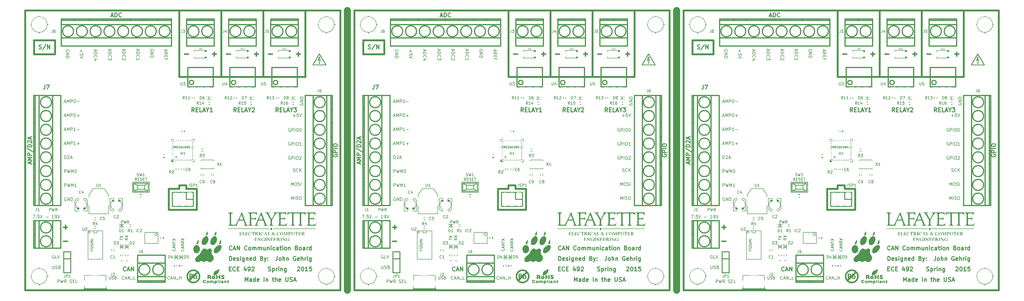
<source format=gto>
G04 (created by PCBNEW (2013-may-18)-stable) date Wed 01 Apr 2015 06:05:41 PM EDT*
%MOIN*%
G04 Gerber Fmt 3.4, Leading zero omitted, Abs format*
%FSLAX34Y34*%
G01*
G70*
G90*
G04 APERTURE LIST*
%ADD10C,0.00590551*%
%ADD11C,0.025*%
%ADD12C,0.01875*%
%ADD13C,0.0075*%
%ADD14C,0.011811*%
%ADD15C,0.1*%
%ADD16C,0.01*%
%ADD17C,0.005*%
%ADD18C,0.008*%
%ADD19C,0.012*%
%ADD20C,0.015*%
%ADD21C,0.0059*%
%ADD22C,0.0001*%
%ADD23C,0.0079*%
%ADD24C,0.0026*%
%ADD25C,0.004*%
%ADD26C,0.0016*%
%ADD27C,0.0047*%
%ADD28C,0.219*%
%ADD29R,0.05X0.016*%
%ADD30R,0.144X0.08*%
%ADD31R,0.04X0.08*%
%ADD32R,0.025X0.05*%
%ADD33R,0.0394X0.0394*%
%ADD34R,0.06X0.0787*%
%ADD35O,0.06X0.0787*%
%ADD36R,0.0866X0.06*%
%ADD37O,0.0866X0.06*%
%ADD38C,0.0984252*%
%ADD39R,0.0708661X0.0590551*%
%ADD40R,0.0217X0.0512*%
%ADD41R,0.0512X0.0217*%
%ADD42R,0.0723291X0.0998882*%
%ADD43R,0.063X0.1024*%
%ADD44R,0.0394X0.0354*%
%ADD45R,0.0354X0.0394*%
%ADD46R,0.0314X0.0314*%
%ADD47R,0.0747X0.0747*%
%ADD48R,0.0157X0.0531*%
%ADD49R,0.0157X0.053*%
%ADD50R,0.0827X0.0669*%
G04 APERTURE END LIST*
G54D10*
G54D11*
X106000Y-58000D02*
X106000Y-18000D01*
X151000Y-58000D02*
X106000Y-58000D01*
X151000Y-18000D02*
X151000Y-58000D01*
X106000Y-18000D02*
X151000Y-18000D01*
G54D12*
X112035Y-50982D02*
X111464Y-50982D01*
X133285Y-24232D02*
X132714Y-24232D01*
X132999Y-23946D02*
X132999Y-24517D01*
X135285Y-24232D02*
X134714Y-24232D01*
X145285Y-24232D02*
X144714Y-24232D01*
X144999Y-23946D02*
X144999Y-24517D01*
X139285Y-24232D02*
X138714Y-24232D01*
X138999Y-23946D02*
X138999Y-24517D01*
X141285Y-24232D02*
X140714Y-24232D01*
G54D11*
X146000Y-19500D02*
X146000Y-18000D01*
X140000Y-19500D02*
X140000Y-18000D01*
X134000Y-19500D02*
X134000Y-18000D01*
X128000Y-19500D02*
X128000Y-18000D01*
G54D13*
X126614Y-56389D02*
X126592Y-56410D01*
X126528Y-56432D01*
X126485Y-56432D01*
X126421Y-56410D01*
X126378Y-56367D01*
X126357Y-56325D01*
X126335Y-56239D01*
X126335Y-56175D01*
X126357Y-56089D01*
X126378Y-56046D01*
X126421Y-56003D01*
X126485Y-55982D01*
X126528Y-55982D01*
X126592Y-56003D01*
X126614Y-56025D01*
X126785Y-56303D02*
X127000Y-56303D01*
X126742Y-56432D02*
X126892Y-55982D01*
X127042Y-56432D01*
X127192Y-56432D02*
X127192Y-55982D01*
X127450Y-56432D01*
X127450Y-55982D01*
X127557Y-56475D02*
X127900Y-56475D01*
X128007Y-56432D02*
X128007Y-55982D01*
X128007Y-56196D02*
X128264Y-56196D01*
X128264Y-56432D02*
X128264Y-55982D01*
X120100Y-56389D02*
X120078Y-56410D01*
X120014Y-56432D01*
X119971Y-56432D01*
X119907Y-56410D01*
X119864Y-56367D01*
X119842Y-56325D01*
X119821Y-56239D01*
X119821Y-56175D01*
X119842Y-56089D01*
X119864Y-56046D01*
X119907Y-56003D01*
X119971Y-55982D01*
X120014Y-55982D01*
X120078Y-56003D01*
X120100Y-56025D01*
X120271Y-56303D02*
X120485Y-56303D01*
X120228Y-56432D02*
X120378Y-55982D01*
X120528Y-56432D01*
X120678Y-56432D02*
X120678Y-55982D01*
X120935Y-56432D01*
X120935Y-55982D01*
X121042Y-56475D02*
X121385Y-56475D01*
X121707Y-56432D02*
X121492Y-56432D01*
X121492Y-55982D01*
G54D11*
X107250Y-24250D02*
X110250Y-24250D01*
X107250Y-22250D02*
X110250Y-22250D01*
X126500Y-46500D02*
X127000Y-46500D01*
X126500Y-43500D02*
X126500Y-46500D01*
X128000Y-43500D02*
X126500Y-43500D01*
X128000Y-43000D02*
X128000Y-43500D01*
X129000Y-43000D02*
X128000Y-43000D01*
X129000Y-43500D02*
X129000Y-43000D01*
X130500Y-43500D02*
X129000Y-43500D01*
X130500Y-46500D02*
X130500Y-43500D01*
X127000Y-46500D02*
X130500Y-46500D01*
G54D13*
X110628Y-56932D02*
X110628Y-56482D01*
X110800Y-56482D01*
X110842Y-56503D01*
X110864Y-56525D01*
X110885Y-56567D01*
X110885Y-56632D01*
X110864Y-56675D01*
X110842Y-56696D01*
X110800Y-56717D01*
X110628Y-56717D01*
X111035Y-56482D02*
X111142Y-56932D01*
X111228Y-56610D01*
X111314Y-56932D01*
X111421Y-56482D01*
X111850Y-56932D02*
X111700Y-56717D01*
X111592Y-56932D02*
X111592Y-56482D01*
X111764Y-56482D01*
X111807Y-56503D01*
X111828Y-56525D01*
X111850Y-56567D01*
X111850Y-56632D01*
X111828Y-56675D01*
X111807Y-56696D01*
X111764Y-56717D01*
X111592Y-56717D01*
X112364Y-56910D02*
X112428Y-56932D01*
X112535Y-56932D01*
X112578Y-56910D01*
X112600Y-56889D01*
X112621Y-56846D01*
X112621Y-56803D01*
X112600Y-56760D01*
X112578Y-56739D01*
X112535Y-56717D01*
X112450Y-56696D01*
X112407Y-56675D01*
X112385Y-56653D01*
X112364Y-56610D01*
X112364Y-56567D01*
X112385Y-56525D01*
X112407Y-56503D01*
X112450Y-56482D01*
X112557Y-56482D01*
X112621Y-56503D01*
X112814Y-56696D02*
X112964Y-56696D01*
X113028Y-56932D02*
X112814Y-56932D01*
X112814Y-56482D01*
X113028Y-56482D01*
X113435Y-56932D02*
X113221Y-56932D01*
X113221Y-56482D01*
X110092Y-53003D02*
X110050Y-52982D01*
X109985Y-52982D01*
X109921Y-53003D01*
X109878Y-53046D01*
X109857Y-53089D01*
X109835Y-53175D01*
X109835Y-53239D01*
X109857Y-53325D01*
X109878Y-53367D01*
X109921Y-53410D01*
X109985Y-53432D01*
X110028Y-53432D01*
X110092Y-53410D01*
X110114Y-53389D01*
X110114Y-53239D01*
X110028Y-53239D01*
X110521Y-53432D02*
X110307Y-53432D01*
X110307Y-52982D01*
X110607Y-52982D02*
X110757Y-53432D01*
X110907Y-52982D01*
X109857Y-54482D02*
X109857Y-54846D01*
X109878Y-54889D01*
X109900Y-54910D01*
X109942Y-54932D01*
X110028Y-54932D01*
X110071Y-54910D01*
X110092Y-54889D01*
X110114Y-54846D01*
X110114Y-54482D01*
X110307Y-54910D02*
X110371Y-54932D01*
X110478Y-54932D01*
X110521Y-54910D01*
X110542Y-54889D01*
X110564Y-54846D01*
X110564Y-54803D01*
X110542Y-54760D01*
X110521Y-54739D01*
X110478Y-54717D01*
X110392Y-54696D01*
X110350Y-54675D01*
X110328Y-54653D01*
X110307Y-54610D01*
X110307Y-54567D01*
X110328Y-54525D01*
X110350Y-54503D01*
X110392Y-54482D01*
X110500Y-54482D01*
X110564Y-54503D01*
X110907Y-54696D02*
X110971Y-54717D01*
X110992Y-54739D01*
X111014Y-54782D01*
X111014Y-54846D01*
X110992Y-54889D01*
X110971Y-54910D01*
X110928Y-54932D01*
X110757Y-54932D01*
X110757Y-54482D01*
X110907Y-54482D01*
X110950Y-54503D01*
X110971Y-54525D01*
X110992Y-54567D01*
X110992Y-54610D01*
X110971Y-54653D01*
X110950Y-54675D01*
X110907Y-54696D01*
X110757Y-54696D01*
G54D14*
X107962Y-23460D02*
X108046Y-23489D01*
X108187Y-23489D01*
X108243Y-23460D01*
X108271Y-23432D01*
X108300Y-23376D01*
X108300Y-23320D01*
X108271Y-23264D01*
X108243Y-23235D01*
X108187Y-23207D01*
X108075Y-23179D01*
X108018Y-23151D01*
X107990Y-23123D01*
X107962Y-23067D01*
X107962Y-23010D01*
X107990Y-22954D01*
X108018Y-22926D01*
X108075Y-22898D01*
X108215Y-22898D01*
X108300Y-22926D01*
X108974Y-22870D02*
X108468Y-23629D01*
X109171Y-23489D02*
X109171Y-22898D01*
X109509Y-23489D01*
X109509Y-22898D01*
G54D11*
X110250Y-24250D02*
X110250Y-22250D01*
X107250Y-22250D02*
X107250Y-24250D01*
G54D13*
X107092Y-47232D02*
X107392Y-47232D01*
X107200Y-47682D01*
X107564Y-47639D02*
X107585Y-47660D01*
X107564Y-47682D01*
X107542Y-47660D01*
X107564Y-47639D01*
X107564Y-47682D01*
X107992Y-47232D02*
X107778Y-47232D01*
X107757Y-47446D01*
X107778Y-47425D01*
X107821Y-47403D01*
X107928Y-47403D01*
X107971Y-47425D01*
X107992Y-47446D01*
X108014Y-47489D01*
X108014Y-47596D01*
X107992Y-47639D01*
X107971Y-47660D01*
X107928Y-47682D01*
X107821Y-47682D01*
X107778Y-47660D01*
X107757Y-47639D01*
X108142Y-47232D02*
X108292Y-47682D01*
X108442Y-47232D01*
X108935Y-47510D02*
X109278Y-47510D01*
X110071Y-47682D02*
X109814Y-47682D01*
X109942Y-47682D02*
X109942Y-47232D01*
X109900Y-47296D01*
X109857Y-47339D01*
X109814Y-47360D01*
X110285Y-47682D02*
X110371Y-47682D01*
X110414Y-47660D01*
X110435Y-47639D01*
X110478Y-47575D01*
X110500Y-47489D01*
X110500Y-47317D01*
X110478Y-47275D01*
X110457Y-47253D01*
X110414Y-47232D01*
X110328Y-47232D01*
X110285Y-47253D01*
X110264Y-47275D01*
X110242Y-47317D01*
X110242Y-47425D01*
X110264Y-47467D01*
X110285Y-47489D01*
X110328Y-47510D01*
X110414Y-47510D01*
X110457Y-47489D01*
X110478Y-47467D01*
X110500Y-47425D01*
X110628Y-47232D02*
X110778Y-47682D01*
X110928Y-47232D01*
G54D12*
X112035Y-48982D02*
X111464Y-48982D01*
X111749Y-48696D02*
X111749Y-49267D01*
X129285Y-24232D02*
X128714Y-24232D01*
G54D11*
X128000Y-27500D02*
X128000Y-19500D01*
X134000Y-27500D02*
X128000Y-27500D01*
X134000Y-27500D02*
X134000Y-19500D01*
X140000Y-27500D02*
X134000Y-27500D01*
G54D14*
X137400Y-56739D02*
X137400Y-56148D01*
X137597Y-56570D01*
X137794Y-56148D01*
X137794Y-56739D01*
X138328Y-56739D02*
X138328Y-56429D01*
X138300Y-56373D01*
X138244Y-56345D01*
X138131Y-56345D01*
X138075Y-56373D01*
X138328Y-56710D02*
X138272Y-56739D01*
X138131Y-56739D01*
X138075Y-56710D01*
X138047Y-56654D01*
X138047Y-56598D01*
X138075Y-56542D01*
X138131Y-56514D01*
X138272Y-56514D01*
X138328Y-56485D01*
X138862Y-56739D02*
X138862Y-56148D01*
X138862Y-56710D02*
X138806Y-56739D01*
X138694Y-56739D01*
X138637Y-56710D01*
X138609Y-56682D01*
X138581Y-56626D01*
X138581Y-56457D01*
X138609Y-56401D01*
X138637Y-56373D01*
X138694Y-56345D01*
X138806Y-56345D01*
X138862Y-56373D01*
X139368Y-56710D02*
X139312Y-56739D01*
X139200Y-56739D01*
X139143Y-56710D01*
X139115Y-56654D01*
X139115Y-56429D01*
X139143Y-56373D01*
X139200Y-56345D01*
X139312Y-56345D01*
X139368Y-56373D01*
X139397Y-56429D01*
X139397Y-56485D01*
X139115Y-56542D01*
X140100Y-56739D02*
X140100Y-56345D01*
X140100Y-56148D02*
X140071Y-56176D01*
X140100Y-56204D01*
X140128Y-56176D01*
X140100Y-56148D01*
X140100Y-56204D01*
X140381Y-56345D02*
X140381Y-56739D01*
X140381Y-56401D02*
X140409Y-56373D01*
X140465Y-56345D01*
X140550Y-56345D01*
X140606Y-56373D01*
X140634Y-56429D01*
X140634Y-56739D01*
X141281Y-56345D02*
X141506Y-56345D01*
X141365Y-56148D02*
X141365Y-56654D01*
X141393Y-56710D01*
X141449Y-56739D01*
X141506Y-56739D01*
X141703Y-56739D02*
X141703Y-56148D01*
X141956Y-56739D02*
X141956Y-56429D01*
X141928Y-56373D01*
X141871Y-56345D01*
X141787Y-56345D01*
X141731Y-56373D01*
X141703Y-56401D01*
X142462Y-56710D02*
X142406Y-56739D01*
X142293Y-56739D01*
X142237Y-56710D01*
X142209Y-56654D01*
X142209Y-56429D01*
X142237Y-56373D01*
X142293Y-56345D01*
X142406Y-56345D01*
X142462Y-56373D01*
X142490Y-56429D01*
X142490Y-56485D01*
X142209Y-56542D01*
X143193Y-56148D02*
X143193Y-56626D01*
X143221Y-56682D01*
X143249Y-56710D01*
X143305Y-56739D01*
X143418Y-56739D01*
X143474Y-56710D01*
X143502Y-56682D01*
X143530Y-56626D01*
X143530Y-56148D01*
X143784Y-56710D02*
X143868Y-56739D01*
X144008Y-56739D01*
X144065Y-56710D01*
X144093Y-56682D01*
X144121Y-56626D01*
X144121Y-56570D01*
X144093Y-56514D01*
X144065Y-56485D01*
X144008Y-56457D01*
X143896Y-56429D01*
X143840Y-56401D01*
X143812Y-56373D01*
X143784Y-56317D01*
X143784Y-56260D01*
X143812Y-56204D01*
X143840Y-56176D01*
X143896Y-56148D01*
X144037Y-56148D01*
X144121Y-56176D01*
X144346Y-56570D02*
X144627Y-56570D01*
X144290Y-56739D02*
X144487Y-56148D01*
X144683Y-56739D01*
X135136Y-54929D02*
X135333Y-54929D01*
X135417Y-55239D02*
X135136Y-55239D01*
X135136Y-54648D01*
X135417Y-54648D01*
X136008Y-55182D02*
X135980Y-55210D01*
X135895Y-55239D01*
X135839Y-55239D01*
X135755Y-55210D01*
X135699Y-55154D01*
X135670Y-55098D01*
X135642Y-54985D01*
X135642Y-54901D01*
X135670Y-54789D01*
X135699Y-54732D01*
X135755Y-54676D01*
X135839Y-54648D01*
X135895Y-54648D01*
X135980Y-54676D01*
X136008Y-54704D01*
X136261Y-54929D02*
X136458Y-54929D01*
X136542Y-55239D02*
X136261Y-55239D01*
X136261Y-54648D01*
X136542Y-54648D01*
X137498Y-54845D02*
X137498Y-55239D01*
X137358Y-54620D02*
X137217Y-55042D01*
X137583Y-55042D01*
X137836Y-55239D02*
X137948Y-55239D01*
X138005Y-55210D01*
X138033Y-55182D01*
X138089Y-55098D01*
X138117Y-54985D01*
X138117Y-54760D01*
X138089Y-54704D01*
X138061Y-54676D01*
X138005Y-54648D01*
X137892Y-54648D01*
X137836Y-54676D01*
X137808Y-54704D01*
X137780Y-54760D01*
X137780Y-54901D01*
X137808Y-54957D01*
X137836Y-54985D01*
X137892Y-55014D01*
X138005Y-55014D01*
X138061Y-54985D01*
X138089Y-54957D01*
X138117Y-54901D01*
X138342Y-54704D02*
X138370Y-54676D01*
X138426Y-54648D01*
X138567Y-54648D01*
X138623Y-54676D01*
X138651Y-54704D01*
X138679Y-54760D01*
X138679Y-54817D01*
X138651Y-54901D01*
X138314Y-55239D01*
X138679Y-55239D01*
X140704Y-55210D02*
X140789Y-55239D01*
X140929Y-55239D01*
X140985Y-55210D01*
X141014Y-55182D01*
X141042Y-55126D01*
X141042Y-55070D01*
X141014Y-55014D01*
X140985Y-54985D01*
X140929Y-54957D01*
X140817Y-54929D01*
X140760Y-54901D01*
X140732Y-54873D01*
X140704Y-54817D01*
X140704Y-54760D01*
X140732Y-54704D01*
X140760Y-54676D01*
X140817Y-54648D01*
X140957Y-54648D01*
X141042Y-54676D01*
X141295Y-54845D02*
X141295Y-55435D01*
X141295Y-54873D02*
X141351Y-54845D01*
X141464Y-54845D01*
X141520Y-54873D01*
X141548Y-54901D01*
X141576Y-54957D01*
X141576Y-55126D01*
X141548Y-55182D01*
X141520Y-55210D01*
X141464Y-55239D01*
X141351Y-55239D01*
X141295Y-55210D01*
X141829Y-55239D02*
X141829Y-54845D01*
X141829Y-54957D02*
X141857Y-54901D01*
X141885Y-54873D01*
X141942Y-54845D01*
X141998Y-54845D01*
X142195Y-55239D02*
X142195Y-54845D01*
X142195Y-54648D02*
X142167Y-54676D01*
X142195Y-54704D01*
X142223Y-54676D01*
X142195Y-54648D01*
X142195Y-54704D01*
X142476Y-54845D02*
X142476Y-55239D01*
X142476Y-54901D02*
X142504Y-54873D01*
X142560Y-54845D01*
X142645Y-54845D01*
X142701Y-54873D01*
X142729Y-54929D01*
X142729Y-55239D01*
X143263Y-54845D02*
X143263Y-55323D01*
X143235Y-55379D01*
X143207Y-55407D01*
X143151Y-55435D01*
X143066Y-55435D01*
X143010Y-55407D01*
X143263Y-55210D02*
X143207Y-55239D01*
X143095Y-55239D01*
X143038Y-55210D01*
X143010Y-55182D01*
X142982Y-55126D01*
X142982Y-54957D01*
X143010Y-54901D01*
X143038Y-54873D01*
X143095Y-54845D01*
X143207Y-54845D01*
X143263Y-54873D01*
X144866Y-54704D02*
X144894Y-54676D01*
X144951Y-54648D01*
X145091Y-54648D01*
X145147Y-54676D01*
X145176Y-54704D01*
X145204Y-54760D01*
X145204Y-54817D01*
X145176Y-54901D01*
X144838Y-55239D01*
X145204Y-55239D01*
X145569Y-54648D02*
X145625Y-54648D01*
X145682Y-54676D01*
X145710Y-54704D01*
X145738Y-54760D01*
X145766Y-54873D01*
X145766Y-55014D01*
X145738Y-55126D01*
X145710Y-55182D01*
X145682Y-55210D01*
X145625Y-55239D01*
X145569Y-55239D01*
X145513Y-55210D01*
X145485Y-55182D01*
X145457Y-55126D01*
X145429Y-55014D01*
X145429Y-54873D01*
X145457Y-54760D01*
X145485Y-54704D01*
X145513Y-54676D01*
X145569Y-54648D01*
X146329Y-55239D02*
X145991Y-55239D01*
X146160Y-55239D02*
X146160Y-54648D01*
X146104Y-54732D01*
X146047Y-54789D01*
X145991Y-54817D01*
X146863Y-54648D02*
X146582Y-54648D01*
X146553Y-54929D01*
X146582Y-54901D01*
X146638Y-54873D01*
X146778Y-54873D01*
X146835Y-54901D01*
X146863Y-54929D01*
X146891Y-54985D01*
X146891Y-55126D01*
X146863Y-55182D01*
X146835Y-55210D01*
X146778Y-55239D01*
X146638Y-55239D01*
X146582Y-55210D01*
X146553Y-55182D01*
X135164Y-53739D02*
X135164Y-53148D01*
X135305Y-53148D01*
X135389Y-53176D01*
X135446Y-53232D01*
X135474Y-53289D01*
X135502Y-53401D01*
X135502Y-53485D01*
X135474Y-53598D01*
X135446Y-53654D01*
X135389Y-53710D01*
X135305Y-53739D01*
X135164Y-53739D01*
X135980Y-53710D02*
X135924Y-53739D01*
X135811Y-53739D01*
X135755Y-53710D01*
X135727Y-53654D01*
X135727Y-53429D01*
X135755Y-53373D01*
X135811Y-53345D01*
X135924Y-53345D01*
X135980Y-53373D01*
X136008Y-53429D01*
X136008Y-53485D01*
X135727Y-53542D01*
X136233Y-53710D02*
X136289Y-53739D01*
X136402Y-53739D01*
X136458Y-53710D01*
X136486Y-53654D01*
X136486Y-53626D01*
X136458Y-53570D01*
X136402Y-53542D01*
X136317Y-53542D01*
X136261Y-53514D01*
X136233Y-53457D01*
X136233Y-53429D01*
X136261Y-53373D01*
X136317Y-53345D01*
X136402Y-53345D01*
X136458Y-53373D01*
X136739Y-53739D02*
X136739Y-53345D01*
X136739Y-53148D02*
X136711Y-53176D01*
X136739Y-53204D01*
X136767Y-53176D01*
X136739Y-53148D01*
X136739Y-53204D01*
X137273Y-53345D02*
X137273Y-53823D01*
X137245Y-53879D01*
X137217Y-53907D01*
X137161Y-53935D01*
X137077Y-53935D01*
X137020Y-53907D01*
X137273Y-53710D02*
X137217Y-53739D01*
X137105Y-53739D01*
X137048Y-53710D01*
X137020Y-53682D01*
X136992Y-53626D01*
X136992Y-53457D01*
X137020Y-53401D01*
X137048Y-53373D01*
X137105Y-53345D01*
X137217Y-53345D01*
X137273Y-53373D01*
X137555Y-53345D02*
X137555Y-53739D01*
X137555Y-53401D02*
X137583Y-53373D01*
X137639Y-53345D01*
X137723Y-53345D01*
X137780Y-53373D01*
X137808Y-53429D01*
X137808Y-53739D01*
X138314Y-53710D02*
X138258Y-53739D01*
X138145Y-53739D01*
X138089Y-53710D01*
X138061Y-53654D01*
X138061Y-53429D01*
X138089Y-53373D01*
X138145Y-53345D01*
X138258Y-53345D01*
X138314Y-53373D01*
X138342Y-53429D01*
X138342Y-53485D01*
X138061Y-53542D01*
X138848Y-53739D02*
X138848Y-53148D01*
X138848Y-53710D02*
X138792Y-53739D01*
X138679Y-53739D01*
X138623Y-53710D01*
X138595Y-53682D01*
X138567Y-53626D01*
X138567Y-53457D01*
X138595Y-53401D01*
X138623Y-53373D01*
X138679Y-53345D01*
X138792Y-53345D01*
X138848Y-53373D01*
X139776Y-53429D02*
X139861Y-53457D01*
X139889Y-53485D01*
X139917Y-53542D01*
X139917Y-53626D01*
X139889Y-53682D01*
X139861Y-53710D01*
X139804Y-53739D01*
X139579Y-53739D01*
X139579Y-53148D01*
X139776Y-53148D01*
X139832Y-53176D01*
X139861Y-53204D01*
X139889Y-53260D01*
X139889Y-53317D01*
X139861Y-53373D01*
X139832Y-53401D01*
X139776Y-53429D01*
X139579Y-53429D01*
X140114Y-53345D02*
X140254Y-53739D01*
X140395Y-53345D02*
X140254Y-53739D01*
X140198Y-53879D01*
X140170Y-53907D01*
X140114Y-53935D01*
X140620Y-53682D02*
X140648Y-53710D01*
X140620Y-53739D01*
X140592Y-53710D01*
X140620Y-53682D01*
X140620Y-53739D01*
X140620Y-53373D02*
X140648Y-53401D01*
X140620Y-53429D01*
X140592Y-53401D01*
X140620Y-53373D01*
X140620Y-53429D01*
X141970Y-53148D02*
X141970Y-53570D01*
X141942Y-53654D01*
X141885Y-53710D01*
X141801Y-53739D01*
X141745Y-53739D01*
X142335Y-53739D02*
X142279Y-53710D01*
X142251Y-53682D01*
X142223Y-53626D01*
X142223Y-53457D01*
X142251Y-53401D01*
X142279Y-53373D01*
X142335Y-53345D01*
X142420Y-53345D01*
X142476Y-53373D01*
X142504Y-53401D01*
X142532Y-53457D01*
X142532Y-53626D01*
X142504Y-53682D01*
X142476Y-53710D01*
X142420Y-53739D01*
X142335Y-53739D01*
X142785Y-53739D02*
X142785Y-53148D01*
X143038Y-53739D02*
X143038Y-53429D01*
X143010Y-53373D01*
X142954Y-53345D01*
X142870Y-53345D01*
X142813Y-53373D01*
X142785Y-53401D01*
X143320Y-53345D02*
X143320Y-53739D01*
X143320Y-53401D02*
X143348Y-53373D01*
X143404Y-53345D01*
X143488Y-53345D01*
X143544Y-53373D01*
X143573Y-53429D01*
X143573Y-53739D01*
X144613Y-53176D02*
X144557Y-53148D01*
X144473Y-53148D01*
X144388Y-53176D01*
X144332Y-53232D01*
X144304Y-53289D01*
X144276Y-53401D01*
X144276Y-53485D01*
X144304Y-53598D01*
X144332Y-53654D01*
X144388Y-53710D01*
X144473Y-53739D01*
X144529Y-53739D01*
X144613Y-53710D01*
X144641Y-53682D01*
X144641Y-53485D01*
X144529Y-53485D01*
X145119Y-53710D02*
X145063Y-53739D01*
X144951Y-53739D01*
X144894Y-53710D01*
X144866Y-53654D01*
X144866Y-53429D01*
X144894Y-53373D01*
X144951Y-53345D01*
X145063Y-53345D01*
X145119Y-53373D01*
X145147Y-53429D01*
X145147Y-53485D01*
X144866Y-53542D01*
X145401Y-53739D02*
X145401Y-53148D01*
X145654Y-53739D02*
X145654Y-53429D01*
X145625Y-53373D01*
X145569Y-53345D01*
X145485Y-53345D01*
X145429Y-53373D01*
X145401Y-53401D01*
X145935Y-53739D02*
X145935Y-53345D01*
X145935Y-53457D02*
X145963Y-53401D01*
X145991Y-53373D01*
X146047Y-53345D01*
X146104Y-53345D01*
X146300Y-53739D02*
X146300Y-53345D01*
X146300Y-53148D02*
X146272Y-53176D01*
X146300Y-53204D01*
X146329Y-53176D01*
X146300Y-53148D01*
X146300Y-53204D01*
X146835Y-53345D02*
X146835Y-53823D01*
X146807Y-53879D01*
X146778Y-53907D01*
X146722Y-53935D01*
X146638Y-53935D01*
X146582Y-53907D01*
X146835Y-53710D02*
X146778Y-53739D01*
X146666Y-53739D01*
X146610Y-53710D01*
X146582Y-53682D01*
X146553Y-53626D01*
X146553Y-53457D01*
X146582Y-53401D01*
X146610Y-53373D01*
X146666Y-53345D01*
X146778Y-53345D01*
X146835Y-53373D01*
X135502Y-52182D02*
X135474Y-52210D01*
X135389Y-52239D01*
X135333Y-52239D01*
X135249Y-52210D01*
X135192Y-52154D01*
X135164Y-52098D01*
X135136Y-51985D01*
X135136Y-51901D01*
X135164Y-51789D01*
X135192Y-51732D01*
X135249Y-51676D01*
X135333Y-51648D01*
X135389Y-51648D01*
X135474Y-51676D01*
X135502Y-51704D01*
X135727Y-52070D02*
X136008Y-52070D01*
X135670Y-52239D02*
X135867Y-51648D01*
X136064Y-52239D01*
X136261Y-52239D02*
X136261Y-51648D01*
X136598Y-52239D01*
X136598Y-51648D01*
X137667Y-52182D02*
X137639Y-52210D01*
X137555Y-52239D01*
X137498Y-52239D01*
X137414Y-52210D01*
X137358Y-52154D01*
X137330Y-52098D01*
X137302Y-51985D01*
X137302Y-51901D01*
X137330Y-51789D01*
X137358Y-51732D01*
X137414Y-51676D01*
X137498Y-51648D01*
X137555Y-51648D01*
X137639Y-51676D01*
X137667Y-51704D01*
X138005Y-52239D02*
X137948Y-52210D01*
X137920Y-52182D01*
X137892Y-52126D01*
X137892Y-51957D01*
X137920Y-51901D01*
X137948Y-51873D01*
X138005Y-51845D01*
X138089Y-51845D01*
X138145Y-51873D01*
X138173Y-51901D01*
X138201Y-51957D01*
X138201Y-52126D01*
X138173Y-52182D01*
X138145Y-52210D01*
X138089Y-52239D01*
X138005Y-52239D01*
X138455Y-52239D02*
X138455Y-51845D01*
X138455Y-51901D02*
X138483Y-51873D01*
X138539Y-51845D01*
X138623Y-51845D01*
X138679Y-51873D01*
X138708Y-51929D01*
X138708Y-52239D01*
X138708Y-51929D02*
X138736Y-51873D01*
X138792Y-51845D01*
X138876Y-51845D01*
X138933Y-51873D01*
X138961Y-51929D01*
X138961Y-52239D01*
X139242Y-52239D02*
X139242Y-51845D01*
X139242Y-51901D02*
X139270Y-51873D01*
X139326Y-51845D01*
X139411Y-51845D01*
X139467Y-51873D01*
X139495Y-51929D01*
X139495Y-52239D01*
X139495Y-51929D02*
X139523Y-51873D01*
X139579Y-51845D01*
X139664Y-51845D01*
X139720Y-51873D01*
X139748Y-51929D01*
X139748Y-52239D01*
X140282Y-51845D02*
X140282Y-52239D01*
X140029Y-51845D02*
X140029Y-52154D01*
X140057Y-52210D01*
X140114Y-52239D01*
X140198Y-52239D01*
X140254Y-52210D01*
X140282Y-52182D01*
X140564Y-51845D02*
X140564Y-52239D01*
X140564Y-51901D02*
X140592Y-51873D01*
X140648Y-51845D01*
X140732Y-51845D01*
X140789Y-51873D01*
X140817Y-51929D01*
X140817Y-52239D01*
X141098Y-52239D02*
X141098Y-51845D01*
X141098Y-51648D02*
X141070Y-51676D01*
X141098Y-51704D01*
X141126Y-51676D01*
X141098Y-51648D01*
X141098Y-51704D01*
X141632Y-52210D02*
X141576Y-52239D01*
X141464Y-52239D01*
X141407Y-52210D01*
X141379Y-52182D01*
X141351Y-52126D01*
X141351Y-51957D01*
X141379Y-51901D01*
X141407Y-51873D01*
X141464Y-51845D01*
X141576Y-51845D01*
X141632Y-51873D01*
X142138Y-52239D02*
X142138Y-51929D01*
X142110Y-51873D01*
X142054Y-51845D01*
X141942Y-51845D01*
X141885Y-51873D01*
X142138Y-52210D02*
X142082Y-52239D01*
X141942Y-52239D01*
X141885Y-52210D01*
X141857Y-52154D01*
X141857Y-52098D01*
X141885Y-52042D01*
X141942Y-52014D01*
X142082Y-52014D01*
X142138Y-51985D01*
X142335Y-51845D02*
X142560Y-51845D01*
X142420Y-51648D02*
X142420Y-52154D01*
X142448Y-52210D01*
X142504Y-52239D01*
X142560Y-52239D01*
X142757Y-52239D02*
X142757Y-51845D01*
X142757Y-51648D02*
X142729Y-51676D01*
X142757Y-51704D01*
X142785Y-51676D01*
X142757Y-51648D01*
X142757Y-51704D01*
X143123Y-52239D02*
X143066Y-52210D01*
X143038Y-52182D01*
X143010Y-52126D01*
X143010Y-51957D01*
X143038Y-51901D01*
X143066Y-51873D01*
X143123Y-51845D01*
X143207Y-51845D01*
X143263Y-51873D01*
X143291Y-51901D01*
X143320Y-51957D01*
X143320Y-52126D01*
X143291Y-52182D01*
X143263Y-52210D01*
X143207Y-52239D01*
X143123Y-52239D01*
X143573Y-51845D02*
X143573Y-52239D01*
X143573Y-51901D02*
X143601Y-51873D01*
X143657Y-51845D01*
X143741Y-51845D01*
X143798Y-51873D01*
X143826Y-51929D01*
X143826Y-52239D01*
X144754Y-51929D02*
X144838Y-51957D01*
X144866Y-51985D01*
X144894Y-52042D01*
X144894Y-52126D01*
X144866Y-52182D01*
X144838Y-52210D01*
X144782Y-52239D01*
X144557Y-52239D01*
X144557Y-51648D01*
X144754Y-51648D01*
X144810Y-51676D01*
X144838Y-51704D01*
X144866Y-51760D01*
X144866Y-51817D01*
X144838Y-51873D01*
X144810Y-51901D01*
X144754Y-51929D01*
X144557Y-51929D01*
X145232Y-52239D02*
X145176Y-52210D01*
X145147Y-52182D01*
X145119Y-52126D01*
X145119Y-51957D01*
X145147Y-51901D01*
X145176Y-51873D01*
X145232Y-51845D01*
X145316Y-51845D01*
X145372Y-51873D01*
X145401Y-51901D01*
X145429Y-51957D01*
X145429Y-52126D01*
X145401Y-52182D01*
X145372Y-52210D01*
X145316Y-52239D01*
X145232Y-52239D01*
X145935Y-52239D02*
X145935Y-51929D01*
X145907Y-51873D01*
X145850Y-51845D01*
X145738Y-51845D01*
X145682Y-51873D01*
X145935Y-52210D02*
X145879Y-52239D01*
X145738Y-52239D01*
X145682Y-52210D01*
X145654Y-52154D01*
X145654Y-52098D01*
X145682Y-52042D01*
X145738Y-52014D01*
X145879Y-52014D01*
X145935Y-51985D01*
X146216Y-52239D02*
X146216Y-51845D01*
X146216Y-51957D02*
X146244Y-51901D01*
X146272Y-51873D01*
X146329Y-51845D01*
X146385Y-51845D01*
X146835Y-52239D02*
X146835Y-51648D01*
X146835Y-52210D02*
X146778Y-52239D01*
X146666Y-52239D01*
X146610Y-52210D01*
X146582Y-52182D01*
X146553Y-52126D01*
X146553Y-51957D01*
X146582Y-51901D01*
X146610Y-51873D01*
X146666Y-51845D01*
X146778Y-51845D01*
X146835Y-51873D01*
G54D11*
X146000Y-27500D02*
X146000Y-19500D01*
X140000Y-27500D02*
X146000Y-27500D01*
X140000Y-19500D02*
X140000Y-27500D01*
G54D13*
X143978Y-45032D02*
X143978Y-44582D01*
X144128Y-44903D01*
X144278Y-44582D01*
X144278Y-45032D01*
X144492Y-45032D02*
X144492Y-44582D01*
X144685Y-45010D02*
X144750Y-45032D01*
X144857Y-45032D01*
X144900Y-45010D01*
X144921Y-44989D01*
X144942Y-44946D01*
X144942Y-44903D01*
X144921Y-44860D01*
X144900Y-44839D01*
X144857Y-44817D01*
X144771Y-44796D01*
X144728Y-44775D01*
X144707Y-44753D01*
X144685Y-44710D01*
X144685Y-44667D01*
X144707Y-44625D01*
X144728Y-44603D01*
X144771Y-44582D01*
X144878Y-44582D01*
X144942Y-44603D01*
X145221Y-44582D02*
X145307Y-44582D01*
X145350Y-44603D01*
X145392Y-44646D01*
X145414Y-44732D01*
X145414Y-44882D01*
X145392Y-44967D01*
X145350Y-45010D01*
X145307Y-45032D01*
X145221Y-45032D01*
X145178Y-45010D01*
X145135Y-44967D01*
X145114Y-44882D01*
X145114Y-44732D01*
X145135Y-44646D01*
X145178Y-44603D01*
X145221Y-44582D01*
X143828Y-38853D02*
X143785Y-38832D01*
X143721Y-38832D01*
X143657Y-38853D01*
X143614Y-38896D01*
X143592Y-38939D01*
X143571Y-39025D01*
X143571Y-39089D01*
X143592Y-39175D01*
X143614Y-39217D01*
X143657Y-39260D01*
X143721Y-39282D01*
X143764Y-39282D01*
X143828Y-39260D01*
X143850Y-39239D01*
X143850Y-39089D01*
X143764Y-39089D01*
X144042Y-39282D02*
X144042Y-38832D01*
X144214Y-38832D01*
X144257Y-38853D01*
X144278Y-38875D01*
X144300Y-38917D01*
X144300Y-38982D01*
X144278Y-39025D01*
X144257Y-39046D01*
X144214Y-39067D01*
X144042Y-39067D01*
X144492Y-39282D02*
X144492Y-38832D01*
X144792Y-38832D02*
X144878Y-38832D01*
X144921Y-38853D01*
X144964Y-38896D01*
X144985Y-38982D01*
X144985Y-39132D01*
X144964Y-39217D01*
X144921Y-39260D01*
X144878Y-39282D01*
X144792Y-39282D01*
X144750Y-39260D01*
X144707Y-39217D01*
X144685Y-39132D01*
X144685Y-38982D01*
X144707Y-38896D01*
X144750Y-38853D01*
X144792Y-38832D01*
X145157Y-38875D02*
X145178Y-38853D01*
X145221Y-38832D01*
X145328Y-38832D01*
X145371Y-38853D01*
X145392Y-38875D01*
X145414Y-38917D01*
X145414Y-38960D01*
X145392Y-39025D01*
X145135Y-39282D01*
X145414Y-39282D01*
X143828Y-34853D02*
X143785Y-34832D01*
X143721Y-34832D01*
X143657Y-34853D01*
X143614Y-34896D01*
X143592Y-34939D01*
X143571Y-35025D01*
X143571Y-35089D01*
X143592Y-35175D01*
X143614Y-35217D01*
X143657Y-35260D01*
X143721Y-35282D01*
X143764Y-35282D01*
X143828Y-35260D01*
X143850Y-35239D01*
X143850Y-35089D01*
X143764Y-35089D01*
X144042Y-35282D02*
X144042Y-34832D01*
X144214Y-34832D01*
X144257Y-34853D01*
X144278Y-34875D01*
X144300Y-34917D01*
X144300Y-34982D01*
X144278Y-35025D01*
X144257Y-35046D01*
X144214Y-35067D01*
X144042Y-35067D01*
X144492Y-35282D02*
X144492Y-34832D01*
X144792Y-34832D02*
X144878Y-34832D01*
X144921Y-34853D01*
X144964Y-34896D01*
X144985Y-34982D01*
X144985Y-35132D01*
X144964Y-35217D01*
X144921Y-35260D01*
X144878Y-35282D01*
X144792Y-35282D01*
X144750Y-35260D01*
X144707Y-35217D01*
X144685Y-35132D01*
X144685Y-34982D01*
X144707Y-34896D01*
X144750Y-34853D01*
X144792Y-34832D01*
X145264Y-34832D02*
X145307Y-34832D01*
X145350Y-34853D01*
X145371Y-34875D01*
X145392Y-34917D01*
X145414Y-35003D01*
X145414Y-35110D01*
X145392Y-35196D01*
X145371Y-35239D01*
X145350Y-35260D01*
X145307Y-35282D01*
X145264Y-35282D01*
X145221Y-35260D01*
X145200Y-35239D01*
X145178Y-35196D01*
X145157Y-35110D01*
X145157Y-35003D01*
X145178Y-34917D01*
X145200Y-34875D01*
X145221Y-34853D01*
X145264Y-34832D01*
X143828Y-36853D02*
X143785Y-36832D01*
X143721Y-36832D01*
X143657Y-36853D01*
X143614Y-36896D01*
X143592Y-36939D01*
X143571Y-37025D01*
X143571Y-37089D01*
X143592Y-37175D01*
X143614Y-37217D01*
X143657Y-37260D01*
X143721Y-37282D01*
X143764Y-37282D01*
X143828Y-37260D01*
X143850Y-37239D01*
X143850Y-37089D01*
X143764Y-37089D01*
X144042Y-37282D02*
X144042Y-36832D01*
X144214Y-36832D01*
X144257Y-36853D01*
X144278Y-36875D01*
X144300Y-36917D01*
X144300Y-36982D01*
X144278Y-37025D01*
X144257Y-37046D01*
X144214Y-37067D01*
X144042Y-37067D01*
X144492Y-37282D02*
X144492Y-36832D01*
X144792Y-36832D02*
X144878Y-36832D01*
X144921Y-36853D01*
X144964Y-36896D01*
X144985Y-36982D01*
X144985Y-37132D01*
X144964Y-37217D01*
X144921Y-37260D01*
X144878Y-37282D01*
X144792Y-37282D01*
X144750Y-37260D01*
X144707Y-37217D01*
X144685Y-37132D01*
X144685Y-36982D01*
X144707Y-36896D01*
X144750Y-36853D01*
X144792Y-36832D01*
X145414Y-37282D02*
X145157Y-37282D01*
X145285Y-37282D02*
X145285Y-36832D01*
X145242Y-36896D01*
X145200Y-36939D01*
X145157Y-36960D01*
X144257Y-41010D02*
X144321Y-41032D01*
X144428Y-41032D01*
X144471Y-41010D01*
X144492Y-40989D01*
X144514Y-40946D01*
X144514Y-40903D01*
X144492Y-40860D01*
X144471Y-40839D01*
X144428Y-40817D01*
X144342Y-40796D01*
X144300Y-40775D01*
X144278Y-40753D01*
X144257Y-40710D01*
X144257Y-40667D01*
X144278Y-40625D01*
X144300Y-40603D01*
X144342Y-40582D01*
X144450Y-40582D01*
X144514Y-40603D01*
X144964Y-40989D02*
X144942Y-41010D01*
X144878Y-41032D01*
X144835Y-41032D01*
X144771Y-41010D01*
X144728Y-40967D01*
X144707Y-40925D01*
X144685Y-40839D01*
X144685Y-40775D01*
X144707Y-40689D01*
X144728Y-40646D01*
X144771Y-40603D01*
X144835Y-40582D01*
X144878Y-40582D01*
X144942Y-40603D01*
X144964Y-40625D01*
X145157Y-41032D02*
X145157Y-40582D01*
X145414Y-41032D02*
X145221Y-40775D01*
X145414Y-40582D02*
X145157Y-40839D01*
X143978Y-43032D02*
X143978Y-42582D01*
X144128Y-42903D01*
X144278Y-42582D01*
X144278Y-43032D01*
X144578Y-42582D02*
X144664Y-42582D01*
X144707Y-42603D01*
X144750Y-42646D01*
X144771Y-42732D01*
X144771Y-42882D01*
X144750Y-42967D01*
X144707Y-43010D01*
X144664Y-43032D01*
X144578Y-43032D01*
X144535Y-43010D01*
X144492Y-42967D01*
X144471Y-42882D01*
X144471Y-42732D01*
X144492Y-42646D01*
X144535Y-42603D01*
X144578Y-42582D01*
X144942Y-43010D02*
X145007Y-43032D01*
X145114Y-43032D01*
X145157Y-43010D01*
X145178Y-42989D01*
X145200Y-42946D01*
X145200Y-42903D01*
X145178Y-42860D01*
X145157Y-42839D01*
X145114Y-42817D01*
X145028Y-42796D01*
X144985Y-42775D01*
X144964Y-42753D01*
X144942Y-42710D01*
X144942Y-42667D01*
X144964Y-42625D01*
X144985Y-42603D01*
X145028Y-42582D01*
X145135Y-42582D01*
X145200Y-42603D01*
X145392Y-43032D02*
X145392Y-42582D01*
X144235Y-33010D02*
X144578Y-33010D01*
X144407Y-33182D02*
X144407Y-32839D01*
X145007Y-32732D02*
X144792Y-32732D01*
X144771Y-32946D01*
X144792Y-32925D01*
X144835Y-32903D01*
X144942Y-32903D01*
X144985Y-32925D01*
X145007Y-32946D01*
X145028Y-32989D01*
X145028Y-33096D01*
X145007Y-33139D01*
X144985Y-33160D01*
X144942Y-33182D01*
X144835Y-33182D01*
X144792Y-33160D01*
X144771Y-33139D01*
X145157Y-32732D02*
X145307Y-33182D01*
X145457Y-32732D01*
X145253Y-31278D02*
X145232Y-31321D01*
X145232Y-31385D01*
X145253Y-31450D01*
X145296Y-31492D01*
X145339Y-31514D01*
X145425Y-31535D01*
X145489Y-31535D01*
X145575Y-31514D01*
X145617Y-31492D01*
X145660Y-31450D01*
X145682Y-31385D01*
X145682Y-31342D01*
X145660Y-31278D01*
X145639Y-31257D01*
X145489Y-31257D01*
X145489Y-31342D01*
X145682Y-31064D02*
X145232Y-31064D01*
X145682Y-30807D01*
X145232Y-30807D01*
X145682Y-30592D02*
X145232Y-30592D01*
X145232Y-30485D01*
X145253Y-30421D01*
X145296Y-30378D01*
X145339Y-30357D01*
X145425Y-30335D01*
X145489Y-30335D01*
X145575Y-30357D01*
X145617Y-30378D01*
X145660Y-30421D01*
X145682Y-30485D01*
X145682Y-30592D01*
X117996Y-23535D02*
X117996Y-23750D01*
X117867Y-23492D02*
X118317Y-23642D01*
X117867Y-23792D01*
X117867Y-23942D02*
X118317Y-23942D01*
X118317Y-24050D01*
X118296Y-24114D01*
X118253Y-24157D01*
X118210Y-24178D01*
X118125Y-24200D01*
X118060Y-24200D01*
X117975Y-24178D01*
X117932Y-24157D01*
X117889Y-24114D01*
X117867Y-24050D01*
X117867Y-23942D01*
X117910Y-24650D02*
X117889Y-24628D01*
X117867Y-24564D01*
X117867Y-24521D01*
X117889Y-24457D01*
X117932Y-24414D01*
X117975Y-24392D01*
X118060Y-24371D01*
X118125Y-24371D01*
X118210Y-24392D01*
X118253Y-24414D01*
X118296Y-24457D01*
X118317Y-24521D01*
X118317Y-24564D01*
X118296Y-24628D01*
X118275Y-24650D01*
X118317Y-24800D02*
X118317Y-25078D01*
X118146Y-24928D01*
X118146Y-24992D01*
X118125Y-25035D01*
X118103Y-25057D01*
X118060Y-25078D01*
X117953Y-25078D01*
X117910Y-25057D01*
X117889Y-25035D01*
X117867Y-24992D01*
X117867Y-24864D01*
X117889Y-24821D01*
X117910Y-24800D01*
X119996Y-23535D02*
X119996Y-23750D01*
X119867Y-23492D02*
X120317Y-23642D01*
X119867Y-23792D01*
X119867Y-23942D02*
X120317Y-23942D01*
X120317Y-24050D01*
X120296Y-24114D01*
X120253Y-24157D01*
X120210Y-24178D01*
X120125Y-24200D01*
X120060Y-24200D01*
X119975Y-24178D01*
X119932Y-24157D01*
X119889Y-24114D01*
X119867Y-24050D01*
X119867Y-23942D01*
X119910Y-24650D02*
X119889Y-24628D01*
X119867Y-24564D01*
X119867Y-24521D01*
X119889Y-24457D01*
X119932Y-24414D01*
X119975Y-24392D01*
X120060Y-24371D01*
X120125Y-24371D01*
X120210Y-24392D01*
X120253Y-24414D01*
X120296Y-24457D01*
X120317Y-24521D01*
X120317Y-24564D01*
X120296Y-24628D01*
X120275Y-24650D01*
X120275Y-24821D02*
X120296Y-24842D01*
X120317Y-24885D01*
X120317Y-24992D01*
X120296Y-25035D01*
X120275Y-25057D01*
X120232Y-25078D01*
X120189Y-25078D01*
X120125Y-25057D01*
X119867Y-24800D01*
X119867Y-25078D01*
X124296Y-23792D02*
X124317Y-23750D01*
X124317Y-23685D01*
X124296Y-23621D01*
X124253Y-23578D01*
X124210Y-23557D01*
X124125Y-23535D01*
X124060Y-23535D01*
X123975Y-23557D01*
X123932Y-23578D01*
X123889Y-23621D01*
X123867Y-23685D01*
X123867Y-23728D01*
X123889Y-23792D01*
X123910Y-23814D01*
X124060Y-23814D01*
X124060Y-23728D01*
X123867Y-24007D02*
X124317Y-24007D01*
X123867Y-24264D01*
X124317Y-24264D01*
X123867Y-24478D02*
X124317Y-24478D01*
X124317Y-24585D01*
X124296Y-24650D01*
X124253Y-24692D01*
X124210Y-24714D01*
X124125Y-24735D01*
X124060Y-24735D01*
X123975Y-24714D01*
X123932Y-24692D01*
X123889Y-24650D01*
X123867Y-24585D01*
X123867Y-24478D01*
X121996Y-23535D02*
X121996Y-23750D01*
X121867Y-23492D02*
X122317Y-23642D01*
X121867Y-23792D01*
X121867Y-23942D02*
X122317Y-23942D01*
X122317Y-24050D01*
X122296Y-24114D01*
X122253Y-24157D01*
X122210Y-24178D01*
X122125Y-24200D01*
X122060Y-24200D01*
X121975Y-24178D01*
X121932Y-24157D01*
X121889Y-24114D01*
X121867Y-24050D01*
X121867Y-23942D01*
X121910Y-24650D02*
X121889Y-24628D01*
X121867Y-24564D01*
X121867Y-24521D01*
X121889Y-24457D01*
X121932Y-24414D01*
X121975Y-24392D01*
X122060Y-24371D01*
X122125Y-24371D01*
X122210Y-24392D01*
X122253Y-24414D01*
X122296Y-24457D01*
X122317Y-24521D01*
X122317Y-24564D01*
X122296Y-24628D01*
X122275Y-24650D01*
X121867Y-25078D02*
X121867Y-24821D01*
X121867Y-24950D02*
X122317Y-24950D01*
X122253Y-24907D01*
X122210Y-24864D01*
X122189Y-24821D01*
X125996Y-23585D02*
X125996Y-23800D01*
X125867Y-23542D02*
X126317Y-23692D01*
X125867Y-23842D01*
X125867Y-24250D02*
X126082Y-24100D01*
X125867Y-23992D02*
X126317Y-23992D01*
X126317Y-24164D01*
X126296Y-24207D01*
X126275Y-24228D01*
X126232Y-24250D01*
X126167Y-24250D01*
X126125Y-24228D01*
X126103Y-24207D01*
X126082Y-24164D01*
X126082Y-23992D01*
X126103Y-24442D02*
X126103Y-24592D01*
X125867Y-24657D02*
X125867Y-24442D01*
X126317Y-24442D01*
X126317Y-24657D01*
X126103Y-25000D02*
X126103Y-24850D01*
X125867Y-24850D02*
X126317Y-24850D01*
X126317Y-25064D01*
X115946Y-23585D02*
X115946Y-23800D01*
X115817Y-23542D02*
X116267Y-23692D01*
X115817Y-23842D01*
X115817Y-23992D02*
X116267Y-23992D01*
X116267Y-24100D01*
X116246Y-24164D01*
X116203Y-24207D01*
X116160Y-24228D01*
X116075Y-24250D01*
X116010Y-24250D01*
X115925Y-24228D01*
X115882Y-24207D01*
X115839Y-24164D01*
X115817Y-24100D01*
X115817Y-23992D01*
X115860Y-24700D02*
X115839Y-24678D01*
X115817Y-24614D01*
X115817Y-24571D01*
X115839Y-24507D01*
X115882Y-24464D01*
X115925Y-24442D01*
X116010Y-24421D01*
X116075Y-24421D01*
X116160Y-24442D01*
X116203Y-24464D01*
X116246Y-24507D01*
X116267Y-24571D01*
X116267Y-24614D01*
X116246Y-24678D01*
X116225Y-24700D01*
X116117Y-25085D02*
X115817Y-25085D01*
X116289Y-24978D02*
X115967Y-24871D01*
X115967Y-25150D01*
X113989Y-23607D02*
X113989Y-23950D01*
X113817Y-23778D02*
X114160Y-23778D01*
X114267Y-24378D02*
X114267Y-24164D01*
X114053Y-24142D01*
X114075Y-24164D01*
X114096Y-24207D01*
X114096Y-24314D01*
X114075Y-24357D01*
X114053Y-24378D01*
X114010Y-24400D01*
X113903Y-24400D01*
X113860Y-24378D01*
X113839Y-24357D01*
X113817Y-24314D01*
X113817Y-24207D01*
X113839Y-24164D01*
X113860Y-24142D01*
X114267Y-24528D02*
X113817Y-24678D01*
X114267Y-24828D01*
X112246Y-23842D02*
X112267Y-23800D01*
X112267Y-23735D01*
X112246Y-23671D01*
X112203Y-23628D01*
X112160Y-23607D01*
X112075Y-23585D01*
X112010Y-23585D01*
X111925Y-23607D01*
X111882Y-23628D01*
X111839Y-23671D01*
X111817Y-23735D01*
X111817Y-23778D01*
X111839Y-23842D01*
X111860Y-23864D01*
X112010Y-23864D01*
X112010Y-23778D01*
X111817Y-24057D02*
X112267Y-24057D01*
X111817Y-24314D01*
X112267Y-24314D01*
X111817Y-24528D02*
X112267Y-24528D01*
X112267Y-24635D01*
X112246Y-24700D01*
X112203Y-24742D01*
X112160Y-24764D01*
X112075Y-24785D01*
X112010Y-24785D01*
X111925Y-24764D01*
X111882Y-24742D01*
X111839Y-24700D01*
X111817Y-24635D01*
X111817Y-24528D01*
X111607Y-39182D02*
X111607Y-38732D01*
X111714Y-38732D01*
X111778Y-38753D01*
X111821Y-38796D01*
X111842Y-38839D01*
X111864Y-38925D01*
X111864Y-38989D01*
X111842Y-39075D01*
X111821Y-39117D01*
X111778Y-39160D01*
X111714Y-39182D01*
X111607Y-39182D01*
X112035Y-38775D02*
X112057Y-38753D01*
X112100Y-38732D01*
X112207Y-38732D01*
X112250Y-38753D01*
X112271Y-38775D01*
X112292Y-38817D01*
X112292Y-38860D01*
X112271Y-38925D01*
X112014Y-39182D01*
X112292Y-39182D01*
X112464Y-39053D02*
X112678Y-39053D01*
X112421Y-39182D02*
X112571Y-38732D01*
X112721Y-39182D01*
X111607Y-41182D02*
X111607Y-40732D01*
X111778Y-40732D01*
X111821Y-40753D01*
X111842Y-40775D01*
X111864Y-40817D01*
X111864Y-40882D01*
X111842Y-40925D01*
X111821Y-40946D01*
X111778Y-40967D01*
X111607Y-40967D01*
X112014Y-40732D02*
X112121Y-41182D01*
X112207Y-40860D01*
X112292Y-41182D01*
X112400Y-40732D01*
X112571Y-41182D02*
X112571Y-40732D01*
X112721Y-41053D01*
X112871Y-40732D01*
X112871Y-41182D01*
X113171Y-40732D02*
X113214Y-40732D01*
X113257Y-40753D01*
X113278Y-40775D01*
X113300Y-40817D01*
X113321Y-40903D01*
X113321Y-41010D01*
X113300Y-41096D01*
X113278Y-41139D01*
X113257Y-41160D01*
X113214Y-41182D01*
X113171Y-41182D01*
X113128Y-41160D01*
X113107Y-41139D01*
X113085Y-41096D01*
X113064Y-41010D01*
X113064Y-40903D01*
X113085Y-40817D01*
X113107Y-40775D01*
X113128Y-40753D01*
X113171Y-40732D01*
X111842Y-44753D02*
X111800Y-44732D01*
X111735Y-44732D01*
X111671Y-44753D01*
X111628Y-44796D01*
X111607Y-44839D01*
X111585Y-44925D01*
X111585Y-44989D01*
X111607Y-45075D01*
X111628Y-45117D01*
X111671Y-45160D01*
X111735Y-45182D01*
X111778Y-45182D01*
X111842Y-45160D01*
X111864Y-45139D01*
X111864Y-44989D01*
X111778Y-44989D01*
X112057Y-45182D02*
X112057Y-44732D01*
X112314Y-45182D01*
X112314Y-44732D01*
X112528Y-45182D02*
X112528Y-44732D01*
X112635Y-44732D01*
X112700Y-44753D01*
X112742Y-44796D01*
X112764Y-44839D01*
X112785Y-44925D01*
X112785Y-44989D01*
X112764Y-45075D01*
X112742Y-45117D01*
X112700Y-45160D01*
X112635Y-45182D01*
X112528Y-45182D01*
X111607Y-43182D02*
X111607Y-42732D01*
X111778Y-42732D01*
X111821Y-42753D01*
X111842Y-42775D01*
X111864Y-42817D01*
X111864Y-42882D01*
X111842Y-42925D01*
X111821Y-42946D01*
X111778Y-42967D01*
X111607Y-42967D01*
X112014Y-42732D02*
X112121Y-43182D01*
X112207Y-42860D01*
X112292Y-43182D01*
X112400Y-42732D01*
X112571Y-43182D02*
X112571Y-42732D01*
X112721Y-43053D01*
X112871Y-42732D01*
X112871Y-43182D01*
X113321Y-43182D02*
X113064Y-43182D01*
X113192Y-43182D02*
X113192Y-42732D01*
X113150Y-42796D01*
X113107Y-42839D01*
X113064Y-42860D01*
X111585Y-37053D02*
X111800Y-37053D01*
X111542Y-37182D02*
X111692Y-36732D01*
X111842Y-37182D01*
X111992Y-37182D02*
X111992Y-36732D01*
X112142Y-37053D01*
X112292Y-36732D01*
X112292Y-37182D01*
X112507Y-37182D02*
X112507Y-36732D01*
X112678Y-36732D01*
X112721Y-36753D01*
X112742Y-36775D01*
X112764Y-36817D01*
X112764Y-36882D01*
X112742Y-36925D01*
X112721Y-36946D01*
X112678Y-36967D01*
X112507Y-36967D01*
X113192Y-37182D02*
X112935Y-37182D01*
X113064Y-37182D02*
X113064Y-36732D01*
X113021Y-36796D01*
X112978Y-36839D01*
X112935Y-36860D01*
X113385Y-37010D02*
X113728Y-37010D01*
X113557Y-37182D02*
X113557Y-36839D01*
X111585Y-35053D02*
X111800Y-35053D01*
X111542Y-35182D02*
X111692Y-34732D01*
X111842Y-35182D01*
X111992Y-35182D02*
X111992Y-34732D01*
X112142Y-35053D01*
X112292Y-34732D01*
X112292Y-35182D01*
X112507Y-35182D02*
X112507Y-34732D01*
X112678Y-34732D01*
X112721Y-34753D01*
X112742Y-34775D01*
X112764Y-34817D01*
X112764Y-34882D01*
X112742Y-34925D01*
X112721Y-34946D01*
X112678Y-34967D01*
X112507Y-34967D01*
X113192Y-35182D02*
X112935Y-35182D01*
X113064Y-35182D02*
X113064Y-34732D01*
X113021Y-34796D01*
X112978Y-34839D01*
X112935Y-34860D01*
X113385Y-35010D02*
X113728Y-35010D01*
X111585Y-31053D02*
X111800Y-31053D01*
X111542Y-31182D02*
X111692Y-30732D01*
X111842Y-31182D01*
X111992Y-31182D02*
X111992Y-30732D01*
X112142Y-31053D01*
X112292Y-30732D01*
X112292Y-31182D01*
X112507Y-31182D02*
X112507Y-30732D01*
X112678Y-30732D01*
X112721Y-30753D01*
X112742Y-30775D01*
X112764Y-30817D01*
X112764Y-30882D01*
X112742Y-30925D01*
X112721Y-30946D01*
X112678Y-30967D01*
X112507Y-30967D01*
X113042Y-30732D02*
X113085Y-30732D01*
X113128Y-30753D01*
X113150Y-30775D01*
X113171Y-30817D01*
X113192Y-30903D01*
X113192Y-31010D01*
X113171Y-31096D01*
X113150Y-31139D01*
X113128Y-31160D01*
X113085Y-31182D01*
X113042Y-31182D01*
X113000Y-31160D01*
X112978Y-31139D01*
X112957Y-31096D01*
X112935Y-31010D01*
X112935Y-30903D01*
X112957Y-30817D01*
X112978Y-30775D01*
X113000Y-30753D01*
X113042Y-30732D01*
X113385Y-31010D02*
X113728Y-31010D01*
X111585Y-33053D02*
X111800Y-33053D01*
X111542Y-33182D02*
X111692Y-32732D01*
X111842Y-33182D01*
X111992Y-33182D02*
X111992Y-32732D01*
X112142Y-33053D01*
X112292Y-32732D01*
X112292Y-33182D01*
X112507Y-33182D02*
X112507Y-32732D01*
X112678Y-32732D01*
X112721Y-32753D01*
X112742Y-32775D01*
X112764Y-32817D01*
X112764Y-32882D01*
X112742Y-32925D01*
X112721Y-32946D01*
X112678Y-32967D01*
X112507Y-32967D01*
X113042Y-32732D02*
X113085Y-32732D01*
X113128Y-32753D01*
X113150Y-32775D01*
X113171Y-32817D01*
X113192Y-32903D01*
X113192Y-33010D01*
X113171Y-33096D01*
X113150Y-33139D01*
X113128Y-33160D01*
X113085Y-33182D01*
X113042Y-33182D01*
X113000Y-33160D01*
X112978Y-33139D01*
X112957Y-33096D01*
X112935Y-33010D01*
X112935Y-32903D01*
X112957Y-32817D01*
X112978Y-32775D01*
X113000Y-32753D01*
X113042Y-32732D01*
X113385Y-33010D02*
X113728Y-33010D01*
X113557Y-33182D02*
X113557Y-32839D01*
X64585Y-33053D02*
X64800Y-33053D01*
X64542Y-33182D02*
X64692Y-32732D01*
X64842Y-33182D01*
X64992Y-33182D02*
X64992Y-32732D01*
X65142Y-33053D01*
X65292Y-32732D01*
X65292Y-33182D01*
X65507Y-33182D02*
X65507Y-32732D01*
X65678Y-32732D01*
X65721Y-32753D01*
X65742Y-32775D01*
X65764Y-32817D01*
X65764Y-32882D01*
X65742Y-32925D01*
X65721Y-32946D01*
X65678Y-32967D01*
X65507Y-32967D01*
X66042Y-32732D02*
X66085Y-32732D01*
X66128Y-32753D01*
X66150Y-32775D01*
X66171Y-32817D01*
X66192Y-32903D01*
X66192Y-33010D01*
X66171Y-33096D01*
X66150Y-33139D01*
X66128Y-33160D01*
X66085Y-33182D01*
X66042Y-33182D01*
X66000Y-33160D01*
X65978Y-33139D01*
X65957Y-33096D01*
X65935Y-33010D01*
X65935Y-32903D01*
X65957Y-32817D01*
X65978Y-32775D01*
X66000Y-32753D01*
X66042Y-32732D01*
X66385Y-33010D02*
X66728Y-33010D01*
X66557Y-33182D02*
X66557Y-32839D01*
X64585Y-31053D02*
X64800Y-31053D01*
X64542Y-31182D02*
X64692Y-30732D01*
X64842Y-31182D01*
X64992Y-31182D02*
X64992Y-30732D01*
X65142Y-31053D01*
X65292Y-30732D01*
X65292Y-31182D01*
X65507Y-31182D02*
X65507Y-30732D01*
X65678Y-30732D01*
X65721Y-30753D01*
X65742Y-30775D01*
X65764Y-30817D01*
X65764Y-30882D01*
X65742Y-30925D01*
X65721Y-30946D01*
X65678Y-30967D01*
X65507Y-30967D01*
X66042Y-30732D02*
X66085Y-30732D01*
X66128Y-30753D01*
X66150Y-30775D01*
X66171Y-30817D01*
X66192Y-30903D01*
X66192Y-31010D01*
X66171Y-31096D01*
X66150Y-31139D01*
X66128Y-31160D01*
X66085Y-31182D01*
X66042Y-31182D01*
X66000Y-31160D01*
X65978Y-31139D01*
X65957Y-31096D01*
X65935Y-31010D01*
X65935Y-30903D01*
X65957Y-30817D01*
X65978Y-30775D01*
X66000Y-30753D01*
X66042Y-30732D01*
X66385Y-31010D02*
X66728Y-31010D01*
X64585Y-35053D02*
X64800Y-35053D01*
X64542Y-35182D02*
X64692Y-34732D01*
X64842Y-35182D01*
X64992Y-35182D02*
X64992Y-34732D01*
X65142Y-35053D01*
X65292Y-34732D01*
X65292Y-35182D01*
X65507Y-35182D02*
X65507Y-34732D01*
X65678Y-34732D01*
X65721Y-34753D01*
X65742Y-34775D01*
X65764Y-34817D01*
X65764Y-34882D01*
X65742Y-34925D01*
X65721Y-34946D01*
X65678Y-34967D01*
X65507Y-34967D01*
X66192Y-35182D02*
X65935Y-35182D01*
X66064Y-35182D02*
X66064Y-34732D01*
X66021Y-34796D01*
X65978Y-34839D01*
X65935Y-34860D01*
X66385Y-35010D02*
X66728Y-35010D01*
X64585Y-37053D02*
X64800Y-37053D01*
X64542Y-37182D02*
X64692Y-36732D01*
X64842Y-37182D01*
X64992Y-37182D02*
X64992Y-36732D01*
X65142Y-37053D01*
X65292Y-36732D01*
X65292Y-37182D01*
X65507Y-37182D02*
X65507Y-36732D01*
X65678Y-36732D01*
X65721Y-36753D01*
X65742Y-36775D01*
X65764Y-36817D01*
X65764Y-36882D01*
X65742Y-36925D01*
X65721Y-36946D01*
X65678Y-36967D01*
X65507Y-36967D01*
X66192Y-37182D02*
X65935Y-37182D01*
X66064Y-37182D02*
X66064Y-36732D01*
X66021Y-36796D01*
X65978Y-36839D01*
X65935Y-36860D01*
X66385Y-37010D02*
X66728Y-37010D01*
X66557Y-37182D02*
X66557Y-36839D01*
X64607Y-43182D02*
X64607Y-42732D01*
X64778Y-42732D01*
X64821Y-42753D01*
X64842Y-42775D01*
X64864Y-42817D01*
X64864Y-42882D01*
X64842Y-42925D01*
X64821Y-42946D01*
X64778Y-42967D01*
X64607Y-42967D01*
X65014Y-42732D02*
X65121Y-43182D01*
X65207Y-42860D01*
X65292Y-43182D01*
X65400Y-42732D01*
X65571Y-43182D02*
X65571Y-42732D01*
X65721Y-43053D01*
X65871Y-42732D01*
X65871Y-43182D01*
X66321Y-43182D02*
X66064Y-43182D01*
X66192Y-43182D02*
X66192Y-42732D01*
X66150Y-42796D01*
X66107Y-42839D01*
X66064Y-42860D01*
X64842Y-44753D02*
X64800Y-44732D01*
X64735Y-44732D01*
X64671Y-44753D01*
X64628Y-44796D01*
X64607Y-44839D01*
X64585Y-44925D01*
X64585Y-44989D01*
X64607Y-45075D01*
X64628Y-45117D01*
X64671Y-45160D01*
X64735Y-45182D01*
X64778Y-45182D01*
X64842Y-45160D01*
X64864Y-45139D01*
X64864Y-44989D01*
X64778Y-44989D01*
X65057Y-45182D02*
X65057Y-44732D01*
X65314Y-45182D01*
X65314Y-44732D01*
X65528Y-45182D02*
X65528Y-44732D01*
X65635Y-44732D01*
X65700Y-44753D01*
X65742Y-44796D01*
X65764Y-44839D01*
X65785Y-44925D01*
X65785Y-44989D01*
X65764Y-45075D01*
X65742Y-45117D01*
X65700Y-45160D01*
X65635Y-45182D01*
X65528Y-45182D01*
X64607Y-41182D02*
X64607Y-40732D01*
X64778Y-40732D01*
X64821Y-40753D01*
X64842Y-40775D01*
X64864Y-40817D01*
X64864Y-40882D01*
X64842Y-40925D01*
X64821Y-40946D01*
X64778Y-40967D01*
X64607Y-40967D01*
X65014Y-40732D02*
X65121Y-41182D01*
X65207Y-40860D01*
X65292Y-41182D01*
X65400Y-40732D01*
X65571Y-41182D02*
X65571Y-40732D01*
X65721Y-41053D01*
X65871Y-40732D01*
X65871Y-41182D01*
X66171Y-40732D02*
X66214Y-40732D01*
X66257Y-40753D01*
X66278Y-40775D01*
X66300Y-40817D01*
X66321Y-40903D01*
X66321Y-41010D01*
X66300Y-41096D01*
X66278Y-41139D01*
X66257Y-41160D01*
X66214Y-41182D01*
X66171Y-41182D01*
X66128Y-41160D01*
X66107Y-41139D01*
X66085Y-41096D01*
X66064Y-41010D01*
X66064Y-40903D01*
X66085Y-40817D01*
X66107Y-40775D01*
X66128Y-40753D01*
X66171Y-40732D01*
X64607Y-39182D02*
X64607Y-38732D01*
X64714Y-38732D01*
X64778Y-38753D01*
X64821Y-38796D01*
X64842Y-38839D01*
X64864Y-38925D01*
X64864Y-38989D01*
X64842Y-39075D01*
X64821Y-39117D01*
X64778Y-39160D01*
X64714Y-39182D01*
X64607Y-39182D01*
X65035Y-38775D02*
X65057Y-38753D01*
X65100Y-38732D01*
X65207Y-38732D01*
X65250Y-38753D01*
X65271Y-38775D01*
X65292Y-38817D01*
X65292Y-38860D01*
X65271Y-38925D01*
X65014Y-39182D01*
X65292Y-39182D01*
X65464Y-39053D02*
X65678Y-39053D01*
X65421Y-39182D02*
X65571Y-38732D01*
X65721Y-39182D01*
X65246Y-23842D02*
X65267Y-23800D01*
X65267Y-23735D01*
X65246Y-23671D01*
X65203Y-23628D01*
X65160Y-23607D01*
X65075Y-23585D01*
X65010Y-23585D01*
X64925Y-23607D01*
X64882Y-23628D01*
X64839Y-23671D01*
X64817Y-23735D01*
X64817Y-23778D01*
X64839Y-23842D01*
X64860Y-23864D01*
X65010Y-23864D01*
X65010Y-23778D01*
X64817Y-24057D02*
X65267Y-24057D01*
X64817Y-24314D01*
X65267Y-24314D01*
X64817Y-24528D02*
X65267Y-24528D01*
X65267Y-24635D01*
X65246Y-24700D01*
X65203Y-24742D01*
X65160Y-24764D01*
X65075Y-24785D01*
X65010Y-24785D01*
X64925Y-24764D01*
X64882Y-24742D01*
X64839Y-24700D01*
X64817Y-24635D01*
X64817Y-24528D01*
X66989Y-23607D02*
X66989Y-23950D01*
X66817Y-23778D02*
X67160Y-23778D01*
X67267Y-24378D02*
X67267Y-24164D01*
X67053Y-24142D01*
X67075Y-24164D01*
X67096Y-24207D01*
X67096Y-24314D01*
X67075Y-24357D01*
X67053Y-24378D01*
X67010Y-24400D01*
X66903Y-24400D01*
X66860Y-24378D01*
X66839Y-24357D01*
X66817Y-24314D01*
X66817Y-24207D01*
X66839Y-24164D01*
X66860Y-24142D01*
X67267Y-24528D02*
X66817Y-24678D01*
X67267Y-24828D01*
X68946Y-23585D02*
X68946Y-23800D01*
X68817Y-23542D02*
X69267Y-23692D01*
X68817Y-23842D01*
X68817Y-23992D02*
X69267Y-23992D01*
X69267Y-24100D01*
X69246Y-24164D01*
X69203Y-24207D01*
X69160Y-24228D01*
X69075Y-24250D01*
X69010Y-24250D01*
X68925Y-24228D01*
X68882Y-24207D01*
X68839Y-24164D01*
X68817Y-24100D01*
X68817Y-23992D01*
X68860Y-24700D02*
X68839Y-24678D01*
X68817Y-24614D01*
X68817Y-24571D01*
X68839Y-24507D01*
X68882Y-24464D01*
X68925Y-24442D01*
X69010Y-24421D01*
X69075Y-24421D01*
X69160Y-24442D01*
X69203Y-24464D01*
X69246Y-24507D01*
X69267Y-24571D01*
X69267Y-24614D01*
X69246Y-24678D01*
X69225Y-24700D01*
X69117Y-25085D02*
X68817Y-25085D01*
X69289Y-24978D02*
X68967Y-24871D01*
X68967Y-25150D01*
X78996Y-23585D02*
X78996Y-23800D01*
X78867Y-23542D02*
X79317Y-23692D01*
X78867Y-23842D01*
X78867Y-24250D02*
X79082Y-24100D01*
X78867Y-23992D02*
X79317Y-23992D01*
X79317Y-24164D01*
X79296Y-24207D01*
X79275Y-24228D01*
X79232Y-24250D01*
X79167Y-24250D01*
X79125Y-24228D01*
X79103Y-24207D01*
X79082Y-24164D01*
X79082Y-23992D01*
X79103Y-24442D02*
X79103Y-24592D01*
X78867Y-24657D02*
X78867Y-24442D01*
X79317Y-24442D01*
X79317Y-24657D01*
X79103Y-25000D02*
X79103Y-24850D01*
X78867Y-24850D02*
X79317Y-24850D01*
X79317Y-25064D01*
X74996Y-23535D02*
X74996Y-23750D01*
X74867Y-23492D02*
X75317Y-23642D01*
X74867Y-23792D01*
X74867Y-23942D02*
X75317Y-23942D01*
X75317Y-24050D01*
X75296Y-24114D01*
X75253Y-24157D01*
X75210Y-24178D01*
X75125Y-24200D01*
X75060Y-24200D01*
X74975Y-24178D01*
X74932Y-24157D01*
X74889Y-24114D01*
X74867Y-24050D01*
X74867Y-23942D01*
X74910Y-24650D02*
X74889Y-24628D01*
X74867Y-24564D01*
X74867Y-24521D01*
X74889Y-24457D01*
X74932Y-24414D01*
X74975Y-24392D01*
X75060Y-24371D01*
X75125Y-24371D01*
X75210Y-24392D01*
X75253Y-24414D01*
X75296Y-24457D01*
X75317Y-24521D01*
X75317Y-24564D01*
X75296Y-24628D01*
X75275Y-24650D01*
X74867Y-25078D02*
X74867Y-24821D01*
X74867Y-24950D02*
X75317Y-24950D01*
X75253Y-24907D01*
X75210Y-24864D01*
X75189Y-24821D01*
X77296Y-23792D02*
X77317Y-23750D01*
X77317Y-23685D01*
X77296Y-23621D01*
X77253Y-23578D01*
X77210Y-23557D01*
X77125Y-23535D01*
X77060Y-23535D01*
X76975Y-23557D01*
X76932Y-23578D01*
X76889Y-23621D01*
X76867Y-23685D01*
X76867Y-23728D01*
X76889Y-23792D01*
X76910Y-23814D01*
X77060Y-23814D01*
X77060Y-23728D01*
X76867Y-24007D02*
X77317Y-24007D01*
X76867Y-24264D01*
X77317Y-24264D01*
X76867Y-24478D02*
X77317Y-24478D01*
X77317Y-24585D01*
X77296Y-24650D01*
X77253Y-24692D01*
X77210Y-24714D01*
X77125Y-24735D01*
X77060Y-24735D01*
X76975Y-24714D01*
X76932Y-24692D01*
X76889Y-24650D01*
X76867Y-24585D01*
X76867Y-24478D01*
X72996Y-23535D02*
X72996Y-23750D01*
X72867Y-23492D02*
X73317Y-23642D01*
X72867Y-23792D01*
X72867Y-23942D02*
X73317Y-23942D01*
X73317Y-24050D01*
X73296Y-24114D01*
X73253Y-24157D01*
X73210Y-24178D01*
X73125Y-24200D01*
X73060Y-24200D01*
X72975Y-24178D01*
X72932Y-24157D01*
X72889Y-24114D01*
X72867Y-24050D01*
X72867Y-23942D01*
X72910Y-24650D02*
X72889Y-24628D01*
X72867Y-24564D01*
X72867Y-24521D01*
X72889Y-24457D01*
X72932Y-24414D01*
X72975Y-24392D01*
X73060Y-24371D01*
X73125Y-24371D01*
X73210Y-24392D01*
X73253Y-24414D01*
X73296Y-24457D01*
X73317Y-24521D01*
X73317Y-24564D01*
X73296Y-24628D01*
X73275Y-24650D01*
X73275Y-24821D02*
X73296Y-24842D01*
X73317Y-24885D01*
X73317Y-24992D01*
X73296Y-25035D01*
X73275Y-25057D01*
X73232Y-25078D01*
X73189Y-25078D01*
X73125Y-25057D01*
X72867Y-24800D01*
X72867Y-25078D01*
X70996Y-23535D02*
X70996Y-23750D01*
X70867Y-23492D02*
X71317Y-23642D01*
X70867Y-23792D01*
X70867Y-23942D02*
X71317Y-23942D01*
X71317Y-24050D01*
X71296Y-24114D01*
X71253Y-24157D01*
X71210Y-24178D01*
X71125Y-24200D01*
X71060Y-24200D01*
X70975Y-24178D01*
X70932Y-24157D01*
X70889Y-24114D01*
X70867Y-24050D01*
X70867Y-23942D01*
X70910Y-24650D02*
X70889Y-24628D01*
X70867Y-24564D01*
X70867Y-24521D01*
X70889Y-24457D01*
X70932Y-24414D01*
X70975Y-24392D01*
X71060Y-24371D01*
X71125Y-24371D01*
X71210Y-24392D01*
X71253Y-24414D01*
X71296Y-24457D01*
X71317Y-24521D01*
X71317Y-24564D01*
X71296Y-24628D01*
X71275Y-24650D01*
X71317Y-24800D02*
X71317Y-25078D01*
X71146Y-24928D01*
X71146Y-24992D01*
X71125Y-25035D01*
X71103Y-25057D01*
X71060Y-25078D01*
X70953Y-25078D01*
X70910Y-25057D01*
X70889Y-25035D01*
X70867Y-24992D01*
X70867Y-24864D01*
X70889Y-24821D01*
X70910Y-24800D01*
X98253Y-31278D02*
X98232Y-31321D01*
X98232Y-31385D01*
X98253Y-31450D01*
X98296Y-31492D01*
X98339Y-31514D01*
X98425Y-31535D01*
X98489Y-31535D01*
X98575Y-31514D01*
X98617Y-31492D01*
X98660Y-31450D01*
X98682Y-31385D01*
X98682Y-31342D01*
X98660Y-31278D01*
X98639Y-31257D01*
X98489Y-31257D01*
X98489Y-31342D01*
X98682Y-31064D02*
X98232Y-31064D01*
X98682Y-30807D01*
X98232Y-30807D01*
X98682Y-30592D02*
X98232Y-30592D01*
X98232Y-30485D01*
X98253Y-30421D01*
X98296Y-30378D01*
X98339Y-30357D01*
X98425Y-30335D01*
X98489Y-30335D01*
X98575Y-30357D01*
X98617Y-30378D01*
X98660Y-30421D01*
X98682Y-30485D01*
X98682Y-30592D01*
X97235Y-33010D02*
X97578Y-33010D01*
X97407Y-33182D02*
X97407Y-32839D01*
X98007Y-32732D02*
X97792Y-32732D01*
X97771Y-32946D01*
X97792Y-32925D01*
X97835Y-32903D01*
X97942Y-32903D01*
X97985Y-32925D01*
X98007Y-32946D01*
X98028Y-32989D01*
X98028Y-33096D01*
X98007Y-33139D01*
X97985Y-33160D01*
X97942Y-33182D01*
X97835Y-33182D01*
X97792Y-33160D01*
X97771Y-33139D01*
X98157Y-32732D02*
X98307Y-33182D01*
X98457Y-32732D01*
X96978Y-43032D02*
X96978Y-42582D01*
X97128Y-42903D01*
X97278Y-42582D01*
X97278Y-43032D01*
X97578Y-42582D02*
X97664Y-42582D01*
X97707Y-42603D01*
X97750Y-42646D01*
X97771Y-42732D01*
X97771Y-42882D01*
X97750Y-42967D01*
X97707Y-43010D01*
X97664Y-43032D01*
X97578Y-43032D01*
X97535Y-43010D01*
X97492Y-42967D01*
X97471Y-42882D01*
X97471Y-42732D01*
X97492Y-42646D01*
X97535Y-42603D01*
X97578Y-42582D01*
X97942Y-43010D02*
X98007Y-43032D01*
X98114Y-43032D01*
X98157Y-43010D01*
X98178Y-42989D01*
X98200Y-42946D01*
X98200Y-42903D01*
X98178Y-42860D01*
X98157Y-42839D01*
X98114Y-42817D01*
X98028Y-42796D01*
X97985Y-42775D01*
X97964Y-42753D01*
X97942Y-42710D01*
X97942Y-42667D01*
X97964Y-42625D01*
X97985Y-42603D01*
X98028Y-42582D01*
X98135Y-42582D01*
X98200Y-42603D01*
X98392Y-43032D02*
X98392Y-42582D01*
X97257Y-41010D02*
X97321Y-41032D01*
X97428Y-41032D01*
X97471Y-41010D01*
X97492Y-40989D01*
X97514Y-40946D01*
X97514Y-40903D01*
X97492Y-40860D01*
X97471Y-40839D01*
X97428Y-40817D01*
X97342Y-40796D01*
X97300Y-40775D01*
X97278Y-40753D01*
X97257Y-40710D01*
X97257Y-40667D01*
X97278Y-40625D01*
X97300Y-40603D01*
X97342Y-40582D01*
X97450Y-40582D01*
X97514Y-40603D01*
X97964Y-40989D02*
X97942Y-41010D01*
X97878Y-41032D01*
X97835Y-41032D01*
X97771Y-41010D01*
X97728Y-40967D01*
X97707Y-40925D01*
X97685Y-40839D01*
X97685Y-40775D01*
X97707Y-40689D01*
X97728Y-40646D01*
X97771Y-40603D01*
X97835Y-40582D01*
X97878Y-40582D01*
X97942Y-40603D01*
X97964Y-40625D01*
X98157Y-41032D02*
X98157Y-40582D01*
X98414Y-41032D02*
X98221Y-40775D01*
X98414Y-40582D02*
X98157Y-40839D01*
X96828Y-36853D02*
X96785Y-36832D01*
X96721Y-36832D01*
X96657Y-36853D01*
X96614Y-36896D01*
X96592Y-36939D01*
X96571Y-37025D01*
X96571Y-37089D01*
X96592Y-37175D01*
X96614Y-37217D01*
X96657Y-37260D01*
X96721Y-37282D01*
X96764Y-37282D01*
X96828Y-37260D01*
X96850Y-37239D01*
X96850Y-37089D01*
X96764Y-37089D01*
X97042Y-37282D02*
X97042Y-36832D01*
X97214Y-36832D01*
X97257Y-36853D01*
X97278Y-36875D01*
X97300Y-36917D01*
X97300Y-36982D01*
X97278Y-37025D01*
X97257Y-37046D01*
X97214Y-37067D01*
X97042Y-37067D01*
X97492Y-37282D02*
X97492Y-36832D01*
X97792Y-36832D02*
X97878Y-36832D01*
X97921Y-36853D01*
X97964Y-36896D01*
X97985Y-36982D01*
X97985Y-37132D01*
X97964Y-37217D01*
X97921Y-37260D01*
X97878Y-37282D01*
X97792Y-37282D01*
X97750Y-37260D01*
X97707Y-37217D01*
X97685Y-37132D01*
X97685Y-36982D01*
X97707Y-36896D01*
X97750Y-36853D01*
X97792Y-36832D01*
X98414Y-37282D02*
X98157Y-37282D01*
X98285Y-37282D02*
X98285Y-36832D01*
X98242Y-36896D01*
X98200Y-36939D01*
X98157Y-36960D01*
X96828Y-34853D02*
X96785Y-34832D01*
X96721Y-34832D01*
X96657Y-34853D01*
X96614Y-34896D01*
X96592Y-34939D01*
X96571Y-35025D01*
X96571Y-35089D01*
X96592Y-35175D01*
X96614Y-35217D01*
X96657Y-35260D01*
X96721Y-35282D01*
X96764Y-35282D01*
X96828Y-35260D01*
X96850Y-35239D01*
X96850Y-35089D01*
X96764Y-35089D01*
X97042Y-35282D02*
X97042Y-34832D01*
X97214Y-34832D01*
X97257Y-34853D01*
X97278Y-34875D01*
X97300Y-34917D01*
X97300Y-34982D01*
X97278Y-35025D01*
X97257Y-35046D01*
X97214Y-35067D01*
X97042Y-35067D01*
X97492Y-35282D02*
X97492Y-34832D01*
X97792Y-34832D02*
X97878Y-34832D01*
X97921Y-34853D01*
X97964Y-34896D01*
X97985Y-34982D01*
X97985Y-35132D01*
X97964Y-35217D01*
X97921Y-35260D01*
X97878Y-35282D01*
X97792Y-35282D01*
X97750Y-35260D01*
X97707Y-35217D01*
X97685Y-35132D01*
X97685Y-34982D01*
X97707Y-34896D01*
X97750Y-34853D01*
X97792Y-34832D01*
X98264Y-34832D02*
X98307Y-34832D01*
X98350Y-34853D01*
X98371Y-34875D01*
X98392Y-34917D01*
X98414Y-35003D01*
X98414Y-35110D01*
X98392Y-35196D01*
X98371Y-35239D01*
X98350Y-35260D01*
X98307Y-35282D01*
X98264Y-35282D01*
X98221Y-35260D01*
X98200Y-35239D01*
X98178Y-35196D01*
X98157Y-35110D01*
X98157Y-35003D01*
X98178Y-34917D01*
X98200Y-34875D01*
X98221Y-34853D01*
X98264Y-34832D01*
X96828Y-38853D02*
X96785Y-38832D01*
X96721Y-38832D01*
X96657Y-38853D01*
X96614Y-38896D01*
X96592Y-38939D01*
X96571Y-39025D01*
X96571Y-39089D01*
X96592Y-39175D01*
X96614Y-39217D01*
X96657Y-39260D01*
X96721Y-39282D01*
X96764Y-39282D01*
X96828Y-39260D01*
X96850Y-39239D01*
X96850Y-39089D01*
X96764Y-39089D01*
X97042Y-39282D02*
X97042Y-38832D01*
X97214Y-38832D01*
X97257Y-38853D01*
X97278Y-38875D01*
X97300Y-38917D01*
X97300Y-38982D01*
X97278Y-39025D01*
X97257Y-39046D01*
X97214Y-39067D01*
X97042Y-39067D01*
X97492Y-39282D02*
X97492Y-38832D01*
X97792Y-38832D02*
X97878Y-38832D01*
X97921Y-38853D01*
X97964Y-38896D01*
X97985Y-38982D01*
X97985Y-39132D01*
X97964Y-39217D01*
X97921Y-39260D01*
X97878Y-39282D01*
X97792Y-39282D01*
X97750Y-39260D01*
X97707Y-39217D01*
X97685Y-39132D01*
X97685Y-38982D01*
X97707Y-38896D01*
X97750Y-38853D01*
X97792Y-38832D01*
X98157Y-38875D02*
X98178Y-38853D01*
X98221Y-38832D01*
X98328Y-38832D01*
X98371Y-38853D01*
X98392Y-38875D01*
X98414Y-38917D01*
X98414Y-38960D01*
X98392Y-39025D01*
X98135Y-39282D01*
X98414Y-39282D01*
X96978Y-45032D02*
X96978Y-44582D01*
X97128Y-44903D01*
X97278Y-44582D01*
X97278Y-45032D01*
X97492Y-45032D02*
X97492Y-44582D01*
X97685Y-45010D02*
X97750Y-45032D01*
X97857Y-45032D01*
X97900Y-45010D01*
X97921Y-44989D01*
X97942Y-44946D01*
X97942Y-44903D01*
X97921Y-44860D01*
X97900Y-44839D01*
X97857Y-44817D01*
X97771Y-44796D01*
X97728Y-44775D01*
X97707Y-44753D01*
X97685Y-44710D01*
X97685Y-44667D01*
X97707Y-44625D01*
X97728Y-44603D01*
X97771Y-44582D01*
X97878Y-44582D01*
X97942Y-44603D01*
X98221Y-44582D02*
X98307Y-44582D01*
X98350Y-44603D01*
X98392Y-44646D01*
X98414Y-44732D01*
X98414Y-44882D01*
X98392Y-44967D01*
X98350Y-45010D01*
X98307Y-45032D01*
X98221Y-45032D01*
X98178Y-45010D01*
X98135Y-44967D01*
X98114Y-44882D01*
X98114Y-44732D01*
X98135Y-44646D01*
X98178Y-44603D01*
X98221Y-44582D01*
G54D11*
X93000Y-19500D02*
X93000Y-27500D01*
X93000Y-27500D02*
X99000Y-27500D01*
X99000Y-27500D02*
X99000Y-19500D01*
G54D14*
X88502Y-52182D02*
X88474Y-52210D01*
X88389Y-52239D01*
X88333Y-52239D01*
X88249Y-52210D01*
X88192Y-52154D01*
X88164Y-52098D01*
X88136Y-51985D01*
X88136Y-51901D01*
X88164Y-51789D01*
X88192Y-51732D01*
X88249Y-51676D01*
X88333Y-51648D01*
X88389Y-51648D01*
X88474Y-51676D01*
X88502Y-51704D01*
X88727Y-52070D02*
X89008Y-52070D01*
X88670Y-52239D02*
X88867Y-51648D01*
X89064Y-52239D01*
X89261Y-52239D02*
X89261Y-51648D01*
X89598Y-52239D01*
X89598Y-51648D01*
X90667Y-52182D02*
X90639Y-52210D01*
X90555Y-52239D01*
X90498Y-52239D01*
X90414Y-52210D01*
X90358Y-52154D01*
X90330Y-52098D01*
X90302Y-51985D01*
X90302Y-51901D01*
X90330Y-51789D01*
X90358Y-51732D01*
X90414Y-51676D01*
X90498Y-51648D01*
X90555Y-51648D01*
X90639Y-51676D01*
X90667Y-51704D01*
X91005Y-52239D02*
X90948Y-52210D01*
X90920Y-52182D01*
X90892Y-52126D01*
X90892Y-51957D01*
X90920Y-51901D01*
X90948Y-51873D01*
X91005Y-51845D01*
X91089Y-51845D01*
X91145Y-51873D01*
X91173Y-51901D01*
X91201Y-51957D01*
X91201Y-52126D01*
X91173Y-52182D01*
X91145Y-52210D01*
X91089Y-52239D01*
X91005Y-52239D01*
X91455Y-52239D02*
X91455Y-51845D01*
X91455Y-51901D02*
X91483Y-51873D01*
X91539Y-51845D01*
X91623Y-51845D01*
X91679Y-51873D01*
X91708Y-51929D01*
X91708Y-52239D01*
X91708Y-51929D02*
X91736Y-51873D01*
X91792Y-51845D01*
X91876Y-51845D01*
X91933Y-51873D01*
X91961Y-51929D01*
X91961Y-52239D01*
X92242Y-52239D02*
X92242Y-51845D01*
X92242Y-51901D02*
X92270Y-51873D01*
X92326Y-51845D01*
X92411Y-51845D01*
X92467Y-51873D01*
X92495Y-51929D01*
X92495Y-52239D01*
X92495Y-51929D02*
X92523Y-51873D01*
X92579Y-51845D01*
X92664Y-51845D01*
X92720Y-51873D01*
X92748Y-51929D01*
X92748Y-52239D01*
X93282Y-51845D02*
X93282Y-52239D01*
X93029Y-51845D02*
X93029Y-52154D01*
X93057Y-52210D01*
X93114Y-52239D01*
X93198Y-52239D01*
X93254Y-52210D01*
X93282Y-52182D01*
X93564Y-51845D02*
X93564Y-52239D01*
X93564Y-51901D02*
X93592Y-51873D01*
X93648Y-51845D01*
X93732Y-51845D01*
X93789Y-51873D01*
X93817Y-51929D01*
X93817Y-52239D01*
X94098Y-52239D02*
X94098Y-51845D01*
X94098Y-51648D02*
X94070Y-51676D01*
X94098Y-51704D01*
X94126Y-51676D01*
X94098Y-51648D01*
X94098Y-51704D01*
X94632Y-52210D02*
X94576Y-52239D01*
X94464Y-52239D01*
X94407Y-52210D01*
X94379Y-52182D01*
X94351Y-52126D01*
X94351Y-51957D01*
X94379Y-51901D01*
X94407Y-51873D01*
X94464Y-51845D01*
X94576Y-51845D01*
X94632Y-51873D01*
X95138Y-52239D02*
X95138Y-51929D01*
X95110Y-51873D01*
X95054Y-51845D01*
X94942Y-51845D01*
X94885Y-51873D01*
X95138Y-52210D02*
X95082Y-52239D01*
X94942Y-52239D01*
X94885Y-52210D01*
X94857Y-52154D01*
X94857Y-52098D01*
X94885Y-52042D01*
X94942Y-52014D01*
X95082Y-52014D01*
X95138Y-51985D01*
X95335Y-51845D02*
X95560Y-51845D01*
X95420Y-51648D02*
X95420Y-52154D01*
X95448Y-52210D01*
X95504Y-52239D01*
X95560Y-52239D01*
X95757Y-52239D02*
X95757Y-51845D01*
X95757Y-51648D02*
X95729Y-51676D01*
X95757Y-51704D01*
X95785Y-51676D01*
X95757Y-51648D01*
X95757Y-51704D01*
X96123Y-52239D02*
X96066Y-52210D01*
X96038Y-52182D01*
X96010Y-52126D01*
X96010Y-51957D01*
X96038Y-51901D01*
X96066Y-51873D01*
X96123Y-51845D01*
X96207Y-51845D01*
X96263Y-51873D01*
X96291Y-51901D01*
X96320Y-51957D01*
X96320Y-52126D01*
X96291Y-52182D01*
X96263Y-52210D01*
X96207Y-52239D01*
X96123Y-52239D01*
X96573Y-51845D02*
X96573Y-52239D01*
X96573Y-51901D02*
X96601Y-51873D01*
X96657Y-51845D01*
X96741Y-51845D01*
X96798Y-51873D01*
X96826Y-51929D01*
X96826Y-52239D01*
X97754Y-51929D02*
X97838Y-51957D01*
X97866Y-51985D01*
X97894Y-52042D01*
X97894Y-52126D01*
X97866Y-52182D01*
X97838Y-52210D01*
X97782Y-52239D01*
X97557Y-52239D01*
X97557Y-51648D01*
X97754Y-51648D01*
X97810Y-51676D01*
X97838Y-51704D01*
X97866Y-51760D01*
X97866Y-51817D01*
X97838Y-51873D01*
X97810Y-51901D01*
X97754Y-51929D01*
X97557Y-51929D01*
X98232Y-52239D02*
X98176Y-52210D01*
X98147Y-52182D01*
X98119Y-52126D01*
X98119Y-51957D01*
X98147Y-51901D01*
X98176Y-51873D01*
X98232Y-51845D01*
X98316Y-51845D01*
X98372Y-51873D01*
X98401Y-51901D01*
X98429Y-51957D01*
X98429Y-52126D01*
X98401Y-52182D01*
X98372Y-52210D01*
X98316Y-52239D01*
X98232Y-52239D01*
X98935Y-52239D02*
X98935Y-51929D01*
X98907Y-51873D01*
X98850Y-51845D01*
X98738Y-51845D01*
X98682Y-51873D01*
X98935Y-52210D02*
X98879Y-52239D01*
X98738Y-52239D01*
X98682Y-52210D01*
X98654Y-52154D01*
X98654Y-52098D01*
X98682Y-52042D01*
X98738Y-52014D01*
X98879Y-52014D01*
X98935Y-51985D01*
X99216Y-52239D02*
X99216Y-51845D01*
X99216Y-51957D02*
X99244Y-51901D01*
X99272Y-51873D01*
X99329Y-51845D01*
X99385Y-51845D01*
X99835Y-52239D02*
X99835Y-51648D01*
X99835Y-52210D02*
X99778Y-52239D01*
X99666Y-52239D01*
X99610Y-52210D01*
X99582Y-52182D01*
X99553Y-52126D01*
X99553Y-51957D01*
X99582Y-51901D01*
X99610Y-51873D01*
X99666Y-51845D01*
X99778Y-51845D01*
X99835Y-51873D01*
X88164Y-53739D02*
X88164Y-53148D01*
X88305Y-53148D01*
X88389Y-53176D01*
X88446Y-53232D01*
X88474Y-53289D01*
X88502Y-53401D01*
X88502Y-53485D01*
X88474Y-53598D01*
X88446Y-53654D01*
X88389Y-53710D01*
X88305Y-53739D01*
X88164Y-53739D01*
X88980Y-53710D02*
X88924Y-53739D01*
X88811Y-53739D01*
X88755Y-53710D01*
X88727Y-53654D01*
X88727Y-53429D01*
X88755Y-53373D01*
X88811Y-53345D01*
X88924Y-53345D01*
X88980Y-53373D01*
X89008Y-53429D01*
X89008Y-53485D01*
X88727Y-53542D01*
X89233Y-53710D02*
X89289Y-53739D01*
X89402Y-53739D01*
X89458Y-53710D01*
X89486Y-53654D01*
X89486Y-53626D01*
X89458Y-53570D01*
X89402Y-53542D01*
X89317Y-53542D01*
X89261Y-53514D01*
X89233Y-53457D01*
X89233Y-53429D01*
X89261Y-53373D01*
X89317Y-53345D01*
X89402Y-53345D01*
X89458Y-53373D01*
X89739Y-53739D02*
X89739Y-53345D01*
X89739Y-53148D02*
X89711Y-53176D01*
X89739Y-53204D01*
X89767Y-53176D01*
X89739Y-53148D01*
X89739Y-53204D01*
X90273Y-53345D02*
X90273Y-53823D01*
X90245Y-53879D01*
X90217Y-53907D01*
X90161Y-53935D01*
X90077Y-53935D01*
X90020Y-53907D01*
X90273Y-53710D02*
X90217Y-53739D01*
X90105Y-53739D01*
X90048Y-53710D01*
X90020Y-53682D01*
X89992Y-53626D01*
X89992Y-53457D01*
X90020Y-53401D01*
X90048Y-53373D01*
X90105Y-53345D01*
X90217Y-53345D01*
X90273Y-53373D01*
X90555Y-53345D02*
X90555Y-53739D01*
X90555Y-53401D02*
X90583Y-53373D01*
X90639Y-53345D01*
X90723Y-53345D01*
X90780Y-53373D01*
X90808Y-53429D01*
X90808Y-53739D01*
X91314Y-53710D02*
X91258Y-53739D01*
X91145Y-53739D01*
X91089Y-53710D01*
X91061Y-53654D01*
X91061Y-53429D01*
X91089Y-53373D01*
X91145Y-53345D01*
X91258Y-53345D01*
X91314Y-53373D01*
X91342Y-53429D01*
X91342Y-53485D01*
X91061Y-53542D01*
X91848Y-53739D02*
X91848Y-53148D01*
X91848Y-53710D02*
X91792Y-53739D01*
X91679Y-53739D01*
X91623Y-53710D01*
X91595Y-53682D01*
X91567Y-53626D01*
X91567Y-53457D01*
X91595Y-53401D01*
X91623Y-53373D01*
X91679Y-53345D01*
X91792Y-53345D01*
X91848Y-53373D01*
X92776Y-53429D02*
X92861Y-53457D01*
X92889Y-53485D01*
X92917Y-53542D01*
X92917Y-53626D01*
X92889Y-53682D01*
X92861Y-53710D01*
X92804Y-53739D01*
X92579Y-53739D01*
X92579Y-53148D01*
X92776Y-53148D01*
X92832Y-53176D01*
X92861Y-53204D01*
X92889Y-53260D01*
X92889Y-53317D01*
X92861Y-53373D01*
X92832Y-53401D01*
X92776Y-53429D01*
X92579Y-53429D01*
X93114Y-53345D02*
X93254Y-53739D01*
X93395Y-53345D02*
X93254Y-53739D01*
X93198Y-53879D01*
X93170Y-53907D01*
X93114Y-53935D01*
X93620Y-53682D02*
X93648Y-53710D01*
X93620Y-53739D01*
X93592Y-53710D01*
X93620Y-53682D01*
X93620Y-53739D01*
X93620Y-53373D02*
X93648Y-53401D01*
X93620Y-53429D01*
X93592Y-53401D01*
X93620Y-53373D01*
X93620Y-53429D01*
X94970Y-53148D02*
X94970Y-53570D01*
X94942Y-53654D01*
X94885Y-53710D01*
X94801Y-53739D01*
X94745Y-53739D01*
X95335Y-53739D02*
X95279Y-53710D01*
X95251Y-53682D01*
X95223Y-53626D01*
X95223Y-53457D01*
X95251Y-53401D01*
X95279Y-53373D01*
X95335Y-53345D01*
X95420Y-53345D01*
X95476Y-53373D01*
X95504Y-53401D01*
X95532Y-53457D01*
X95532Y-53626D01*
X95504Y-53682D01*
X95476Y-53710D01*
X95420Y-53739D01*
X95335Y-53739D01*
X95785Y-53739D02*
X95785Y-53148D01*
X96038Y-53739D02*
X96038Y-53429D01*
X96010Y-53373D01*
X95954Y-53345D01*
X95870Y-53345D01*
X95813Y-53373D01*
X95785Y-53401D01*
X96320Y-53345D02*
X96320Y-53739D01*
X96320Y-53401D02*
X96348Y-53373D01*
X96404Y-53345D01*
X96488Y-53345D01*
X96544Y-53373D01*
X96573Y-53429D01*
X96573Y-53739D01*
X97613Y-53176D02*
X97557Y-53148D01*
X97473Y-53148D01*
X97388Y-53176D01*
X97332Y-53232D01*
X97304Y-53289D01*
X97276Y-53401D01*
X97276Y-53485D01*
X97304Y-53598D01*
X97332Y-53654D01*
X97388Y-53710D01*
X97473Y-53739D01*
X97529Y-53739D01*
X97613Y-53710D01*
X97641Y-53682D01*
X97641Y-53485D01*
X97529Y-53485D01*
X98119Y-53710D02*
X98063Y-53739D01*
X97951Y-53739D01*
X97894Y-53710D01*
X97866Y-53654D01*
X97866Y-53429D01*
X97894Y-53373D01*
X97951Y-53345D01*
X98063Y-53345D01*
X98119Y-53373D01*
X98147Y-53429D01*
X98147Y-53485D01*
X97866Y-53542D01*
X98401Y-53739D02*
X98401Y-53148D01*
X98654Y-53739D02*
X98654Y-53429D01*
X98625Y-53373D01*
X98569Y-53345D01*
X98485Y-53345D01*
X98429Y-53373D01*
X98401Y-53401D01*
X98935Y-53739D02*
X98935Y-53345D01*
X98935Y-53457D02*
X98963Y-53401D01*
X98991Y-53373D01*
X99047Y-53345D01*
X99104Y-53345D01*
X99300Y-53739D02*
X99300Y-53345D01*
X99300Y-53148D02*
X99272Y-53176D01*
X99300Y-53204D01*
X99329Y-53176D01*
X99300Y-53148D01*
X99300Y-53204D01*
X99835Y-53345D02*
X99835Y-53823D01*
X99807Y-53879D01*
X99778Y-53907D01*
X99722Y-53935D01*
X99638Y-53935D01*
X99582Y-53907D01*
X99835Y-53710D02*
X99778Y-53739D01*
X99666Y-53739D01*
X99610Y-53710D01*
X99582Y-53682D01*
X99553Y-53626D01*
X99553Y-53457D01*
X99582Y-53401D01*
X99610Y-53373D01*
X99666Y-53345D01*
X99778Y-53345D01*
X99835Y-53373D01*
X88136Y-54929D02*
X88333Y-54929D01*
X88417Y-55239D02*
X88136Y-55239D01*
X88136Y-54648D01*
X88417Y-54648D01*
X89008Y-55182D02*
X88980Y-55210D01*
X88895Y-55239D01*
X88839Y-55239D01*
X88755Y-55210D01*
X88699Y-55154D01*
X88670Y-55098D01*
X88642Y-54985D01*
X88642Y-54901D01*
X88670Y-54789D01*
X88699Y-54732D01*
X88755Y-54676D01*
X88839Y-54648D01*
X88895Y-54648D01*
X88980Y-54676D01*
X89008Y-54704D01*
X89261Y-54929D02*
X89458Y-54929D01*
X89542Y-55239D02*
X89261Y-55239D01*
X89261Y-54648D01*
X89542Y-54648D01*
X90498Y-54845D02*
X90498Y-55239D01*
X90358Y-54620D02*
X90217Y-55042D01*
X90583Y-55042D01*
X90836Y-55239D02*
X90948Y-55239D01*
X91005Y-55210D01*
X91033Y-55182D01*
X91089Y-55098D01*
X91117Y-54985D01*
X91117Y-54760D01*
X91089Y-54704D01*
X91061Y-54676D01*
X91005Y-54648D01*
X90892Y-54648D01*
X90836Y-54676D01*
X90808Y-54704D01*
X90780Y-54760D01*
X90780Y-54901D01*
X90808Y-54957D01*
X90836Y-54985D01*
X90892Y-55014D01*
X91005Y-55014D01*
X91061Y-54985D01*
X91089Y-54957D01*
X91117Y-54901D01*
X91342Y-54704D02*
X91370Y-54676D01*
X91426Y-54648D01*
X91567Y-54648D01*
X91623Y-54676D01*
X91651Y-54704D01*
X91679Y-54760D01*
X91679Y-54817D01*
X91651Y-54901D01*
X91314Y-55239D01*
X91679Y-55239D01*
X93704Y-55210D02*
X93789Y-55239D01*
X93929Y-55239D01*
X93985Y-55210D01*
X94014Y-55182D01*
X94042Y-55126D01*
X94042Y-55070D01*
X94014Y-55014D01*
X93985Y-54985D01*
X93929Y-54957D01*
X93817Y-54929D01*
X93760Y-54901D01*
X93732Y-54873D01*
X93704Y-54817D01*
X93704Y-54760D01*
X93732Y-54704D01*
X93760Y-54676D01*
X93817Y-54648D01*
X93957Y-54648D01*
X94042Y-54676D01*
X94295Y-54845D02*
X94295Y-55435D01*
X94295Y-54873D02*
X94351Y-54845D01*
X94464Y-54845D01*
X94520Y-54873D01*
X94548Y-54901D01*
X94576Y-54957D01*
X94576Y-55126D01*
X94548Y-55182D01*
X94520Y-55210D01*
X94464Y-55239D01*
X94351Y-55239D01*
X94295Y-55210D01*
X94829Y-55239D02*
X94829Y-54845D01*
X94829Y-54957D02*
X94857Y-54901D01*
X94885Y-54873D01*
X94942Y-54845D01*
X94998Y-54845D01*
X95195Y-55239D02*
X95195Y-54845D01*
X95195Y-54648D02*
X95167Y-54676D01*
X95195Y-54704D01*
X95223Y-54676D01*
X95195Y-54648D01*
X95195Y-54704D01*
X95476Y-54845D02*
X95476Y-55239D01*
X95476Y-54901D02*
X95504Y-54873D01*
X95560Y-54845D01*
X95645Y-54845D01*
X95701Y-54873D01*
X95729Y-54929D01*
X95729Y-55239D01*
X96263Y-54845D02*
X96263Y-55323D01*
X96235Y-55379D01*
X96207Y-55407D01*
X96151Y-55435D01*
X96066Y-55435D01*
X96010Y-55407D01*
X96263Y-55210D02*
X96207Y-55239D01*
X96095Y-55239D01*
X96038Y-55210D01*
X96010Y-55182D01*
X95982Y-55126D01*
X95982Y-54957D01*
X96010Y-54901D01*
X96038Y-54873D01*
X96095Y-54845D01*
X96207Y-54845D01*
X96263Y-54873D01*
X97866Y-54704D02*
X97894Y-54676D01*
X97951Y-54648D01*
X98091Y-54648D01*
X98147Y-54676D01*
X98176Y-54704D01*
X98204Y-54760D01*
X98204Y-54817D01*
X98176Y-54901D01*
X97838Y-55239D01*
X98204Y-55239D01*
X98569Y-54648D02*
X98625Y-54648D01*
X98682Y-54676D01*
X98710Y-54704D01*
X98738Y-54760D01*
X98766Y-54873D01*
X98766Y-55014D01*
X98738Y-55126D01*
X98710Y-55182D01*
X98682Y-55210D01*
X98625Y-55239D01*
X98569Y-55239D01*
X98513Y-55210D01*
X98485Y-55182D01*
X98457Y-55126D01*
X98429Y-55014D01*
X98429Y-54873D01*
X98457Y-54760D01*
X98485Y-54704D01*
X98513Y-54676D01*
X98569Y-54648D01*
X99329Y-55239D02*
X98991Y-55239D01*
X99160Y-55239D02*
X99160Y-54648D01*
X99104Y-54732D01*
X99047Y-54789D01*
X98991Y-54817D01*
X99863Y-54648D02*
X99582Y-54648D01*
X99553Y-54929D01*
X99582Y-54901D01*
X99638Y-54873D01*
X99778Y-54873D01*
X99835Y-54901D01*
X99863Y-54929D01*
X99891Y-54985D01*
X99891Y-55126D01*
X99863Y-55182D01*
X99835Y-55210D01*
X99778Y-55239D01*
X99638Y-55239D01*
X99582Y-55210D01*
X99553Y-55182D01*
X90400Y-56739D02*
X90400Y-56148D01*
X90597Y-56570D01*
X90794Y-56148D01*
X90794Y-56739D01*
X91328Y-56739D02*
X91328Y-56429D01*
X91300Y-56373D01*
X91244Y-56345D01*
X91131Y-56345D01*
X91075Y-56373D01*
X91328Y-56710D02*
X91272Y-56739D01*
X91131Y-56739D01*
X91075Y-56710D01*
X91047Y-56654D01*
X91047Y-56598D01*
X91075Y-56542D01*
X91131Y-56514D01*
X91272Y-56514D01*
X91328Y-56485D01*
X91862Y-56739D02*
X91862Y-56148D01*
X91862Y-56710D02*
X91806Y-56739D01*
X91694Y-56739D01*
X91637Y-56710D01*
X91609Y-56682D01*
X91581Y-56626D01*
X91581Y-56457D01*
X91609Y-56401D01*
X91637Y-56373D01*
X91694Y-56345D01*
X91806Y-56345D01*
X91862Y-56373D01*
X92368Y-56710D02*
X92312Y-56739D01*
X92200Y-56739D01*
X92143Y-56710D01*
X92115Y-56654D01*
X92115Y-56429D01*
X92143Y-56373D01*
X92200Y-56345D01*
X92312Y-56345D01*
X92368Y-56373D01*
X92397Y-56429D01*
X92397Y-56485D01*
X92115Y-56542D01*
X93100Y-56739D02*
X93100Y-56345D01*
X93100Y-56148D02*
X93071Y-56176D01*
X93100Y-56204D01*
X93128Y-56176D01*
X93100Y-56148D01*
X93100Y-56204D01*
X93381Y-56345D02*
X93381Y-56739D01*
X93381Y-56401D02*
X93409Y-56373D01*
X93465Y-56345D01*
X93550Y-56345D01*
X93606Y-56373D01*
X93634Y-56429D01*
X93634Y-56739D01*
X94281Y-56345D02*
X94506Y-56345D01*
X94365Y-56148D02*
X94365Y-56654D01*
X94393Y-56710D01*
X94449Y-56739D01*
X94506Y-56739D01*
X94703Y-56739D02*
X94703Y-56148D01*
X94956Y-56739D02*
X94956Y-56429D01*
X94928Y-56373D01*
X94871Y-56345D01*
X94787Y-56345D01*
X94731Y-56373D01*
X94703Y-56401D01*
X95462Y-56710D02*
X95406Y-56739D01*
X95293Y-56739D01*
X95237Y-56710D01*
X95209Y-56654D01*
X95209Y-56429D01*
X95237Y-56373D01*
X95293Y-56345D01*
X95406Y-56345D01*
X95462Y-56373D01*
X95490Y-56429D01*
X95490Y-56485D01*
X95209Y-56542D01*
X96193Y-56148D02*
X96193Y-56626D01*
X96221Y-56682D01*
X96249Y-56710D01*
X96305Y-56739D01*
X96418Y-56739D01*
X96474Y-56710D01*
X96502Y-56682D01*
X96530Y-56626D01*
X96530Y-56148D01*
X96784Y-56710D02*
X96868Y-56739D01*
X97008Y-56739D01*
X97065Y-56710D01*
X97093Y-56682D01*
X97121Y-56626D01*
X97121Y-56570D01*
X97093Y-56514D01*
X97065Y-56485D01*
X97008Y-56457D01*
X96896Y-56429D01*
X96840Y-56401D01*
X96812Y-56373D01*
X96784Y-56317D01*
X96784Y-56260D01*
X96812Y-56204D01*
X96840Y-56176D01*
X96896Y-56148D01*
X97037Y-56148D01*
X97121Y-56176D01*
X97346Y-56570D02*
X97627Y-56570D01*
X97290Y-56739D02*
X97487Y-56148D01*
X97683Y-56739D01*
G54D11*
X93000Y-27500D02*
X87000Y-27500D01*
X87000Y-27500D02*
X87000Y-19500D01*
X87000Y-27500D02*
X81000Y-27500D01*
X81000Y-27500D02*
X81000Y-19500D01*
G54D12*
X82285Y-24232D02*
X81714Y-24232D01*
X65035Y-48982D02*
X64464Y-48982D01*
X64749Y-48696D02*
X64749Y-49267D01*
G54D13*
X60092Y-47232D02*
X60392Y-47232D01*
X60200Y-47682D01*
X60564Y-47639D02*
X60585Y-47660D01*
X60564Y-47682D01*
X60542Y-47660D01*
X60564Y-47639D01*
X60564Y-47682D01*
X60992Y-47232D02*
X60778Y-47232D01*
X60757Y-47446D01*
X60778Y-47425D01*
X60821Y-47403D01*
X60928Y-47403D01*
X60971Y-47425D01*
X60992Y-47446D01*
X61014Y-47489D01*
X61014Y-47596D01*
X60992Y-47639D01*
X60971Y-47660D01*
X60928Y-47682D01*
X60821Y-47682D01*
X60778Y-47660D01*
X60757Y-47639D01*
X61142Y-47232D02*
X61292Y-47682D01*
X61442Y-47232D01*
X61935Y-47510D02*
X62278Y-47510D01*
X63071Y-47682D02*
X62814Y-47682D01*
X62942Y-47682D02*
X62942Y-47232D01*
X62900Y-47296D01*
X62857Y-47339D01*
X62814Y-47360D01*
X63285Y-47682D02*
X63371Y-47682D01*
X63414Y-47660D01*
X63435Y-47639D01*
X63478Y-47575D01*
X63500Y-47489D01*
X63500Y-47317D01*
X63478Y-47275D01*
X63457Y-47253D01*
X63414Y-47232D01*
X63328Y-47232D01*
X63285Y-47253D01*
X63264Y-47275D01*
X63242Y-47317D01*
X63242Y-47425D01*
X63264Y-47467D01*
X63285Y-47489D01*
X63328Y-47510D01*
X63414Y-47510D01*
X63457Y-47489D01*
X63478Y-47467D01*
X63500Y-47425D01*
X63628Y-47232D02*
X63778Y-47682D01*
X63928Y-47232D01*
G54D11*
X60250Y-22250D02*
X60250Y-24250D01*
X63250Y-24250D02*
X63250Y-22250D01*
G54D14*
X60962Y-23460D02*
X61046Y-23489D01*
X61187Y-23489D01*
X61243Y-23460D01*
X61271Y-23432D01*
X61300Y-23376D01*
X61300Y-23320D01*
X61271Y-23264D01*
X61243Y-23235D01*
X61187Y-23207D01*
X61075Y-23179D01*
X61018Y-23151D01*
X60990Y-23123D01*
X60962Y-23067D01*
X60962Y-23010D01*
X60990Y-22954D01*
X61018Y-22926D01*
X61075Y-22898D01*
X61215Y-22898D01*
X61300Y-22926D01*
X61974Y-22870D02*
X61468Y-23629D01*
X62171Y-23489D02*
X62171Y-22898D01*
X62509Y-23489D01*
X62509Y-22898D01*
G54D13*
X62857Y-54482D02*
X62857Y-54846D01*
X62878Y-54889D01*
X62900Y-54910D01*
X62942Y-54932D01*
X63028Y-54932D01*
X63071Y-54910D01*
X63092Y-54889D01*
X63114Y-54846D01*
X63114Y-54482D01*
X63307Y-54910D02*
X63371Y-54932D01*
X63478Y-54932D01*
X63521Y-54910D01*
X63542Y-54889D01*
X63564Y-54846D01*
X63564Y-54803D01*
X63542Y-54760D01*
X63521Y-54739D01*
X63478Y-54717D01*
X63392Y-54696D01*
X63350Y-54675D01*
X63328Y-54653D01*
X63307Y-54610D01*
X63307Y-54567D01*
X63328Y-54525D01*
X63350Y-54503D01*
X63392Y-54482D01*
X63500Y-54482D01*
X63564Y-54503D01*
X63907Y-54696D02*
X63971Y-54717D01*
X63992Y-54739D01*
X64014Y-54782D01*
X64014Y-54846D01*
X63992Y-54889D01*
X63971Y-54910D01*
X63928Y-54932D01*
X63757Y-54932D01*
X63757Y-54482D01*
X63907Y-54482D01*
X63950Y-54503D01*
X63971Y-54525D01*
X63992Y-54567D01*
X63992Y-54610D01*
X63971Y-54653D01*
X63950Y-54675D01*
X63907Y-54696D01*
X63757Y-54696D01*
X63092Y-53003D02*
X63050Y-52982D01*
X62985Y-52982D01*
X62921Y-53003D01*
X62878Y-53046D01*
X62857Y-53089D01*
X62835Y-53175D01*
X62835Y-53239D01*
X62857Y-53325D01*
X62878Y-53367D01*
X62921Y-53410D01*
X62985Y-53432D01*
X63028Y-53432D01*
X63092Y-53410D01*
X63114Y-53389D01*
X63114Y-53239D01*
X63028Y-53239D01*
X63521Y-53432D02*
X63307Y-53432D01*
X63307Y-52982D01*
X63607Y-52982D02*
X63757Y-53432D01*
X63907Y-52982D01*
X63628Y-56932D02*
X63628Y-56482D01*
X63800Y-56482D01*
X63842Y-56503D01*
X63864Y-56525D01*
X63885Y-56567D01*
X63885Y-56632D01*
X63864Y-56675D01*
X63842Y-56696D01*
X63800Y-56717D01*
X63628Y-56717D01*
X64035Y-56482D02*
X64142Y-56932D01*
X64228Y-56610D01*
X64314Y-56932D01*
X64421Y-56482D01*
X64850Y-56932D02*
X64700Y-56717D01*
X64592Y-56932D02*
X64592Y-56482D01*
X64764Y-56482D01*
X64807Y-56503D01*
X64828Y-56525D01*
X64850Y-56567D01*
X64850Y-56632D01*
X64828Y-56675D01*
X64807Y-56696D01*
X64764Y-56717D01*
X64592Y-56717D01*
X65364Y-56910D02*
X65428Y-56932D01*
X65535Y-56932D01*
X65578Y-56910D01*
X65600Y-56889D01*
X65621Y-56846D01*
X65621Y-56803D01*
X65600Y-56760D01*
X65578Y-56739D01*
X65535Y-56717D01*
X65450Y-56696D01*
X65407Y-56675D01*
X65385Y-56653D01*
X65364Y-56610D01*
X65364Y-56567D01*
X65385Y-56525D01*
X65407Y-56503D01*
X65450Y-56482D01*
X65557Y-56482D01*
X65621Y-56503D01*
X65814Y-56696D02*
X65964Y-56696D01*
X66028Y-56932D02*
X65814Y-56932D01*
X65814Y-56482D01*
X66028Y-56482D01*
X66435Y-56932D02*
X66221Y-56932D01*
X66221Y-56482D01*
G54D11*
X80000Y-46500D02*
X83500Y-46500D01*
X83500Y-46500D02*
X83500Y-43500D01*
X83500Y-43500D02*
X82000Y-43500D01*
X82000Y-43500D02*
X82000Y-43000D01*
X82000Y-43000D02*
X81000Y-43000D01*
X81000Y-43000D02*
X81000Y-43500D01*
X81000Y-43500D02*
X79500Y-43500D01*
X79500Y-43500D02*
X79500Y-46500D01*
X79500Y-46500D02*
X80000Y-46500D01*
X60250Y-22250D02*
X63250Y-22250D01*
X60250Y-24250D02*
X63250Y-24250D01*
G54D13*
X73100Y-56389D02*
X73078Y-56410D01*
X73014Y-56432D01*
X72971Y-56432D01*
X72907Y-56410D01*
X72864Y-56367D01*
X72842Y-56325D01*
X72821Y-56239D01*
X72821Y-56175D01*
X72842Y-56089D01*
X72864Y-56046D01*
X72907Y-56003D01*
X72971Y-55982D01*
X73014Y-55982D01*
X73078Y-56003D01*
X73100Y-56025D01*
X73271Y-56303D02*
X73485Y-56303D01*
X73228Y-56432D02*
X73378Y-55982D01*
X73528Y-56432D01*
X73678Y-56432D02*
X73678Y-55982D01*
X73935Y-56432D01*
X73935Y-55982D01*
X74042Y-56475D02*
X74385Y-56475D01*
X74707Y-56432D02*
X74492Y-56432D01*
X74492Y-55982D01*
X79614Y-56389D02*
X79592Y-56410D01*
X79528Y-56432D01*
X79485Y-56432D01*
X79421Y-56410D01*
X79378Y-56367D01*
X79357Y-56325D01*
X79335Y-56239D01*
X79335Y-56175D01*
X79357Y-56089D01*
X79378Y-56046D01*
X79421Y-56003D01*
X79485Y-55982D01*
X79528Y-55982D01*
X79592Y-56003D01*
X79614Y-56025D01*
X79785Y-56303D02*
X80000Y-56303D01*
X79742Y-56432D02*
X79892Y-55982D01*
X80042Y-56432D01*
X80192Y-56432D02*
X80192Y-55982D01*
X80450Y-56432D01*
X80450Y-55982D01*
X80557Y-56475D02*
X80900Y-56475D01*
X81007Y-56432D02*
X81007Y-55982D01*
X81007Y-56196D02*
X81264Y-56196D01*
X81264Y-56432D02*
X81264Y-55982D01*
G54D11*
X81000Y-19500D02*
X81000Y-18000D01*
X87000Y-19500D02*
X87000Y-18000D01*
X93000Y-19500D02*
X93000Y-18000D01*
X99000Y-19500D02*
X99000Y-18000D01*
G54D12*
X94285Y-24232D02*
X93714Y-24232D01*
X92285Y-24232D02*
X91714Y-24232D01*
X91999Y-23946D02*
X91999Y-24517D01*
X98285Y-24232D02*
X97714Y-24232D01*
X97999Y-23946D02*
X97999Y-24517D01*
X88285Y-24232D02*
X87714Y-24232D01*
X86285Y-24232D02*
X85714Y-24232D01*
X85999Y-23946D02*
X85999Y-24517D01*
X65035Y-50982D02*
X64464Y-50982D01*
G54D11*
X59000Y-18000D02*
X104000Y-18000D01*
X104000Y-18000D02*
X104000Y-58000D01*
X104000Y-58000D02*
X59000Y-58000D01*
X59000Y-58000D02*
X59000Y-18000D01*
G54D15*
X105000Y-18000D02*
X105000Y-58000D01*
X58000Y-18000D02*
X58000Y-58000D01*
G54D11*
X12000Y-58000D02*
X12000Y-18000D01*
X57000Y-58000D02*
X12000Y-58000D01*
X57000Y-18000D02*
X57000Y-58000D01*
X12000Y-18000D02*
X57000Y-18000D01*
G54D12*
X18035Y-50982D02*
X17464Y-50982D01*
X39285Y-24232D02*
X38714Y-24232D01*
X38999Y-23946D02*
X38999Y-24517D01*
X41285Y-24232D02*
X40714Y-24232D01*
X51285Y-24232D02*
X50714Y-24232D01*
X50999Y-23946D02*
X50999Y-24517D01*
X45285Y-24232D02*
X44714Y-24232D01*
X44999Y-23946D02*
X44999Y-24517D01*
X47285Y-24232D02*
X46714Y-24232D01*
G54D11*
X52000Y-19500D02*
X52000Y-18000D01*
X46000Y-19500D02*
X46000Y-18000D01*
X40000Y-19500D02*
X40000Y-18000D01*
X34000Y-19500D02*
X34000Y-18000D01*
G54D13*
X32614Y-56389D02*
X32592Y-56410D01*
X32528Y-56432D01*
X32485Y-56432D01*
X32421Y-56410D01*
X32378Y-56367D01*
X32357Y-56325D01*
X32335Y-56239D01*
X32335Y-56175D01*
X32357Y-56089D01*
X32378Y-56046D01*
X32421Y-56003D01*
X32485Y-55982D01*
X32528Y-55982D01*
X32592Y-56003D01*
X32614Y-56025D01*
X32785Y-56303D02*
X33000Y-56303D01*
X32742Y-56432D02*
X32892Y-55982D01*
X33042Y-56432D01*
X33192Y-56432D02*
X33192Y-55982D01*
X33450Y-56432D01*
X33450Y-55982D01*
X33557Y-56475D02*
X33900Y-56475D01*
X34007Y-56432D02*
X34007Y-55982D01*
X34007Y-56196D02*
X34264Y-56196D01*
X34264Y-56432D02*
X34264Y-55982D01*
X26100Y-56389D02*
X26078Y-56410D01*
X26014Y-56432D01*
X25971Y-56432D01*
X25907Y-56410D01*
X25864Y-56367D01*
X25842Y-56325D01*
X25821Y-56239D01*
X25821Y-56175D01*
X25842Y-56089D01*
X25864Y-56046D01*
X25907Y-56003D01*
X25971Y-55982D01*
X26014Y-55982D01*
X26078Y-56003D01*
X26100Y-56025D01*
X26271Y-56303D02*
X26485Y-56303D01*
X26228Y-56432D02*
X26378Y-55982D01*
X26528Y-56432D01*
X26678Y-56432D02*
X26678Y-55982D01*
X26935Y-56432D01*
X26935Y-55982D01*
X27042Y-56475D02*
X27385Y-56475D01*
X27707Y-56432D02*
X27492Y-56432D01*
X27492Y-55982D01*
G54D11*
X13250Y-24250D02*
X16250Y-24250D01*
X13250Y-22250D02*
X16250Y-22250D01*
X32500Y-46500D02*
X33000Y-46500D01*
X32500Y-43500D02*
X32500Y-46500D01*
X34000Y-43500D02*
X32500Y-43500D01*
X34000Y-43000D02*
X34000Y-43500D01*
X35000Y-43000D02*
X34000Y-43000D01*
X35000Y-43500D02*
X35000Y-43000D01*
X36500Y-43500D02*
X35000Y-43500D01*
X36500Y-46500D02*
X36500Y-43500D01*
X33000Y-46500D02*
X36500Y-46500D01*
G54D13*
X16628Y-56932D02*
X16628Y-56482D01*
X16800Y-56482D01*
X16842Y-56503D01*
X16864Y-56525D01*
X16885Y-56567D01*
X16885Y-56632D01*
X16864Y-56675D01*
X16842Y-56696D01*
X16800Y-56717D01*
X16628Y-56717D01*
X17035Y-56482D02*
X17142Y-56932D01*
X17228Y-56610D01*
X17314Y-56932D01*
X17421Y-56482D01*
X17850Y-56932D02*
X17700Y-56717D01*
X17592Y-56932D02*
X17592Y-56482D01*
X17764Y-56482D01*
X17807Y-56503D01*
X17828Y-56525D01*
X17850Y-56567D01*
X17850Y-56632D01*
X17828Y-56675D01*
X17807Y-56696D01*
X17764Y-56717D01*
X17592Y-56717D01*
X18364Y-56910D02*
X18428Y-56932D01*
X18535Y-56932D01*
X18578Y-56910D01*
X18600Y-56889D01*
X18621Y-56846D01*
X18621Y-56803D01*
X18600Y-56760D01*
X18578Y-56739D01*
X18535Y-56717D01*
X18450Y-56696D01*
X18407Y-56675D01*
X18385Y-56653D01*
X18364Y-56610D01*
X18364Y-56567D01*
X18385Y-56525D01*
X18407Y-56503D01*
X18450Y-56482D01*
X18557Y-56482D01*
X18621Y-56503D01*
X18814Y-56696D02*
X18964Y-56696D01*
X19028Y-56932D02*
X18814Y-56932D01*
X18814Y-56482D01*
X19028Y-56482D01*
X19435Y-56932D02*
X19221Y-56932D01*
X19221Y-56482D01*
X16092Y-53003D02*
X16050Y-52982D01*
X15985Y-52982D01*
X15921Y-53003D01*
X15878Y-53046D01*
X15857Y-53089D01*
X15835Y-53175D01*
X15835Y-53239D01*
X15857Y-53325D01*
X15878Y-53367D01*
X15921Y-53410D01*
X15985Y-53432D01*
X16028Y-53432D01*
X16092Y-53410D01*
X16114Y-53389D01*
X16114Y-53239D01*
X16028Y-53239D01*
X16521Y-53432D02*
X16307Y-53432D01*
X16307Y-52982D01*
X16607Y-52982D02*
X16757Y-53432D01*
X16907Y-52982D01*
X15857Y-54482D02*
X15857Y-54846D01*
X15878Y-54889D01*
X15900Y-54910D01*
X15942Y-54932D01*
X16028Y-54932D01*
X16071Y-54910D01*
X16092Y-54889D01*
X16114Y-54846D01*
X16114Y-54482D01*
X16307Y-54910D02*
X16371Y-54932D01*
X16478Y-54932D01*
X16521Y-54910D01*
X16542Y-54889D01*
X16564Y-54846D01*
X16564Y-54803D01*
X16542Y-54760D01*
X16521Y-54739D01*
X16478Y-54717D01*
X16392Y-54696D01*
X16350Y-54675D01*
X16328Y-54653D01*
X16307Y-54610D01*
X16307Y-54567D01*
X16328Y-54525D01*
X16350Y-54503D01*
X16392Y-54482D01*
X16500Y-54482D01*
X16564Y-54503D01*
X16907Y-54696D02*
X16971Y-54717D01*
X16992Y-54739D01*
X17014Y-54782D01*
X17014Y-54846D01*
X16992Y-54889D01*
X16971Y-54910D01*
X16928Y-54932D01*
X16757Y-54932D01*
X16757Y-54482D01*
X16907Y-54482D01*
X16950Y-54503D01*
X16971Y-54525D01*
X16992Y-54567D01*
X16992Y-54610D01*
X16971Y-54653D01*
X16950Y-54675D01*
X16907Y-54696D01*
X16757Y-54696D01*
G54D14*
X13962Y-23460D02*
X14046Y-23489D01*
X14187Y-23489D01*
X14243Y-23460D01*
X14271Y-23432D01*
X14300Y-23376D01*
X14300Y-23320D01*
X14271Y-23264D01*
X14243Y-23235D01*
X14187Y-23207D01*
X14075Y-23179D01*
X14018Y-23151D01*
X13990Y-23123D01*
X13962Y-23067D01*
X13962Y-23010D01*
X13990Y-22954D01*
X14018Y-22926D01*
X14075Y-22898D01*
X14215Y-22898D01*
X14300Y-22926D01*
X14974Y-22870D02*
X14468Y-23629D01*
X15171Y-23489D02*
X15171Y-22898D01*
X15509Y-23489D01*
X15509Y-22898D01*
G54D11*
X16250Y-24250D02*
X16250Y-22250D01*
X13250Y-22250D02*
X13250Y-24250D01*
G54D13*
X13092Y-47232D02*
X13392Y-47232D01*
X13200Y-47682D01*
X13564Y-47639D02*
X13585Y-47660D01*
X13564Y-47682D01*
X13542Y-47660D01*
X13564Y-47639D01*
X13564Y-47682D01*
X13992Y-47232D02*
X13778Y-47232D01*
X13757Y-47446D01*
X13778Y-47425D01*
X13821Y-47403D01*
X13928Y-47403D01*
X13971Y-47425D01*
X13992Y-47446D01*
X14014Y-47489D01*
X14014Y-47596D01*
X13992Y-47639D01*
X13971Y-47660D01*
X13928Y-47682D01*
X13821Y-47682D01*
X13778Y-47660D01*
X13757Y-47639D01*
X14142Y-47232D02*
X14292Y-47682D01*
X14442Y-47232D01*
X14935Y-47510D02*
X15278Y-47510D01*
X16071Y-47682D02*
X15814Y-47682D01*
X15942Y-47682D02*
X15942Y-47232D01*
X15900Y-47296D01*
X15857Y-47339D01*
X15814Y-47360D01*
X16285Y-47682D02*
X16371Y-47682D01*
X16414Y-47660D01*
X16435Y-47639D01*
X16478Y-47575D01*
X16500Y-47489D01*
X16500Y-47317D01*
X16478Y-47275D01*
X16457Y-47253D01*
X16414Y-47232D01*
X16328Y-47232D01*
X16285Y-47253D01*
X16264Y-47275D01*
X16242Y-47317D01*
X16242Y-47425D01*
X16264Y-47467D01*
X16285Y-47489D01*
X16328Y-47510D01*
X16414Y-47510D01*
X16457Y-47489D01*
X16478Y-47467D01*
X16500Y-47425D01*
X16628Y-47232D02*
X16778Y-47682D01*
X16928Y-47232D01*
G54D12*
X18035Y-48982D02*
X17464Y-48982D01*
X17749Y-48696D02*
X17749Y-49267D01*
X35285Y-24232D02*
X34714Y-24232D01*
G54D11*
X34000Y-27500D02*
X34000Y-19500D01*
X40000Y-27500D02*
X34000Y-27500D01*
X40000Y-27500D02*
X40000Y-19500D01*
X46000Y-27500D02*
X40000Y-27500D01*
G54D14*
X43400Y-56739D02*
X43400Y-56148D01*
X43597Y-56570D01*
X43794Y-56148D01*
X43794Y-56739D01*
X44328Y-56739D02*
X44328Y-56429D01*
X44300Y-56373D01*
X44244Y-56345D01*
X44131Y-56345D01*
X44075Y-56373D01*
X44328Y-56710D02*
X44272Y-56739D01*
X44131Y-56739D01*
X44075Y-56710D01*
X44047Y-56654D01*
X44047Y-56598D01*
X44075Y-56542D01*
X44131Y-56514D01*
X44272Y-56514D01*
X44328Y-56485D01*
X44862Y-56739D02*
X44862Y-56148D01*
X44862Y-56710D02*
X44806Y-56739D01*
X44694Y-56739D01*
X44637Y-56710D01*
X44609Y-56682D01*
X44581Y-56626D01*
X44581Y-56457D01*
X44609Y-56401D01*
X44637Y-56373D01*
X44694Y-56345D01*
X44806Y-56345D01*
X44862Y-56373D01*
X45368Y-56710D02*
X45312Y-56739D01*
X45200Y-56739D01*
X45143Y-56710D01*
X45115Y-56654D01*
X45115Y-56429D01*
X45143Y-56373D01*
X45200Y-56345D01*
X45312Y-56345D01*
X45368Y-56373D01*
X45397Y-56429D01*
X45397Y-56485D01*
X45115Y-56542D01*
X46100Y-56739D02*
X46100Y-56345D01*
X46100Y-56148D02*
X46071Y-56176D01*
X46100Y-56204D01*
X46128Y-56176D01*
X46100Y-56148D01*
X46100Y-56204D01*
X46381Y-56345D02*
X46381Y-56739D01*
X46381Y-56401D02*
X46409Y-56373D01*
X46465Y-56345D01*
X46550Y-56345D01*
X46606Y-56373D01*
X46634Y-56429D01*
X46634Y-56739D01*
X47281Y-56345D02*
X47506Y-56345D01*
X47365Y-56148D02*
X47365Y-56654D01*
X47393Y-56710D01*
X47449Y-56739D01*
X47506Y-56739D01*
X47703Y-56739D02*
X47703Y-56148D01*
X47956Y-56739D02*
X47956Y-56429D01*
X47928Y-56373D01*
X47871Y-56345D01*
X47787Y-56345D01*
X47731Y-56373D01*
X47703Y-56401D01*
X48462Y-56710D02*
X48406Y-56739D01*
X48293Y-56739D01*
X48237Y-56710D01*
X48209Y-56654D01*
X48209Y-56429D01*
X48237Y-56373D01*
X48293Y-56345D01*
X48406Y-56345D01*
X48462Y-56373D01*
X48490Y-56429D01*
X48490Y-56485D01*
X48209Y-56542D01*
X49193Y-56148D02*
X49193Y-56626D01*
X49221Y-56682D01*
X49249Y-56710D01*
X49305Y-56739D01*
X49418Y-56739D01*
X49474Y-56710D01*
X49502Y-56682D01*
X49530Y-56626D01*
X49530Y-56148D01*
X49784Y-56710D02*
X49868Y-56739D01*
X50008Y-56739D01*
X50065Y-56710D01*
X50093Y-56682D01*
X50121Y-56626D01*
X50121Y-56570D01*
X50093Y-56514D01*
X50065Y-56485D01*
X50008Y-56457D01*
X49896Y-56429D01*
X49840Y-56401D01*
X49812Y-56373D01*
X49784Y-56317D01*
X49784Y-56260D01*
X49812Y-56204D01*
X49840Y-56176D01*
X49896Y-56148D01*
X50037Y-56148D01*
X50121Y-56176D01*
X50346Y-56570D02*
X50627Y-56570D01*
X50290Y-56739D02*
X50487Y-56148D01*
X50683Y-56739D01*
X41136Y-54929D02*
X41333Y-54929D01*
X41417Y-55239D02*
X41136Y-55239D01*
X41136Y-54648D01*
X41417Y-54648D01*
X42008Y-55182D02*
X41980Y-55210D01*
X41895Y-55239D01*
X41839Y-55239D01*
X41755Y-55210D01*
X41699Y-55154D01*
X41670Y-55098D01*
X41642Y-54985D01*
X41642Y-54901D01*
X41670Y-54789D01*
X41699Y-54732D01*
X41755Y-54676D01*
X41839Y-54648D01*
X41895Y-54648D01*
X41980Y-54676D01*
X42008Y-54704D01*
X42261Y-54929D02*
X42458Y-54929D01*
X42542Y-55239D02*
X42261Y-55239D01*
X42261Y-54648D01*
X42542Y-54648D01*
X43498Y-54845D02*
X43498Y-55239D01*
X43358Y-54620D02*
X43217Y-55042D01*
X43583Y-55042D01*
X43836Y-55239D02*
X43948Y-55239D01*
X44005Y-55210D01*
X44033Y-55182D01*
X44089Y-55098D01*
X44117Y-54985D01*
X44117Y-54760D01*
X44089Y-54704D01*
X44061Y-54676D01*
X44005Y-54648D01*
X43892Y-54648D01*
X43836Y-54676D01*
X43808Y-54704D01*
X43780Y-54760D01*
X43780Y-54901D01*
X43808Y-54957D01*
X43836Y-54985D01*
X43892Y-55014D01*
X44005Y-55014D01*
X44061Y-54985D01*
X44089Y-54957D01*
X44117Y-54901D01*
X44342Y-54704D02*
X44370Y-54676D01*
X44426Y-54648D01*
X44567Y-54648D01*
X44623Y-54676D01*
X44651Y-54704D01*
X44679Y-54760D01*
X44679Y-54817D01*
X44651Y-54901D01*
X44314Y-55239D01*
X44679Y-55239D01*
X46704Y-55210D02*
X46789Y-55239D01*
X46929Y-55239D01*
X46985Y-55210D01*
X47014Y-55182D01*
X47042Y-55126D01*
X47042Y-55070D01*
X47014Y-55014D01*
X46985Y-54985D01*
X46929Y-54957D01*
X46817Y-54929D01*
X46760Y-54901D01*
X46732Y-54873D01*
X46704Y-54817D01*
X46704Y-54760D01*
X46732Y-54704D01*
X46760Y-54676D01*
X46817Y-54648D01*
X46957Y-54648D01*
X47042Y-54676D01*
X47295Y-54845D02*
X47295Y-55435D01*
X47295Y-54873D02*
X47351Y-54845D01*
X47464Y-54845D01*
X47520Y-54873D01*
X47548Y-54901D01*
X47576Y-54957D01*
X47576Y-55126D01*
X47548Y-55182D01*
X47520Y-55210D01*
X47464Y-55239D01*
X47351Y-55239D01*
X47295Y-55210D01*
X47829Y-55239D02*
X47829Y-54845D01*
X47829Y-54957D02*
X47857Y-54901D01*
X47885Y-54873D01*
X47942Y-54845D01*
X47998Y-54845D01*
X48195Y-55239D02*
X48195Y-54845D01*
X48195Y-54648D02*
X48167Y-54676D01*
X48195Y-54704D01*
X48223Y-54676D01*
X48195Y-54648D01*
X48195Y-54704D01*
X48476Y-54845D02*
X48476Y-55239D01*
X48476Y-54901D02*
X48504Y-54873D01*
X48560Y-54845D01*
X48645Y-54845D01*
X48701Y-54873D01*
X48729Y-54929D01*
X48729Y-55239D01*
X49263Y-54845D02*
X49263Y-55323D01*
X49235Y-55379D01*
X49207Y-55407D01*
X49151Y-55435D01*
X49066Y-55435D01*
X49010Y-55407D01*
X49263Y-55210D02*
X49207Y-55239D01*
X49095Y-55239D01*
X49038Y-55210D01*
X49010Y-55182D01*
X48982Y-55126D01*
X48982Y-54957D01*
X49010Y-54901D01*
X49038Y-54873D01*
X49095Y-54845D01*
X49207Y-54845D01*
X49263Y-54873D01*
X50866Y-54704D02*
X50894Y-54676D01*
X50951Y-54648D01*
X51091Y-54648D01*
X51147Y-54676D01*
X51176Y-54704D01*
X51204Y-54760D01*
X51204Y-54817D01*
X51176Y-54901D01*
X50838Y-55239D01*
X51204Y-55239D01*
X51569Y-54648D02*
X51625Y-54648D01*
X51682Y-54676D01*
X51710Y-54704D01*
X51738Y-54760D01*
X51766Y-54873D01*
X51766Y-55014D01*
X51738Y-55126D01*
X51710Y-55182D01*
X51682Y-55210D01*
X51625Y-55239D01*
X51569Y-55239D01*
X51513Y-55210D01*
X51485Y-55182D01*
X51457Y-55126D01*
X51429Y-55014D01*
X51429Y-54873D01*
X51457Y-54760D01*
X51485Y-54704D01*
X51513Y-54676D01*
X51569Y-54648D01*
X52329Y-55239D02*
X51991Y-55239D01*
X52160Y-55239D02*
X52160Y-54648D01*
X52104Y-54732D01*
X52047Y-54789D01*
X51991Y-54817D01*
X52863Y-54648D02*
X52582Y-54648D01*
X52553Y-54929D01*
X52582Y-54901D01*
X52638Y-54873D01*
X52778Y-54873D01*
X52835Y-54901D01*
X52863Y-54929D01*
X52891Y-54985D01*
X52891Y-55126D01*
X52863Y-55182D01*
X52835Y-55210D01*
X52778Y-55239D01*
X52638Y-55239D01*
X52582Y-55210D01*
X52553Y-55182D01*
X41164Y-53739D02*
X41164Y-53148D01*
X41305Y-53148D01*
X41389Y-53176D01*
X41446Y-53232D01*
X41474Y-53289D01*
X41502Y-53401D01*
X41502Y-53485D01*
X41474Y-53598D01*
X41446Y-53654D01*
X41389Y-53710D01*
X41305Y-53739D01*
X41164Y-53739D01*
X41980Y-53710D02*
X41924Y-53739D01*
X41811Y-53739D01*
X41755Y-53710D01*
X41727Y-53654D01*
X41727Y-53429D01*
X41755Y-53373D01*
X41811Y-53345D01*
X41924Y-53345D01*
X41980Y-53373D01*
X42008Y-53429D01*
X42008Y-53485D01*
X41727Y-53542D01*
X42233Y-53710D02*
X42289Y-53739D01*
X42402Y-53739D01*
X42458Y-53710D01*
X42486Y-53654D01*
X42486Y-53626D01*
X42458Y-53570D01*
X42402Y-53542D01*
X42317Y-53542D01*
X42261Y-53514D01*
X42233Y-53457D01*
X42233Y-53429D01*
X42261Y-53373D01*
X42317Y-53345D01*
X42402Y-53345D01*
X42458Y-53373D01*
X42739Y-53739D02*
X42739Y-53345D01*
X42739Y-53148D02*
X42711Y-53176D01*
X42739Y-53204D01*
X42767Y-53176D01*
X42739Y-53148D01*
X42739Y-53204D01*
X43273Y-53345D02*
X43273Y-53823D01*
X43245Y-53879D01*
X43217Y-53907D01*
X43161Y-53935D01*
X43077Y-53935D01*
X43020Y-53907D01*
X43273Y-53710D02*
X43217Y-53739D01*
X43105Y-53739D01*
X43048Y-53710D01*
X43020Y-53682D01*
X42992Y-53626D01*
X42992Y-53457D01*
X43020Y-53401D01*
X43048Y-53373D01*
X43105Y-53345D01*
X43217Y-53345D01*
X43273Y-53373D01*
X43555Y-53345D02*
X43555Y-53739D01*
X43555Y-53401D02*
X43583Y-53373D01*
X43639Y-53345D01*
X43723Y-53345D01*
X43780Y-53373D01*
X43808Y-53429D01*
X43808Y-53739D01*
X44314Y-53710D02*
X44258Y-53739D01*
X44145Y-53739D01*
X44089Y-53710D01*
X44061Y-53654D01*
X44061Y-53429D01*
X44089Y-53373D01*
X44145Y-53345D01*
X44258Y-53345D01*
X44314Y-53373D01*
X44342Y-53429D01*
X44342Y-53485D01*
X44061Y-53542D01*
X44848Y-53739D02*
X44848Y-53148D01*
X44848Y-53710D02*
X44792Y-53739D01*
X44679Y-53739D01*
X44623Y-53710D01*
X44595Y-53682D01*
X44567Y-53626D01*
X44567Y-53457D01*
X44595Y-53401D01*
X44623Y-53373D01*
X44679Y-53345D01*
X44792Y-53345D01*
X44848Y-53373D01*
X45776Y-53429D02*
X45861Y-53457D01*
X45889Y-53485D01*
X45917Y-53542D01*
X45917Y-53626D01*
X45889Y-53682D01*
X45861Y-53710D01*
X45804Y-53739D01*
X45579Y-53739D01*
X45579Y-53148D01*
X45776Y-53148D01*
X45832Y-53176D01*
X45861Y-53204D01*
X45889Y-53260D01*
X45889Y-53317D01*
X45861Y-53373D01*
X45832Y-53401D01*
X45776Y-53429D01*
X45579Y-53429D01*
X46114Y-53345D02*
X46254Y-53739D01*
X46395Y-53345D02*
X46254Y-53739D01*
X46198Y-53879D01*
X46170Y-53907D01*
X46114Y-53935D01*
X46620Y-53682D02*
X46648Y-53710D01*
X46620Y-53739D01*
X46592Y-53710D01*
X46620Y-53682D01*
X46620Y-53739D01*
X46620Y-53373D02*
X46648Y-53401D01*
X46620Y-53429D01*
X46592Y-53401D01*
X46620Y-53373D01*
X46620Y-53429D01*
X47970Y-53148D02*
X47970Y-53570D01*
X47942Y-53654D01*
X47885Y-53710D01*
X47801Y-53739D01*
X47745Y-53739D01*
X48335Y-53739D02*
X48279Y-53710D01*
X48251Y-53682D01*
X48223Y-53626D01*
X48223Y-53457D01*
X48251Y-53401D01*
X48279Y-53373D01*
X48335Y-53345D01*
X48420Y-53345D01*
X48476Y-53373D01*
X48504Y-53401D01*
X48532Y-53457D01*
X48532Y-53626D01*
X48504Y-53682D01*
X48476Y-53710D01*
X48420Y-53739D01*
X48335Y-53739D01*
X48785Y-53739D02*
X48785Y-53148D01*
X49038Y-53739D02*
X49038Y-53429D01*
X49010Y-53373D01*
X48954Y-53345D01*
X48870Y-53345D01*
X48813Y-53373D01*
X48785Y-53401D01*
X49320Y-53345D02*
X49320Y-53739D01*
X49320Y-53401D02*
X49348Y-53373D01*
X49404Y-53345D01*
X49488Y-53345D01*
X49544Y-53373D01*
X49573Y-53429D01*
X49573Y-53739D01*
X50613Y-53176D02*
X50557Y-53148D01*
X50473Y-53148D01*
X50388Y-53176D01*
X50332Y-53232D01*
X50304Y-53289D01*
X50276Y-53401D01*
X50276Y-53485D01*
X50304Y-53598D01*
X50332Y-53654D01*
X50388Y-53710D01*
X50473Y-53739D01*
X50529Y-53739D01*
X50613Y-53710D01*
X50641Y-53682D01*
X50641Y-53485D01*
X50529Y-53485D01*
X51119Y-53710D02*
X51063Y-53739D01*
X50951Y-53739D01*
X50894Y-53710D01*
X50866Y-53654D01*
X50866Y-53429D01*
X50894Y-53373D01*
X50951Y-53345D01*
X51063Y-53345D01*
X51119Y-53373D01*
X51147Y-53429D01*
X51147Y-53485D01*
X50866Y-53542D01*
X51401Y-53739D02*
X51401Y-53148D01*
X51654Y-53739D02*
X51654Y-53429D01*
X51625Y-53373D01*
X51569Y-53345D01*
X51485Y-53345D01*
X51429Y-53373D01*
X51401Y-53401D01*
X51935Y-53739D02*
X51935Y-53345D01*
X51935Y-53457D02*
X51963Y-53401D01*
X51991Y-53373D01*
X52047Y-53345D01*
X52104Y-53345D01*
X52300Y-53739D02*
X52300Y-53345D01*
X52300Y-53148D02*
X52272Y-53176D01*
X52300Y-53204D01*
X52329Y-53176D01*
X52300Y-53148D01*
X52300Y-53204D01*
X52835Y-53345D02*
X52835Y-53823D01*
X52807Y-53879D01*
X52778Y-53907D01*
X52722Y-53935D01*
X52638Y-53935D01*
X52582Y-53907D01*
X52835Y-53710D02*
X52778Y-53739D01*
X52666Y-53739D01*
X52610Y-53710D01*
X52582Y-53682D01*
X52553Y-53626D01*
X52553Y-53457D01*
X52582Y-53401D01*
X52610Y-53373D01*
X52666Y-53345D01*
X52778Y-53345D01*
X52835Y-53373D01*
X41502Y-52182D02*
X41474Y-52210D01*
X41389Y-52239D01*
X41333Y-52239D01*
X41249Y-52210D01*
X41192Y-52154D01*
X41164Y-52098D01*
X41136Y-51985D01*
X41136Y-51901D01*
X41164Y-51789D01*
X41192Y-51732D01*
X41249Y-51676D01*
X41333Y-51648D01*
X41389Y-51648D01*
X41474Y-51676D01*
X41502Y-51704D01*
X41727Y-52070D02*
X42008Y-52070D01*
X41670Y-52239D02*
X41867Y-51648D01*
X42064Y-52239D01*
X42261Y-52239D02*
X42261Y-51648D01*
X42598Y-52239D01*
X42598Y-51648D01*
X43667Y-52182D02*
X43639Y-52210D01*
X43555Y-52239D01*
X43498Y-52239D01*
X43414Y-52210D01*
X43358Y-52154D01*
X43330Y-52098D01*
X43302Y-51985D01*
X43302Y-51901D01*
X43330Y-51789D01*
X43358Y-51732D01*
X43414Y-51676D01*
X43498Y-51648D01*
X43555Y-51648D01*
X43639Y-51676D01*
X43667Y-51704D01*
X44005Y-52239D02*
X43948Y-52210D01*
X43920Y-52182D01*
X43892Y-52126D01*
X43892Y-51957D01*
X43920Y-51901D01*
X43948Y-51873D01*
X44005Y-51845D01*
X44089Y-51845D01*
X44145Y-51873D01*
X44173Y-51901D01*
X44201Y-51957D01*
X44201Y-52126D01*
X44173Y-52182D01*
X44145Y-52210D01*
X44089Y-52239D01*
X44005Y-52239D01*
X44455Y-52239D02*
X44455Y-51845D01*
X44455Y-51901D02*
X44483Y-51873D01*
X44539Y-51845D01*
X44623Y-51845D01*
X44679Y-51873D01*
X44708Y-51929D01*
X44708Y-52239D01*
X44708Y-51929D02*
X44736Y-51873D01*
X44792Y-51845D01*
X44876Y-51845D01*
X44933Y-51873D01*
X44961Y-51929D01*
X44961Y-52239D01*
X45242Y-52239D02*
X45242Y-51845D01*
X45242Y-51901D02*
X45270Y-51873D01*
X45326Y-51845D01*
X45411Y-51845D01*
X45467Y-51873D01*
X45495Y-51929D01*
X45495Y-52239D01*
X45495Y-51929D02*
X45523Y-51873D01*
X45579Y-51845D01*
X45664Y-51845D01*
X45720Y-51873D01*
X45748Y-51929D01*
X45748Y-52239D01*
X46282Y-51845D02*
X46282Y-52239D01*
X46029Y-51845D02*
X46029Y-52154D01*
X46057Y-52210D01*
X46114Y-52239D01*
X46198Y-52239D01*
X46254Y-52210D01*
X46282Y-52182D01*
X46564Y-51845D02*
X46564Y-52239D01*
X46564Y-51901D02*
X46592Y-51873D01*
X46648Y-51845D01*
X46732Y-51845D01*
X46789Y-51873D01*
X46817Y-51929D01*
X46817Y-52239D01*
X47098Y-52239D02*
X47098Y-51845D01*
X47098Y-51648D02*
X47070Y-51676D01*
X47098Y-51704D01*
X47126Y-51676D01*
X47098Y-51648D01*
X47098Y-51704D01*
X47632Y-52210D02*
X47576Y-52239D01*
X47464Y-52239D01*
X47407Y-52210D01*
X47379Y-52182D01*
X47351Y-52126D01*
X47351Y-51957D01*
X47379Y-51901D01*
X47407Y-51873D01*
X47464Y-51845D01*
X47576Y-51845D01*
X47632Y-51873D01*
X48138Y-52239D02*
X48138Y-51929D01*
X48110Y-51873D01*
X48054Y-51845D01*
X47942Y-51845D01*
X47885Y-51873D01*
X48138Y-52210D02*
X48082Y-52239D01*
X47942Y-52239D01*
X47885Y-52210D01*
X47857Y-52154D01*
X47857Y-52098D01*
X47885Y-52042D01*
X47942Y-52014D01*
X48082Y-52014D01*
X48138Y-51985D01*
X48335Y-51845D02*
X48560Y-51845D01*
X48420Y-51648D02*
X48420Y-52154D01*
X48448Y-52210D01*
X48504Y-52239D01*
X48560Y-52239D01*
X48757Y-52239D02*
X48757Y-51845D01*
X48757Y-51648D02*
X48729Y-51676D01*
X48757Y-51704D01*
X48785Y-51676D01*
X48757Y-51648D01*
X48757Y-51704D01*
X49123Y-52239D02*
X49066Y-52210D01*
X49038Y-52182D01*
X49010Y-52126D01*
X49010Y-51957D01*
X49038Y-51901D01*
X49066Y-51873D01*
X49123Y-51845D01*
X49207Y-51845D01*
X49263Y-51873D01*
X49291Y-51901D01*
X49320Y-51957D01*
X49320Y-52126D01*
X49291Y-52182D01*
X49263Y-52210D01*
X49207Y-52239D01*
X49123Y-52239D01*
X49573Y-51845D02*
X49573Y-52239D01*
X49573Y-51901D02*
X49601Y-51873D01*
X49657Y-51845D01*
X49741Y-51845D01*
X49798Y-51873D01*
X49826Y-51929D01*
X49826Y-52239D01*
X50754Y-51929D02*
X50838Y-51957D01*
X50866Y-51985D01*
X50894Y-52042D01*
X50894Y-52126D01*
X50866Y-52182D01*
X50838Y-52210D01*
X50782Y-52239D01*
X50557Y-52239D01*
X50557Y-51648D01*
X50754Y-51648D01*
X50810Y-51676D01*
X50838Y-51704D01*
X50866Y-51760D01*
X50866Y-51817D01*
X50838Y-51873D01*
X50810Y-51901D01*
X50754Y-51929D01*
X50557Y-51929D01*
X51232Y-52239D02*
X51176Y-52210D01*
X51147Y-52182D01*
X51119Y-52126D01*
X51119Y-51957D01*
X51147Y-51901D01*
X51176Y-51873D01*
X51232Y-51845D01*
X51316Y-51845D01*
X51372Y-51873D01*
X51401Y-51901D01*
X51429Y-51957D01*
X51429Y-52126D01*
X51401Y-52182D01*
X51372Y-52210D01*
X51316Y-52239D01*
X51232Y-52239D01*
X51935Y-52239D02*
X51935Y-51929D01*
X51907Y-51873D01*
X51850Y-51845D01*
X51738Y-51845D01*
X51682Y-51873D01*
X51935Y-52210D02*
X51879Y-52239D01*
X51738Y-52239D01*
X51682Y-52210D01*
X51654Y-52154D01*
X51654Y-52098D01*
X51682Y-52042D01*
X51738Y-52014D01*
X51879Y-52014D01*
X51935Y-51985D01*
X52216Y-52239D02*
X52216Y-51845D01*
X52216Y-51957D02*
X52244Y-51901D01*
X52272Y-51873D01*
X52329Y-51845D01*
X52385Y-51845D01*
X52835Y-52239D02*
X52835Y-51648D01*
X52835Y-52210D02*
X52778Y-52239D01*
X52666Y-52239D01*
X52610Y-52210D01*
X52582Y-52182D01*
X52553Y-52126D01*
X52553Y-51957D01*
X52582Y-51901D01*
X52610Y-51873D01*
X52666Y-51845D01*
X52778Y-51845D01*
X52835Y-51873D01*
G54D11*
X52000Y-27500D02*
X52000Y-19500D01*
X46000Y-27500D02*
X52000Y-27500D01*
X46000Y-19500D02*
X46000Y-27500D01*
G54D13*
X49978Y-45032D02*
X49978Y-44582D01*
X50128Y-44903D01*
X50278Y-44582D01*
X50278Y-45032D01*
X50492Y-45032D02*
X50492Y-44582D01*
X50685Y-45010D02*
X50750Y-45032D01*
X50857Y-45032D01*
X50900Y-45010D01*
X50921Y-44989D01*
X50942Y-44946D01*
X50942Y-44903D01*
X50921Y-44860D01*
X50900Y-44839D01*
X50857Y-44817D01*
X50771Y-44796D01*
X50728Y-44775D01*
X50707Y-44753D01*
X50685Y-44710D01*
X50685Y-44667D01*
X50707Y-44625D01*
X50728Y-44603D01*
X50771Y-44582D01*
X50878Y-44582D01*
X50942Y-44603D01*
X51221Y-44582D02*
X51307Y-44582D01*
X51350Y-44603D01*
X51392Y-44646D01*
X51414Y-44732D01*
X51414Y-44882D01*
X51392Y-44967D01*
X51350Y-45010D01*
X51307Y-45032D01*
X51221Y-45032D01*
X51178Y-45010D01*
X51135Y-44967D01*
X51114Y-44882D01*
X51114Y-44732D01*
X51135Y-44646D01*
X51178Y-44603D01*
X51221Y-44582D01*
X49828Y-38853D02*
X49785Y-38832D01*
X49721Y-38832D01*
X49657Y-38853D01*
X49614Y-38896D01*
X49592Y-38939D01*
X49571Y-39025D01*
X49571Y-39089D01*
X49592Y-39175D01*
X49614Y-39217D01*
X49657Y-39260D01*
X49721Y-39282D01*
X49764Y-39282D01*
X49828Y-39260D01*
X49850Y-39239D01*
X49850Y-39089D01*
X49764Y-39089D01*
X50042Y-39282D02*
X50042Y-38832D01*
X50214Y-38832D01*
X50257Y-38853D01*
X50278Y-38875D01*
X50300Y-38917D01*
X50300Y-38982D01*
X50278Y-39025D01*
X50257Y-39046D01*
X50214Y-39067D01*
X50042Y-39067D01*
X50492Y-39282D02*
X50492Y-38832D01*
X50792Y-38832D02*
X50878Y-38832D01*
X50921Y-38853D01*
X50964Y-38896D01*
X50985Y-38982D01*
X50985Y-39132D01*
X50964Y-39217D01*
X50921Y-39260D01*
X50878Y-39282D01*
X50792Y-39282D01*
X50750Y-39260D01*
X50707Y-39217D01*
X50685Y-39132D01*
X50685Y-38982D01*
X50707Y-38896D01*
X50750Y-38853D01*
X50792Y-38832D01*
X51157Y-38875D02*
X51178Y-38853D01*
X51221Y-38832D01*
X51328Y-38832D01*
X51371Y-38853D01*
X51392Y-38875D01*
X51414Y-38917D01*
X51414Y-38960D01*
X51392Y-39025D01*
X51135Y-39282D01*
X51414Y-39282D01*
X49828Y-34853D02*
X49785Y-34832D01*
X49721Y-34832D01*
X49657Y-34853D01*
X49614Y-34896D01*
X49592Y-34939D01*
X49571Y-35025D01*
X49571Y-35089D01*
X49592Y-35175D01*
X49614Y-35217D01*
X49657Y-35260D01*
X49721Y-35282D01*
X49764Y-35282D01*
X49828Y-35260D01*
X49850Y-35239D01*
X49850Y-35089D01*
X49764Y-35089D01*
X50042Y-35282D02*
X50042Y-34832D01*
X50214Y-34832D01*
X50257Y-34853D01*
X50278Y-34875D01*
X50300Y-34917D01*
X50300Y-34982D01*
X50278Y-35025D01*
X50257Y-35046D01*
X50214Y-35067D01*
X50042Y-35067D01*
X50492Y-35282D02*
X50492Y-34832D01*
X50792Y-34832D02*
X50878Y-34832D01*
X50921Y-34853D01*
X50964Y-34896D01*
X50985Y-34982D01*
X50985Y-35132D01*
X50964Y-35217D01*
X50921Y-35260D01*
X50878Y-35282D01*
X50792Y-35282D01*
X50750Y-35260D01*
X50707Y-35217D01*
X50685Y-35132D01*
X50685Y-34982D01*
X50707Y-34896D01*
X50750Y-34853D01*
X50792Y-34832D01*
X51264Y-34832D02*
X51307Y-34832D01*
X51350Y-34853D01*
X51371Y-34875D01*
X51392Y-34917D01*
X51414Y-35003D01*
X51414Y-35110D01*
X51392Y-35196D01*
X51371Y-35239D01*
X51350Y-35260D01*
X51307Y-35282D01*
X51264Y-35282D01*
X51221Y-35260D01*
X51200Y-35239D01*
X51178Y-35196D01*
X51157Y-35110D01*
X51157Y-35003D01*
X51178Y-34917D01*
X51200Y-34875D01*
X51221Y-34853D01*
X51264Y-34832D01*
X49828Y-36853D02*
X49785Y-36832D01*
X49721Y-36832D01*
X49657Y-36853D01*
X49614Y-36896D01*
X49592Y-36939D01*
X49571Y-37025D01*
X49571Y-37089D01*
X49592Y-37175D01*
X49614Y-37217D01*
X49657Y-37260D01*
X49721Y-37282D01*
X49764Y-37282D01*
X49828Y-37260D01*
X49850Y-37239D01*
X49850Y-37089D01*
X49764Y-37089D01*
X50042Y-37282D02*
X50042Y-36832D01*
X50214Y-36832D01*
X50257Y-36853D01*
X50278Y-36875D01*
X50300Y-36917D01*
X50300Y-36982D01*
X50278Y-37025D01*
X50257Y-37046D01*
X50214Y-37067D01*
X50042Y-37067D01*
X50492Y-37282D02*
X50492Y-36832D01*
X50792Y-36832D02*
X50878Y-36832D01*
X50921Y-36853D01*
X50964Y-36896D01*
X50985Y-36982D01*
X50985Y-37132D01*
X50964Y-37217D01*
X50921Y-37260D01*
X50878Y-37282D01*
X50792Y-37282D01*
X50750Y-37260D01*
X50707Y-37217D01*
X50685Y-37132D01*
X50685Y-36982D01*
X50707Y-36896D01*
X50750Y-36853D01*
X50792Y-36832D01*
X51414Y-37282D02*
X51157Y-37282D01*
X51285Y-37282D02*
X51285Y-36832D01*
X51242Y-36896D01*
X51200Y-36939D01*
X51157Y-36960D01*
X50257Y-41010D02*
X50321Y-41032D01*
X50428Y-41032D01*
X50471Y-41010D01*
X50492Y-40989D01*
X50514Y-40946D01*
X50514Y-40903D01*
X50492Y-40860D01*
X50471Y-40839D01*
X50428Y-40817D01*
X50342Y-40796D01*
X50300Y-40775D01*
X50278Y-40753D01*
X50257Y-40710D01*
X50257Y-40667D01*
X50278Y-40625D01*
X50300Y-40603D01*
X50342Y-40582D01*
X50450Y-40582D01*
X50514Y-40603D01*
X50964Y-40989D02*
X50942Y-41010D01*
X50878Y-41032D01*
X50835Y-41032D01*
X50771Y-41010D01*
X50728Y-40967D01*
X50707Y-40925D01*
X50685Y-40839D01*
X50685Y-40775D01*
X50707Y-40689D01*
X50728Y-40646D01*
X50771Y-40603D01*
X50835Y-40582D01*
X50878Y-40582D01*
X50942Y-40603D01*
X50964Y-40625D01*
X51157Y-41032D02*
X51157Y-40582D01*
X51414Y-41032D02*
X51221Y-40775D01*
X51414Y-40582D02*
X51157Y-40839D01*
X49978Y-43032D02*
X49978Y-42582D01*
X50128Y-42903D01*
X50278Y-42582D01*
X50278Y-43032D01*
X50578Y-42582D02*
X50664Y-42582D01*
X50707Y-42603D01*
X50750Y-42646D01*
X50771Y-42732D01*
X50771Y-42882D01*
X50750Y-42967D01*
X50707Y-43010D01*
X50664Y-43032D01*
X50578Y-43032D01*
X50535Y-43010D01*
X50492Y-42967D01*
X50471Y-42882D01*
X50471Y-42732D01*
X50492Y-42646D01*
X50535Y-42603D01*
X50578Y-42582D01*
X50942Y-43010D02*
X51007Y-43032D01*
X51114Y-43032D01*
X51157Y-43010D01*
X51178Y-42989D01*
X51200Y-42946D01*
X51200Y-42903D01*
X51178Y-42860D01*
X51157Y-42839D01*
X51114Y-42817D01*
X51028Y-42796D01*
X50985Y-42775D01*
X50964Y-42753D01*
X50942Y-42710D01*
X50942Y-42667D01*
X50964Y-42625D01*
X50985Y-42603D01*
X51028Y-42582D01*
X51135Y-42582D01*
X51200Y-42603D01*
X51392Y-43032D02*
X51392Y-42582D01*
X50235Y-33010D02*
X50578Y-33010D01*
X50407Y-33182D02*
X50407Y-32839D01*
X51007Y-32732D02*
X50792Y-32732D01*
X50771Y-32946D01*
X50792Y-32925D01*
X50835Y-32903D01*
X50942Y-32903D01*
X50985Y-32925D01*
X51007Y-32946D01*
X51028Y-32989D01*
X51028Y-33096D01*
X51007Y-33139D01*
X50985Y-33160D01*
X50942Y-33182D01*
X50835Y-33182D01*
X50792Y-33160D01*
X50771Y-33139D01*
X51157Y-32732D02*
X51307Y-33182D01*
X51457Y-32732D01*
X51253Y-31278D02*
X51232Y-31321D01*
X51232Y-31385D01*
X51253Y-31450D01*
X51296Y-31492D01*
X51339Y-31514D01*
X51425Y-31535D01*
X51489Y-31535D01*
X51575Y-31514D01*
X51617Y-31492D01*
X51660Y-31450D01*
X51682Y-31385D01*
X51682Y-31342D01*
X51660Y-31278D01*
X51639Y-31257D01*
X51489Y-31257D01*
X51489Y-31342D01*
X51682Y-31064D02*
X51232Y-31064D01*
X51682Y-30807D01*
X51232Y-30807D01*
X51682Y-30592D02*
X51232Y-30592D01*
X51232Y-30485D01*
X51253Y-30421D01*
X51296Y-30378D01*
X51339Y-30357D01*
X51425Y-30335D01*
X51489Y-30335D01*
X51575Y-30357D01*
X51617Y-30378D01*
X51660Y-30421D01*
X51682Y-30485D01*
X51682Y-30592D01*
X23996Y-23535D02*
X23996Y-23750D01*
X23867Y-23492D02*
X24317Y-23642D01*
X23867Y-23792D01*
X23867Y-23942D02*
X24317Y-23942D01*
X24317Y-24050D01*
X24296Y-24114D01*
X24253Y-24157D01*
X24210Y-24178D01*
X24125Y-24200D01*
X24060Y-24200D01*
X23975Y-24178D01*
X23932Y-24157D01*
X23889Y-24114D01*
X23867Y-24050D01*
X23867Y-23942D01*
X23910Y-24650D02*
X23889Y-24628D01*
X23867Y-24564D01*
X23867Y-24521D01*
X23889Y-24457D01*
X23932Y-24414D01*
X23975Y-24392D01*
X24060Y-24371D01*
X24125Y-24371D01*
X24210Y-24392D01*
X24253Y-24414D01*
X24296Y-24457D01*
X24317Y-24521D01*
X24317Y-24564D01*
X24296Y-24628D01*
X24275Y-24650D01*
X24317Y-24800D02*
X24317Y-25078D01*
X24146Y-24928D01*
X24146Y-24992D01*
X24125Y-25035D01*
X24103Y-25057D01*
X24060Y-25078D01*
X23953Y-25078D01*
X23910Y-25057D01*
X23889Y-25035D01*
X23867Y-24992D01*
X23867Y-24864D01*
X23889Y-24821D01*
X23910Y-24800D01*
X25996Y-23535D02*
X25996Y-23750D01*
X25867Y-23492D02*
X26317Y-23642D01*
X25867Y-23792D01*
X25867Y-23942D02*
X26317Y-23942D01*
X26317Y-24050D01*
X26296Y-24114D01*
X26253Y-24157D01*
X26210Y-24178D01*
X26125Y-24200D01*
X26060Y-24200D01*
X25975Y-24178D01*
X25932Y-24157D01*
X25889Y-24114D01*
X25867Y-24050D01*
X25867Y-23942D01*
X25910Y-24650D02*
X25889Y-24628D01*
X25867Y-24564D01*
X25867Y-24521D01*
X25889Y-24457D01*
X25932Y-24414D01*
X25975Y-24392D01*
X26060Y-24371D01*
X26125Y-24371D01*
X26210Y-24392D01*
X26253Y-24414D01*
X26296Y-24457D01*
X26317Y-24521D01*
X26317Y-24564D01*
X26296Y-24628D01*
X26275Y-24650D01*
X26275Y-24821D02*
X26296Y-24842D01*
X26317Y-24885D01*
X26317Y-24992D01*
X26296Y-25035D01*
X26275Y-25057D01*
X26232Y-25078D01*
X26189Y-25078D01*
X26125Y-25057D01*
X25867Y-24800D01*
X25867Y-25078D01*
X30296Y-23792D02*
X30317Y-23750D01*
X30317Y-23685D01*
X30296Y-23621D01*
X30253Y-23578D01*
X30210Y-23557D01*
X30125Y-23535D01*
X30060Y-23535D01*
X29975Y-23557D01*
X29932Y-23578D01*
X29889Y-23621D01*
X29867Y-23685D01*
X29867Y-23728D01*
X29889Y-23792D01*
X29910Y-23814D01*
X30060Y-23814D01*
X30060Y-23728D01*
X29867Y-24007D02*
X30317Y-24007D01*
X29867Y-24264D01*
X30317Y-24264D01*
X29867Y-24478D02*
X30317Y-24478D01*
X30317Y-24585D01*
X30296Y-24650D01*
X30253Y-24692D01*
X30210Y-24714D01*
X30125Y-24735D01*
X30060Y-24735D01*
X29975Y-24714D01*
X29932Y-24692D01*
X29889Y-24650D01*
X29867Y-24585D01*
X29867Y-24478D01*
X27996Y-23535D02*
X27996Y-23750D01*
X27867Y-23492D02*
X28317Y-23642D01*
X27867Y-23792D01*
X27867Y-23942D02*
X28317Y-23942D01*
X28317Y-24050D01*
X28296Y-24114D01*
X28253Y-24157D01*
X28210Y-24178D01*
X28125Y-24200D01*
X28060Y-24200D01*
X27975Y-24178D01*
X27932Y-24157D01*
X27889Y-24114D01*
X27867Y-24050D01*
X27867Y-23942D01*
X27910Y-24650D02*
X27889Y-24628D01*
X27867Y-24564D01*
X27867Y-24521D01*
X27889Y-24457D01*
X27932Y-24414D01*
X27975Y-24392D01*
X28060Y-24371D01*
X28125Y-24371D01*
X28210Y-24392D01*
X28253Y-24414D01*
X28296Y-24457D01*
X28317Y-24521D01*
X28317Y-24564D01*
X28296Y-24628D01*
X28275Y-24650D01*
X27867Y-25078D02*
X27867Y-24821D01*
X27867Y-24950D02*
X28317Y-24950D01*
X28253Y-24907D01*
X28210Y-24864D01*
X28189Y-24821D01*
X31996Y-23585D02*
X31996Y-23800D01*
X31867Y-23542D02*
X32317Y-23692D01*
X31867Y-23842D01*
X31867Y-24250D02*
X32082Y-24100D01*
X31867Y-23992D02*
X32317Y-23992D01*
X32317Y-24164D01*
X32296Y-24207D01*
X32275Y-24228D01*
X32232Y-24250D01*
X32167Y-24250D01*
X32125Y-24228D01*
X32103Y-24207D01*
X32082Y-24164D01*
X32082Y-23992D01*
X32103Y-24442D02*
X32103Y-24592D01*
X31867Y-24657D02*
X31867Y-24442D01*
X32317Y-24442D01*
X32317Y-24657D01*
X32103Y-25000D02*
X32103Y-24850D01*
X31867Y-24850D02*
X32317Y-24850D01*
X32317Y-25064D01*
X21946Y-23585D02*
X21946Y-23800D01*
X21817Y-23542D02*
X22267Y-23692D01*
X21817Y-23842D01*
X21817Y-23992D02*
X22267Y-23992D01*
X22267Y-24100D01*
X22246Y-24164D01*
X22203Y-24207D01*
X22160Y-24228D01*
X22075Y-24250D01*
X22010Y-24250D01*
X21925Y-24228D01*
X21882Y-24207D01*
X21839Y-24164D01*
X21817Y-24100D01*
X21817Y-23992D01*
X21860Y-24700D02*
X21839Y-24678D01*
X21817Y-24614D01*
X21817Y-24571D01*
X21839Y-24507D01*
X21882Y-24464D01*
X21925Y-24442D01*
X22010Y-24421D01*
X22075Y-24421D01*
X22160Y-24442D01*
X22203Y-24464D01*
X22246Y-24507D01*
X22267Y-24571D01*
X22267Y-24614D01*
X22246Y-24678D01*
X22225Y-24700D01*
X22117Y-25085D02*
X21817Y-25085D01*
X22289Y-24978D02*
X21967Y-24871D01*
X21967Y-25150D01*
X19989Y-23607D02*
X19989Y-23950D01*
X19817Y-23778D02*
X20160Y-23778D01*
X20267Y-24378D02*
X20267Y-24164D01*
X20053Y-24142D01*
X20075Y-24164D01*
X20096Y-24207D01*
X20096Y-24314D01*
X20075Y-24357D01*
X20053Y-24378D01*
X20010Y-24400D01*
X19903Y-24400D01*
X19860Y-24378D01*
X19839Y-24357D01*
X19817Y-24314D01*
X19817Y-24207D01*
X19839Y-24164D01*
X19860Y-24142D01*
X20267Y-24528D02*
X19817Y-24678D01*
X20267Y-24828D01*
X18246Y-23842D02*
X18267Y-23800D01*
X18267Y-23735D01*
X18246Y-23671D01*
X18203Y-23628D01*
X18160Y-23607D01*
X18075Y-23585D01*
X18010Y-23585D01*
X17925Y-23607D01*
X17882Y-23628D01*
X17839Y-23671D01*
X17817Y-23735D01*
X17817Y-23778D01*
X17839Y-23842D01*
X17860Y-23864D01*
X18010Y-23864D01*
X18010Y-23778D01*
X17817Y-24057D02*
X18267Y-24057D01*
X17817Y-24314D01*
X18267Y-24314D01*
X17817Y-24528D02*
X18267Y-24528D01*
X18267Y-24635D01*
X18246Y-24700D01*
X18203Y-24742D01*
X18160Y-24764D01*
X18075Y-24785D01*
X18010Y-24785D01*
X17925Y-24764D01*
X17882Y-24742D01*
X17839Y-24700D01*
X17817Y-24635D01*
X17817Y-24528D01*
X17607Y-39182D02*
X17607Y-38732D01*
X17714Y-38732D01*
X17778Y-38753D01*
X17821Y-38796D01*
X17842Y-38839D01*
X17864Y-38925D01*
X17864Y-38989D01*
X17842Y-39075D01*
X17821Y-39117D01*
X17778Y-39160D01*
X17714Y-39182D01*
X17607Y-39182D01*
X18035Y-38775D02*
X18057Y-38753D01*
X18100Y-38732D01*
X18207Y-38732D01*
X18250Y-38753D01*
X18271Y-38775D01*
X18292Y-38817D01*
X18292Y-38860D01*
X18271Y-38925D01*
X18014Y-39182D01*
X18292Y-39182D01*
X18464Y-39053D02*
X18678Y-39053D01*
X18421Y-39182D02*
X18571Y-38732D01*
X18721Y-39182D01*
X17607Y-41182D02*
X17607Y-40732D01*
X17778Y-40732D01*
X17821Y-40753D01*
X17842Y-40775D01*
X17864Y-40817D01*
X17864Y-40882D01*
X17842Y-40925D01*
X17821Y-40946D01*
X17778Y-40967D01*
X17607Y-40967D01*
X18014Y-40732D02*
X18121Y-41182D01*
X18207Y-40860D01*
X18292Y-41182D01*
X18400Y-40732D01*
X18571Y-41182D02*
X18571Y-40732D01*
X18721Y-41053D01*
X18871Y-40732D01*
X18871Y-41182D01*
X19171Y-40732D02*
X19214Y-40732D01*
X19257Y-40753D01*
X19278Y-40775D01*
X19300Y-40817D01*
X19321Y-40903D01*
X19321Y-41010D01*
X19300Y-41096D01*
X19278Y-41139D01*
X19257Y-41160D01*
X19214Y-41182D01*
X19171Y-41182D01*
X19128Y-41160D01*
X19107Y-41139D01*
X19085Y-41096D01*
X19064Y-41010D01*
X19064Y-40903D01*
X19085Y-40817D01*
X19107Y-40775D01*
X19128Y-40753D01*
X19171Y-40732D01*
X17842Y-44753D02*
X17800Y-44732D01*
X17735Y-44732D01*
X17671Y-44753D01*
X17628Y-44796D01*
X17607Y-44839D01*
X17585Y-44925D01*
X17585Y-44989D01*
X17607Y-45075D01*
X17628Y-45117D01*
X17671Y-45160D01*
X17735Y-45182D01*
X17778Y-45182D01*
X17842Y-45160D01*
X17864Y-45139D01*
X17864Y-44989D01*
X17778Y-44989D01*
X18057Y-45182D02*
X18057Y-44732D01*
X18314Y-45182D01*
X18314Y-44732D01*
X18528Y-45182D02*
X18528Y-44732D01*
X18635Y-44732D01*
X18700Y-44753D01*
X18742Y-44796D01*
X18764Y-44839D01*
X18785Y-44925D01*
X18785Y-44989D01*
X18764Y-45075D01*
X18742Y-45117D01*
X18700Y-45160D01*
X18635Y-45182D01*
X18528Y-45182D01*
X17607Y-43182D02*
X17607Y-42732D01*
X17778Y-42732D01*
X17821Y-42753D01*
X17842Y-42775D01*
X17864Y-42817D01*
X17864Y-42882D01*
X17842Y-42925D01*
X17821Y-42946D01*
X17778Y-42967D01*
X17607Y-42967D01*
X18014Y-42732D02*
X18121Y-43182D01*
X18207Y-42860D01*
X18292Y-43182D01*
X18400Y-42732D01*
X18571Y-43182D02*
X18571Y-42732D01*
X18721Y-43053D01*
X18871Y-42732D01*
X18871Y-43182D01*
X19321Y-43182D02*
X19064Y-43182D01*
X19192Y-43182D02*
X19192Y-42732D01*
X19150Y-42796D01*
X19107Y-42839D01*
X19064Y-42860D01*
X17585Y-37053D02*
X17800Y-37053D01*
X17542Y-37182D02*
X17692Y-36732D01*
X17842Y-37182D01*
X17992Y-37182D02*
X17992Y-36732D01*
X18142Y-37053D01*
X18292Y-36732D01*
X18292Y-37182D01*
X18507Y-37182D02*
X18507Y-36732D01*
X18678Y-36732D01*
X18721Y-36753D01*
X18742Y-36775D01*
X18764Y-36817D01*
X18764Y-36882D01*
X18742Y-36925D01*
X18721Y-36946D01*
X18678Y-36967D01*
X18507Y-36967D01*
X19192Y-37182D02*
X18935Y-37182D01*
X19064Y-37182D02*
X19064Y-36732D01*
X19021Y-36796D01*
X18978Y-36839D01*
X18935Y-36860D01*
X19385Y-37010D02*
X19728Y-37010D01*
X19557Y-37182D02*
X19557Y-36839D01*
X17585Y-35053D02*
X17800Y-35053D01*
X17542Y-35182D02*
X17692Y-34732D01*
X17842Y-35182D01*
X17992Y-35182D02*
X17992Y-34732D01*
X18142Y-35053D01*
X18292Y-34732D01*
X18292Y-35182D01*
X18507Y-35182D02*
X18507Y-34732D01*
X18678Y-34732D01*
X18721Y-34753D01*
X18742Y-34775D01*
X18764Y-34817D01*
X18764Y-34882D01*
X18742Y-34925D01*
X18721Y-34946D01*
X18678Y-34967D01*
X18507Y-34967D01*
X19192Y-35182D02*
X18935Y-35182D01*
X19064Y-35182D02*
X19064Y-34732D01*
X19021Y-34796D01*
X18978Y-34839D01*
X18935Y-34860D01*
X19385Y-35010D02*
X19728Y-35010D01*
X17585Y-31053D02*
X17800Y-31053D01*
X17542Y-31182D02*
X17692Y-30732D01*
X17842Y-31182D01*
X17992Y-31182D02*
X17992Y-30732D01*
X18142Y-31053D01*
X18292Y-30732D01*
X18292Y-31182D01*
X18507Y-31182D02*
X18507Y-30732D01*
X18678Y-30732D01*
X18721Y-30753D01*
X18742Y-30775D01*
X18764Y-30817D01*
X18764Y-30882D01*
X18742Y-30925D01*
X18721Y-30946D01*
X18678Y-30967D01*
X18507Y-30967D01*
X19042Y-30732D02*
X19085Y-30732D01*
X19128Y-30753D01*
X19150Y-30775D01*
X19171Y-30817D01*
X19192Y-30903D01*
X19192Y-31010D01*
X19171Y-31096D01*
X19150Y-31139D01*
X19128Y-31160D01*
X19085Y-31182D01*
X19042Y-31182D01*
X19000Y-31160D01*
X18978Y-31139D01*
X18957Y-31096D01*
X18935Y-31010D01*
X18935Y-30903D01*
X18957Y-30817D01*
X18978Y-30775D01*
X19000Y-30753D01*
X19042Y-30732D01*
X19385Y-31010D02*
X19728Y-31010D01*
X17585Y-33053D02*
X17800Y-33053D01*
X17542Y-33182D02*
X17692Y-32732D01*
X17842Y-33182D01*
X17992Y-33182D02*
X17992Y-32732D01*
X18142Y-33053D01*
X18292Y-32732D01*
X18292Y-33182D01*
X18507Y-33182D02*
X18507Y-32732D01*
X18678Y-32732D01*
X18721Y-32753D01*
X18742Y-32775D01*
X18764Y-32817D01*
X18764Y-32882D01*
X18742Y-32925D01*
X18721Y-32946D01*
X18678Y-32967D01*
X18507Y-32967D01*
X19042Y-32732D02*
X19085Y-32732D01*
X19128Y-32753D01*
X19150Y-32775D01*
X19171Y-32817D01*
X19192Y-32903D01*
X19192Y-33010D01*
X19171Y-33096D01*
X19150Y-33139D01*
X19128Y-33160D01*
X19085Y-33182D01*
X19042Y-33182D01*
X19000Y-33160D01*
X18978Y-33139D01*
X18957Y-33096D01*
X18935Y-33010D01*
X18935Y-32903D01*
X18957Y-32817D01*
X18978Y-32775D01*
X19000Y-32753D01*
X19042Y-32732D01*
X19385Y-33010D02*
X19728Y-33010D01*
X19557Y-33182D02*
X19557Y-32839D01*
G54D16*
X108000Y-18750D02*
X108000Y-21250D01*
X106750Y-20000D02*
X109250Y-20000D01*
X109104Y-20000D02*
G75*
G03X109104Y-20000I-1104J0D01*
G74*
G01*
X149000Y-18750D02*
X149000Y-21250D01*
X147750Y-20000D02*
X150250Y-20000D01*
X150104Y-20000D02*
G75*
G03X150104Y-20000I-1104J0D01*
G74*
G01*
X149000Y-54750D02*
X149000Y-57250D01*
X147750Y-56000D02*
X150250Y-56000D01*
X150104Y-56000D02*
G75*
G03X150104Y-56000I-1104J0D01*
G74*
G01*
G54D17*
X115291Y-49700D02*
G75*
G03X115291Y-49700I-141J0D01*
G74*
G01*
X116250Y-49500D02*
X116250Y-49800D01*
X116250Y-49800D02*
X115750Y-49800D01*
X115750Y-49800D02*
X115750Y-49500D01*
X114950Y-53550D02*
X114950Y-49500D01*
X117050Y-49500D02*
X117050Y-53550D01*
X117050Y-49500D02*
X114950Y-49500D01*
X117050Y-53550D02*
X114950Y-53550D01*
G54D18*
X115100Y-45850D02*
X115100Y-47050D01*
X115100Y-47050D02*
X117900Y-47050D01*
X117900Y-47050D02*
X117900Y-45850D01*
X115100Y-44650D02*
X115100Y-44350D01*
X115100Y-44350D02*
X115700Y-43450D01*
X115700Y-43450D02*
X117300Y-43450D01*
X117300Y-43450D02*
X117900Y-44350D01*
X117900Y-44350D02*
X117900Y-44650D01*
G54D17*
X124950Y-51280D02*
X124950Y-49720D01*
X124950Y-49720D02*
X123050Y-49720D01*
X123050Y-49720D02*
X123050Y-51280D01*
X123050Y-51280D02*
X124950Y-51280D01*
X124750Y-51280D02*
X124750Y-51710D01*
X124250Y-51280D02*
X124250Y-51710D01*
X123750Y-51280D02*
X123750Y-51710D01*
X123250Y-51710D02*
X123250Y-51280D01*
X123250Y-49720D02*
X123250Y-49290D01*
X123750Y-49290D02*
X123750Y-49720D01*
X124250Y-49290D02*
X124250Y-49720D01*
X124750Y-49290D02*
X124750Y-49720D01*
X124846Y-50010D02*
G75*
G03X124846Y-50010I-186J0D01*
G74*
G01*
G54D16*
X121988Y-43526D02*
X121476Y-43801D01*
X121988Y-42974D02*
X121476Y-42699D01*
X123012Y-42974D02*
X123524Y-42699D01*
X123524Y-43801D02*
X123012Y-43526D01*
X123524Y-43801D02*
X121476Y-43801D01*
X121476Y-43801D02*
X121476Y-42699D01*
X121476Y-42699D02*
X123524Y-42699D01*
X123524Y-42699D02*
X123524Y-43801D01*
X123012Y-43526D02*
X121988Y-43526D01*
X121988Y-43526D02*
X121988Y-42974D01*
X121988Y-42974D02*
X123012Y-42974D01*
X123012Y-42974D02*
X123012Y-43526D01*
X123681Y-43959D02*
X121319Y-43959D01*
X121319Y-43959D02*
X121319Y-42541D01*
X121319Y-42541D02*
X123681Y-42541D01*
X123681Y-42541D02*
X123681Y-43959D01*
G54D19*
X130000Y-46000D02*
X127000Y-46000D01*
X127000Y-46000D02*
X127000Y-44000D01*
X127000Y-44000D02*
X130000Y-44000D01*
X130000Y-45000D02*
X129000Y-45000D01*
X129000Y-45000D02*
X129000Y-44000D01*
X130000Y-46000D02*
X130000Y-44000D01*
X111500Y-53500D02*
X112500Y-53500D01*
X112500Y-52500D02*
X112500Y-55500D01*
X112500Y-55500D02*
X111500Y-55500D01*
X111500Y-55500D02*
X111500Y-52500D01*
X111500Y-52500D02*
X112500Y-52500D01*
G54D20*
X148826Y-31110D02*
G75*
G03X148826Y-31110I-787J0D01*
G74*
G01*
X149614Y-32094D02*
X149811Y-32094D01*
X149614Y-34062D02*
X149811Y-34062D01*
X148826Y-33078D02*
G75*
G03X148826Y-33078I-787J0D01*
G74*
G01*
X148826Y-35047D02*
G75*
G03X148826Y-35047I-787J0D01*
G74*
G01*
X149614Y-36031D02*
X149811Y-36031D01*
X149614Y-38000D02*
X149811Y-38000D01*
X148826Y-37015D02*
G75*
G03X148826Y-37015I-787J0D01*
G74*
G01*
X149614Y-39968D02*
X149811Y-39968D01*
X148826Y-38984D02*
G75*
G03X148826Y-38984I-787J0D01*
G74*
G01*
X148826Y-40952D02*
G75*
G03X148826Y-40952I-787J0D01*
G74*
G01*
X149614Y-41937D02*
X149811Y-41937D01*
X149614Y-43905D02*
X149811Y-43905D01*
X148826Y-42921D02*
G75*
G03X148826Y-42921I-787J0D01*
G74*
G01*
X148826Y-44889D02*
G75*
G03X148826Y-44889I-787J0D01*
G74*
G01*
X149023Y-45874D02*
X149023Y-30125D01*
X147094Y-45874D02*
X147094Y-30125D01*
X149614Y-45874D02*
X149614Y-30125D01*
X149811Y-45874D02*
X149811Y-30125D01*
X149811Y-30125D02*
X145952Y-30125D01*
X145952Y-30125D02*
X145952Y-45874D01*
X145952Y-45874D02*
X149811Y-45874D01*
X112897Y-20960D02*
G75*
G03X112897Y-20960I-787J0D01*
G74*
G01*
X113094Y-19385D02*
X113094Y-19188D01*
X115062Y-19385D02*
X115062Y-19188D01*
X114866Y-20960D02*
G75*
G03X114866Y-20960I-787J0D01*
G74*
G01*
X116834Y-20960D02*
G75*
G03X116834Y-20960I-787J0D01*
G74*
G01*
X117031Y-19385D02*
X117031Y-19188D01*
X119000Y-19385D02*
X119000Y-19188D01*
X118803Y-20960D02*
G75*
G03X118803Y-20960I-787J0D01*
G74*
G01*
X120968Y-19385D02*
X120968Y-19188D01*
X120771Y-20960D02*
G75*
G03X120771Y-20960I-787J0D01*
G74*
G01*
X122740Y-20960D02*
G75*
G03X122740Y-20960I-787J0D01*
G74*
G01*
X122937Y-19385D02*
X122937Y-19188D01*
X124905Y-19385D02*
X124905Y-19188D01*
X124708Y-20960D02*
G75*
G03X124708Y-20960I-787J0D01*
G74*
G01*
X126677Y-20960D02*
G75*
G03X126677Y-20960I-787J0D01*
G74*
G01*
X126874Y-19976D02*
X111125Y-19976D01*
X126874Y-21905D02*
X111125Y-21905D01*
X126874Y-19385D02*
X111125Y-19385D01*
X126874Y-19188D02*
X111125Y-19188D01*
X111125Y-19188D02*
X111125Y-23047D01*
X111125Y-23047D02*
X126874Y-23047D01*
X126874Y-23047D02*
X126874Y-19188D01*
X109748Y-44889D02*
G75*
G03X109748Y-44889I-787J0D01*
G74*
G01*
X107385Y-43905D02*
X107188Y-43905D01*
X107385Y-41937D02*
X107188Y-41937D01*
X109748Y-42921D02*
G75*
G03X109748Y-42921I-787J0D01*
G74*
G01*
X109748Y-40952D02*
G75*
G03X109748Y-40952I-787J0D01*
G74*
G01*
X107385Y-39968D02*
X107188Y-39968D01*
X107385Y-38000D02*
X107188Y-38000D01*
X109748Y-38984D02*
G75*
G03X109748Y-38984I-787J0D01*
G74*
G01*
X107385Y-36031D02*
X107188Y-36031D01*
X109748Y-37015D02*
G75*
G03X109748Y-37015I-787J0D01*
G74*
G01*
X109748Y-35047D02*
G75*
G03X109748Y-35047I-787J0D01*
G74*
G01*
X107385Y-34062D02*
X107188Y-34062D01*
X107385Y-32094D02*
X107188Y-32094D01*
X109748Y-33078D02*
G75*
G03X109748Y-33078I-787J0D01*
G74*
G01*
X109748Y-31110D02*
G75*
G03X109748Y-31110I-787J0D01*
G74*
G01*
X107976Y-30125D02*
X107976Y-45874D01*
X109905Y-30125D02*
X109905Y-45874D01*
X107385Y-30125D02*
X107385Y-45874D01*
X107188Y-30125D02*
X107188Y-45874D01*
X107188Y-45874D02*
X111047Y-45874D01*
X111047Y-45874D02*
X111047Y-30125D01*
X111047Y-30125D02*
X107188Y-30125D01*
X131000Y-19385D02*
X131000Y-19188D01*
X130803Y-20960D02*
G75*
G03X130803Y-20960I-787J0D01*
G74*
G01*
X132771Y-20960D02*
G75*
G03X132771Y-20960I-787J0D01*
G74*
G01*
X132968Y-19976D02*
X129031Y-19976D01*
X132968Y-21905D02*
X129031Y-21905D01*
X132968Y-19385D02*
X129031Y-19385D01*
X132968Y-19188D02*
X129031Y-19188D01*
X129031Y-19188D02*
X129031Y-23047D01*
X129031Y-23047D02*
X132968Y-23047D01*
X132968Y-23047D02*
X132968Y-19188D01*
X107385Y-50000D02*
X107188Y-50000D01*
X109748Y-50984D02*
G75*
G03X109748Y-50984I-787J0D01*
G74*
G01*
X109748Y-49015D02*
G75*
G03X109748Y-49015I-787J0D01*
G74*
G01*
X107976Y-48031D02*
X107976Y-51968D01*
X109905Y-48031D02*
X109905Y-51968D01*
X107385Y-48031D02*
X107385Y-51968D01*
X107188Y-48031D02*
X107188Y-51968D01*
X107188Y-51968D02*
X111047Y-51968D01*
X111047Y-51968D02*
X111047Y-48031D01*
X111047Y-48031D02*
X107188Y-48031D01*
X137000Y-19385D02*
X137000Y-19188D01*
X136803Y-20960D02*
G75*
G03X136803Y-20960I-787J0D01*
G74*
G01*
X138771Y-20960D02*
G75*
G03X138771Y-20960I-787J0D01*
G74*
G01*
X138968Y-19976D02*
X135031Y-19976D01*
X138968Y-21905D02*
X135031Y-21905D01*
X138968Y-19385D02*
X135031Y-19385D01*
X138968Y-19188D02*
X135031Y-19188D01*
X135031Y-19188D02*
X135031Y-23047D01*
X135031Y-23047D02*
X138968Y-23047D01*
X138968Y-23047D02*
X138968Y-19188D01*
X143000Y-19385D02*
X143000Y-19188D01*
X142803Y-20960D02*
G75*
G03X142803Y-20960I-787J0D01*
G74*
G01*
X144771Y-20960D02*
G75*
G03X144771Y-20960I-787J0D01*
G74*
G01*
X144968Y-19976D02*
X141031Y-19976D01*
X144968Y-21905D02*
X141031Y-21905D01*
X144968Y-19385D02*
X141031Y-19385D01*
X144968Y-19188D02*
X141031Y-19188D01*
X141031Y-19188D02*
X141031Y-23047D01*
X141031Y-23047D02*
X144968Y-23047D01*
X144968Y-23047D02*
X144968Y-19188D01*
X124000Y-56614D02*
X124000Y-56811D01*
X125771Y-55039D02*
G75*
G03X125771Y-55039I-787J0D01*
G74*
G01*
X123803Y-55039D02*
G75*
G03X123803Y-55039I-787J0D01*
G74*
G01*
X122031Y-56023D02*
X125968Y-56023D01*
X122031Y-54094D02*
X125968Y-54094D01*
X122031Y-56614D02*
X125968Y-56614D01*
X122031Y-56811D02*
X125968Y-56811D01*
X125968Y-56811D02*
X125968Y-52952D01*
X125968Y-52952D02*
X122031Y-52952D01*
X122031Y-52952D02*
X122031Y-56811D01*
X142055Y-28287D02*
G75*
G03X142055Y-28287I-314J0D01*
G74*
G01*
X141188Y-26122D02*
X141188Y-28877D01*
X141188Y-28877D02*
X144811Y-28877D01*
X144811Y-28877D02*
X144811Y-26122D01*
X144811Y-26122D02*
X141188Y-26122D01*
X136055Y-28287D02*
G75*
G03X136055Y-28287I-314J0D01*
G74*
G01*
X135188Y-26122D02*
X135188Y-28877D01*
X135188Y-28877D02*
X138811Y-28877D01*
X138811Y-28877D02*
X138811Y-26122D01*
X138811Y-26122D02*
X135188Y-26122D01*
X130055Y-28287D02*
G75*
G03X130055Y-28287I-314J0D01*
G74*
G01*
X129188Y-26122D02*
X129188Y-28877D01*
X129188Y-28877D02*
X132811Y-28877D01*
X132811Y-28877D02*
X132811Y-26122D01*
X132811Y-26122D02*
X129188Y-26122D01*
G54D21*
X126965Y-39614D02*
X126886Y-39535D01*
X126886Y-39457D02*
X127043Y-39614D01*
X127122Y-39614D02*
X126886Y-39378D01*
X127201Y-39614D02*
X126886Y-39614D01*
X126886Y-39614D02*
X126886Y-39299D01*
X126886Y-39299D02*
X127201Y-39614D01*
X130114Y-39299D02*
X130114Y-39614D01*
X130114Y-39614D02*
X129799Y-39614D01*
X129799Y-36386D02*
X130114Y-36386D01*
X130114Y-36386D02*
X130114Y-36701D01*
X126886Y-36701D02*
X126886Y-36386D01*
X126886Y-36386D02*
X127201Y-36386D01*
G54D17*
X127661Y-38950D02*
G75*
G03X127661Y-38950I-111J0D01*
G74*
G01*
X129900Y-39250D02*
X129750Y-39400D01*
X129750Y-39400D02*
X127250Y-39400D01*
X127250Y-39400D02*
X127100Y-39250D01*
X127100Y-39250D02*
X127100Y-36750D01*
X127100Y-36750D02*
X127250Y-36600D01*
X127250Y-36600D02*
X129750Y-36600D01*
X129750Y-36600D02*
X129900Y-36750D01*
X129900Y-36750D02*
X129900Y-39250D01*
G54D10*
X131133Y-40629D02*
G75*
G03X131015Y-40511I-118J0D01*
G74*
G01*
X132984Y-40511D02*
G75*
G03X132866Y-40629I0J-118D01*
G74*
G01*
X132866Y-40629D02*
X131133Y-40629D01*
X132984Y-40196D02*
X132984Y-40511D01*
X131015Y-40196D02*
X131015Y-40511D01*
X131094Y-39842D02*
X131094Y-40157D01*
X131094Y-39842D02*
X131015Y-39803D01*
X131094Y-40157D02*
X131015Y-40196D01*
X131015Y-39488D02*
X131015Y-39803D01*
X131015Y-39488D02*
G75*
G03X131133Y-39370I0J118D01*
G74*
G01*
X132866Y-39370D02*
X131133Y-39370D01*
X132984Y-39488D02*
X132984Y-39803D01*
X132866Y-39370D02*
G75*
G03X132984Y-39488I118J0D01*
G74*
G01*
X132984Y-39803D02*
X132905Y-39842D01*
X132984Y-40196D02*
X132905Y-40157D01*
X132905Y-39842D02*
X132905Y-40157D01*
G54D17*
X114000Y-45100D02*
X114000Y-45400D01*
X113850Y-45250D02*
X114150Y-45250D01*
X114900Y-45150D02*
X114900Y-46650D01*
X113400Y-44850D02*
X114600Y-44850D01*
X114900Y-45150D02*
X114600Y-44850D01*
X113100Y-45150D02*
X113100Y-46650D01*
X113100Y-45150D02*
X113400Y-44850D01*
X114050Y-46550D02*
X113950Y-46550D01*
X113750Y-46500D02*
X114250Y-46500D01*
X114350Y-46450D02*
X113650Y-46450D01*
X114450Y-46400D02*
X113550Y-46400D01*
X113500Y-46350D02*
X114500Y-46350D01*
X114550Y-46300D02*
X113450Y-46300D01*
X113400Y-46250D02*
X114600Y-46250D01*
X113350Y-46200D02*
X114650Y-46200D01*
X114800Y-45750D02*
G75*
G03X114800Y-45750I-800J0D01*
G74*
G01*
X113100Y-46650D02*
X114900Y-46650D01*
X119000Y-46400D02*
X119000Y-46100D01*
X119150Y-46250D02*
X118850Y-46250D01*
X118100Y-46350D02*
X118100Y-44850D01*
X119600Y-46650D02*
X118400Y-46650D01*
X118100Y-46350D02*
X118400Y-46650D01*
X119900Y-46350D02*
X119900Y-44850D01*
X119900Y-46350D02*
X119600Y-46650D01*
X118950Y-44950D02*
X119050Y-44950D01*
X119250Y-45000D02*
X118750Y-45000D01*
X118650Y-45050D02*
X119350Y-45050D01*
X118550Y-45100D02*
X119450Y-45100D01*
X119500Y-45150D02*
X118500Y-45150D01*
X118450Y-45200D02*
X119550Y-45200D01*
X119600Y-45250D02*
X118400Y-45250D01*
X119650Y-45300D02*
X118350Y-45300D01*
X119800Y-45750D02*
G75*
G03X119800Y-45750I-800J0D01*
G74*
G01*
X119900Y-44850D02*
X118100Y-44850D01*
G54D16*
X108000Y-54750D02*
X108000Y-57250D01*
X106750Y-56000D02*
X109250Y-56000D01*
X109104Y-56000D02*
G75*
G03X109104Y-56000I-1104J0D01*
G74*
G01*
G54D22*
G36*
X148984Y-25732D02*
X148983Y-25752D01*
X148981Y-25771D01*
X148976Y-25789D01*
X148968Y-25804D01*
X148964Y-25810D01*
X148959Y-25815D01*
X148954Y-25820D01*
X148947Y-25824D01*
X148940Y-25828D01*
X148923Y-25835D01*
X148831Y-25835D01*
X148831Y-25710D01*
X148829Y-25707D01*
X148826Y-25702D01*
X148822Y-25695D01*
X148816Y-25686D01*
X148813Y-25681D01*
X148809Y-25675D01*
X148807Y-25671D01*
X148804Y-25666D01*
X148801Y-25662D01*
X148798Y-25658D01*
X148795Y-25653D01*
X148792Y-25648D01*
X148788Y-25641D01*
X148783Y-25633D01*
X148778Y-25624D01*
X148771Y-25613D01*
X148763Y-25600D01*
X148754Y-25585D01*
X148743Y-25567D01*
X148731Y-25546D01*
X148718Y-25524D01*
X148706Y-25505D01*
X148696Y-25487D01*
X148686Y-25471D01*
X148677Y-25456D01*
X148669Y-25442D01*
X148662Y-25431D01*
X148657Y-25423D01*
X148653Y-25417D01*
X148651Y-25414D01*
X148649Y-25410D01*
X148645Y-25403D01*
X148640Y-25395D01*
X148634Y-25384D01*
X148627Y-25373D01*
X148624Y-25367D01*
X148615Y-25353D01*
X148606Y-25338D01*
X148596Y-25322D01*
X148588Y-25307D01*
X148580Y-25294D01*
X148580Y-25293D01*
X148572Y-25281D01*
X148565Y-25268D01*
X148558Y-25256D01*
X148551Y-25246D01*
X148547Y-25238D01*
X148542Y-25230D01*
X148535Y-25219D01*
X148528Y-25207D01*
X148521Y-25194D01*
X148513Y-25181D01*
X148513Y-25181D01*
X148505Y-25167D01*
X148496Y-25152D01*
X148486Y-25135D01*
X148476Y-25119D01*
X148468Y-25105D01*
X148460Y-25092D01*
X148451Y-25076D01*
X148441Y-25059D01*
X148431Y-25042D01*
X148421Y-25026D01*
X148417Y-25019D01*
X148408Y-25004D01*
X148398Y-24989D01*
X148388Y-24972D01*
X148379Y-24956D01*
X148370Y-24941D01*
X148367Y-24935D01*
X148360Y-24924D01*
X148353Y-24913D01*
X148348Y-24904D01*
X148343Y-24896D01*
X148340Y-24891D01*
X148340Y-24890D01*
X148337Y-24886D01*
X148333Y-24879D01*
X148328Y-24871D01*
X148322Y-24861D01*
X148318Y-24854D01*
X148312Y-24843D01*
X148306Y-24834D01*
X148301Y-24826D01*
X148298Y-24820D01*
X148296Y-24817D01*
X148294Y-24813D01*
X148290Y-24807D01*
X148285Y-24798D01*
X148279Y-24788D01*
X148272Y-24777D01*
X148269Y-24772D01*
X148261Y-24758D01*
X148251Y-24742D01*
X148241Y-24725D01*
X148231Y-24708D01*
X148223Y-24693D01*
X148222Y-24693D01*
X148215Y-24681D01*
X148208Y-24669D01*
X148202Y-24659D01*
X148197Y-24650D01*
X148193Y-24644D01*
X148192Y-24642D01*
X148188Y-24636D01*
X148183Y-24627D01*
X148176Y-24615D01*
X148168Y-24601D01*
X148158Y-24586D01*
X148148Y-24568D01*
X148137Y-24550D01*
X148125Y-24531D01*
X148113Y-24511D01*
X148102Y-24492D01*
X148090Y-24473D01*
X148079Y-24454D01*
X148068Y-24437D01*
X148059Y-24421D01*
X148050Y-24407D01*
X148043Y-24395D01*
X148042Y-24394D01*
X148034Y-24381D01*
X148026Y-24369D01*
X148019Y-24357D01*
X148012Y-24347D01*
X148005Y-24338D01*
X148001Y-24331D01*
X147998Y-24326D01*
X147996Y-24324D01*
X147995Y-24326D01*
X147992Y-24331D01*
X147987Y-24338D01*
X147980Y-24349D01*
X147972Y-24362D01*
X147963Y-24378D01*
X147952Y-24396D01*
X147940Y-24415D01*
X147927Y-24437D01*
X147914Y-24460D01*
X147899Y-24485D01*
X147884Y-24510D01*
X147868Y-24537D01*
X147860Y-24551D01*
X147857Y-24555D01*
X147852Y-24563D01*
X147847Y-24572D01*
X147840Y-24584D01*
X147833Y-24596D01*
X147825Y-24609D01*
X147792Y-24665D01*
X147760Y-24719D01*
X147729Y-24770D01*
X147700Y-24820D01*
X147671Y-24869D01*
X147643Y-24917D01*
X147635Y-24931D01*
X147627Y-24943D01*
X147620Y-24955D01*
X147614Y-24966D01*
X147608Y-24975D01*
X147604Y-24982D01*
X147603Y-24984D01*
X147600Y-24989D01*
X147595Y-24998D01*
X147589Y-25007D01*
X147582Y-25019D01*
X147574Y-25032D01*
X147569Y-25041D01*
X147561Y-25054D01*
X147554Y-25066D01*
X147547Y-25078D01*
X147541Y-25088D01*
X147536Y-25095D01*
X147534Y-25099D01*
X147530Y-25106D01*
X147524Y-25115D01*
X147518Y-25126D01*
X147512Y-25136D01*
X147511Y-25138D01*
X147502Y-25154D01*
X147492Y-25170D01*
X147483Y-25186D01*
X147474Y-25202D01*
X147465Y-25215D01*
X147459Y-25226D01*
X147456Y-25230D01*
X147451Y-25239D01*
X147446Y-25248D01*
X147442Y-25255D01*
X147441Y-25256D01*
X147439Y-25261D01*
X147434Y-25269D01*
X147427Y-25280D01*
X147419Y-25294D01*
X147409Y-25311D01*
X147397Y-25331D01*
X147384Y-25354D01*
X147369Y-25378D01*
X147353Y-25406D01*
X147335Y-25435D01*
X147335Y-25436D01*
X147326Y-25452D01*
X147316Y-25468D01*
X147306Y-25485D01*
X147297Y-25501D01*
X147288Y-25516D01*
X147283Y-25524D01*
X147275Y-25537D01*
X147268Y-25550D01*
X147260Y-25563D01*
X147254Y-25574D01*
X147248Y-25583D01*
X147247Y-25584D01*
X147242Y-25594D01*
X147236Y-25603D01*
X147232Y-25611D01*
X147228Y-25617D01*
X147220Y-25631D01*
X147212Y-25644D01*
X147204Y-25658D01*
X147197Y-25671D01*
X147190Y-25682D01*
X147184Y-25692D01*
X147179Y-25700D01*
X147176Y-25706D01*
X147174Y-25708D01*
X147174Y-25708D01*
X147172Y-25711D01*
X147172Y-25712D01*
X147174Y-25712D01*
X147180Y-25712D01*
X147189Y-25712D01*
X147202Y-25712D01*
X147219Y-25712D01*
X147239Y-25713D01*
X147261Y-25713D01*
X147287Y-25713D01*
X147316Y-25713D01*
X147348Y-25713D01*
X147382Y-25713D01*
X147419Y-25713D01*
X147458Y-25713D01*
X147500Y-25713D01*
X147544Y-25713D01*
X147589Y-25713D01*
X147637Y-25713D01*
X147686Y-25713D01*
X147737Y-25713D01*
X147789Y-25713D01*
X147843Y-25713D01*
X147898Y-25713D01*
X147955Y-25713D01*
X148002Y-25713D01*
X148070Y-25713D01*
X148135Y-25713D01*
X148195Y-25713D01*
X148252Y-25713D01*
X148306Y-25713D01*
X148356Y-25713D01*
X148403Y-25713D01*
X148447Y-25713D01*
X148488Y-25713D01*
X148526Y-25713D01*
X148561Y-25713D01*
X148593Y-25713D01*
X148623Y-25713D01*
X148650Y-25713D01*
X148674Y-25713D01*
X148697Y-25713D01*
X148717Y-25713D01*
X148735Y-25713D01*
X148751Y-25713D01*
X148765Y-25713D01*
X148778Y-25713D01*
X148789Y-25712D01*
X148798Y-25712D01*
X148806Y-25712D01*
X148812Y-25712D01*
X148818Y-25712D01*
X148822Y-25712D01*
X148825Y-25711D01*
X148828Y-25711D01*
X148829Y-25711D01*
X148830Y-25711D01*
X148831Y-25710D01*
X148831Y-25710D01*
X148831Y-25835D01*
X148004Y-25836D01*
X147086Y-25837D01*
X147069Y-25830D01*
X147052Y-25822D01*
X147039Y-25811D01*
X147029Y-25799D01*
X147022Y-25784D01*
X147018Y-25766D01*
X147016Y-25748D01*
X147016Y-25742D01*
X147017Y-25738D01*
X147017Y-25734D01*
X147018Y-25729D01*
X147020Y-25724D01*
X147023Y-25718D01*
X147028Y-25710D01*
X147033Y-25700D01*
X147041Y-25688D01*
X147045Y-25681D01*
X147051Y-25670D01*
X147058Y-25659D01*
X147063Y-25649D01*
X147068Y-25642D01*
X147071Y-25637D01*
X147074Y-25630D01*
X147080Y-25621D01*
X147086Y-25610D01*
X147093Y-25598D01*
X147101Y-25584D01*
X147109Y-25571D01*
X147117Y-25558D01*
X147118Y-25556D01*
X147123Y-25548D01*
X147128Y-25539D01*
X147135Y-25528D01*
X147142Y-25516D01*
X147149Y-25504D01*
X147157Y-25491D01*
X147166Y-25475D01*
X147175Y-25459D01*
X147184Y-25444D01*
X147190Y-25434D01*
X147197Y-25422D01*
X147205Y-25408D01*
X147213Y-25395D01*
X147220Y-25383D01*
X147225Y-25374D01*
X147231Y-25364D01*
X147238Y-25352D01*
X147246Y-25339D01*
X147254Y-25326D01*
X147261Y-25313D01*
X147269Y-25301D01*
X147276Y-25288D01*
X147284Y-25275D01*
X147290Y-25265D01*
X147295Y-25256D01*
X147295Y-25256D01*
X147298Y-25251D01*
X147301Y-25246D01*
X147305Y-25239D01*
X147309Y-25232D01*
X147315Y-25224D01*
X147321Y-25213D01*
X147328Y-25201D01*
X147336Y-25188D01*
X147345Y-25171D01*
X147356Y-25153D01*
X147369Y-25132D01*
X147383Y-25108D01*
X147399Y-25080D01*
X147400Y-25079D01*
X147409Y-25064D01*
X147418Y-25050D01*
X147426Y-25035D01*
X147434Y-25023D01*
X147440Y-25012D01*
X147445Y-25003D01*
X147447Y-25000D01*
X147451Y-24994D01*
X147457Y-24985D01*
X147464Y-24973D01*
X147472Y-24959D01*
X147480Y-24945D01*
X147489Y-24929D01*
X147497Y-24916D01*
X147514Y-24888D01*
X147529Y-24862D01*
X147544Y-24837D01*
X147558Y-24813D01*
X147571Y-24792D01*
X147583Y-24772D01*
X147593Y-24755D01*
X147601Y-24742D01*
X147605Y-24734D01*
X147609Y-24728D01*
X147614Y-24718D01*
X147621Y-24707D01*
X147630Y-24693D01*
X147639Y-24677D01*
X147648Y-24661D01*
X147658Y-24644D01*
X147666Y-24632D01*
X147676Y-24614D01*
X147687Y-24596D01*
X147697Y-24579D01*
X147707Y-24562D01*
X147716Y-24547D01*
X147724Y-24534D01*
X147730Y-24523D01*
X147733Y-24518D01*
X147740Y-24506D01*
X147748Y-24492D01*
X147756Y-24478D01*
X147764Y-24466D01*
X147768Y-24459D01*
X147774Y-24449D01*
X147781Y-24436D01*
X147789Y-24423D01*
X147797Y-24409D01*
X147803Y-24399D01*
X147818Y-24375D01*
X147830Y-24353D01*
X147842Y-24333D01*
X147852Y-24316D01*
X147860Y-24302D01*
X147867Y-24291D01*
X147871Y-24283D01*
X147874Y-24279D01*
X147877Y-24274D01*
X147882Y-24266D01*
X147887Y-24257D01*
X147893Y-24247D01*
X147894Y-24245D01*
X147903Y-24229D01*
X147911Y-24217D01*
X147917Y-24207D01*
X147923Y-24199D01*
X147928Y-24193D01*
X147933Y-24188D01*
X147939Y-24184D01*
X147945Y-24180D01*
X147952Y-24177D01*
X147961Y-24174D01*
X147962Y-24173D01*
X147971Y-24170D01*
X147977Y-24168D01*
X147983Y-24167D01*
X147989Y-24167D01*
X147998Y-24167D01*
X148014Y-24169D01*
X148029Y-24173D01*
X148044Y-24180D01*
X148057Y-24190D01*
X148069Y-24203D01*
X148081Y-24219D01*
X148093Y-24239D01*
X148099Y-24251D01*
X148102Y-24256D01*
X148106Y-24264D01*
X148112Y-24275D01*
X148119Y-24287D01*
X148128Y-24301D01*
X148137Y-24317D01*
X148146Y-24333D01*
X148156Y-24349D01*
X148166Y-24366D01*
X148175Y-24382D01*
X148184Y-24396D01*
X148187Y-24401D01*
X148192Y-24410D01*
X148198Y-24420D01*
X148205Y-24432D01*
X148213Y-24445D01*
X148221Y-24458D01*
X148221Y-24459D01*
X148232Y-24476D01*
X148244Y-24497D01*
X148258Y-24520D01*
X148273Y-24546D01*
X148291Y-24575D01*
X148310Y-24607D01*
X148330Y-24640D01*
X148351Y-24676D01*
X148374Y-24714D01*
X148398Y-24754D01*
X148423Y-24795D01*
X148449Y-24838D01*
X148476Y-24883D01*
X148503Y-24928D01*
X148531Y-24974D01*
X148559Y-25020D01*
X148566Y-25032D01*
X148579Y-25053D01*
X148592Y-25075D01*
X148607Y-25099D01*
X148621Y-25123D01*
X148636Y-25148D01*
X148651Y-25172D01*
X148666Y-25196D01*
X148679Y-25219D01*
X148692Y-25240D01*
X148704Y-25259D01*
X148714Y-25276D01*
X148719Y-25286D01*
X148736Y-25314D01*
X148751Y-25339D01*
X148765Y-25361D01*
X148778Y-25382D01*
X148789Y-25402D01*
X148801Y-25420D01*
X148812Y-25438D01*
X148823Y-25456D01*
X148834Y-25475D01*
X148845Y-25493D01*
X148865Y-25525D01*
X148883Y-25555D01*
X148899Y-25581D01*
X148914Y-25606D01*
X148926Y-25627D01*
X148938Y-25647D01*
X148948Y-25665D01*
X148957Y-25681D01*
X148965Y-25696D01*
X148972Y-25708D01*
X148984Y-25732D01*
X148984Y-25732D01*
X148984Y-25732D01*
G37*
G36*
X148200Y-24930D02*
X148199Y-24932D01*
X148198Y-24937D01*
X148196Y-24944D01*
X148194Y-24953D01*
X148194Y-24955D01*
X148190Y-24967D01*
X148187Y-24980D01*
X148183Y-24995D01*
X148179Y-25007D01*
X148179Y-25008D01*
X148176Y-25017D01*
X148174Y-25026D01*
X148172Y-25034D01*
X148169Y-25043D01*
X148166Y-25053D01*
X148163Y-25065D01*
X148160Y-25079D01*
X148155Y-25095D01*
X148150Y-25115D01*
X148149Y-25116D01*
X148144Y-25137D01*
X148139Y-25154D01*
X148135Y-25169D01*
X148132Y-25181D01*
X148129Y-25193D01*
X148126Y-25203D01*
X148123Y-25213D01*
X148120Y-25223D01*
X148120Y-25225D01*
X148117Y-25237D01*
X148114Y-25248D01*
X148111Y-25259D01*
X148109Y-25267D01*
X148108Y-25269D01*
X148100Y-25298D01*
X148093Y-25326D01*
X148086Y-25352D01*
X148079Y-25376D01*
X148074Y-25398D01*
X148069Y-25418D01*
X148064Y-25435D01*
X148061Y-25450D01*
X148058Y-25462D01*
X148056Y-25470D01*
X148056Y-25475D01*
X148056Y-25476D01*
X148058Y-25476D01*
X148063Y-25474D01*
X148071Y-25470D01*
X148080Y-25466D01*
X148089Y-25462D01*
X148102Y-25456D01*
X148112Y-25452D01*
X148119Y-25449D01*
X148124Y-25447D01*
X148128Y-25447D01*
X148129Y-25447D01*
X148130Y-25447D01*
X148130Y-25448D01*
X148129Y-25449D01*
X148128Y-25451D01*
X148126Y-25454D01*
X148124Y-25459D01*
X148120Y-25465D01*
X148114Y-25473D01*
X148107Y-25484D01*
X148099Y-25496D01*
X148088Y-25512D01*
X148076Y-25530D01*
X148074Y-25534D01*
X148063Y-25550D01*
X148051Y-25567D01*
X148039Y-25585D01*
X148028Y-25602D01*
X148018Y-25617D01*
X148008Y-25631D01*
X148006Y-25635D01*
X147997Y-25649D01*
X147990Y-25660D01*
X147984Y-25668D01*
X147980Y-25674D01*
X147977Y-25678D01*
X147975Y-25680D01*
X147973Y-25681D01*
X147973Y-25681D01*
X147972Y-25680D01*
X147972Y-25680D01*
X147971Y-25677D01*
X147970Y-25671D01*
X147968Y-25663D01*
X147966Y-25653D01*
X147966Y-25653D01*
X147965Y-25646D01*
X147962Y-25636D01*
X147960Y-25623D01*
X147956Y-25607D01*
X147953Y-25590D01*
X147949Y-25572D01*
X147945Y-25554D01*
X147943Y-25547D01*
X147939Y-25528D01*
X147935Y-25509D01*
X147931Y-25490D01*
X147927Y-25473D01*
X147924Y-25457D01*
X147921Y-25444D01*
X147919Y-25434D01*
X147918Y-25432D01*
X147916Y-25421D01*
X147914Y-25412D01*
X147913Y-25404D01*
X147912Y-25400D01*
X147912Y-25399D01*
X147914Y-25399D01*
X147916Y-25400D01*
X147920Y-25404D01*
X147925Y-25410D01*
X147933Y-25418D01*
X147942Y-25428D01*
X147952Y-25440D01*
X147959Y-25448D01*
X147965Y-25454D01*
X147968Y-25457D01*
X147971Y-25459D01*
X147972Y-25459D01*
X147972Y-25457D01*
X147973Y-25451D01*
X147974Y-25443D01*
X147976Y-25433D01*
X147978Y-25421D01*
X147978Y-25418D01*
X147981Y-25403D01*
X147983Y-25386D01*
X147986Y-25370D01*
X147988Y-25356D01*
X147990Y-25346D01*
X147992Y-25333D01*
X147994Y-25317D01*
X147997Y-25301D01*
X147999Y-25285D01*
X148000Y-25277D01*
X148002Y-25261D01*
X148005Y-25244D01*
X148007Y-25226D01*
X148010Y-25209D01*
X148011Y-25202D01*
X148014Y-25187D01*
X148016Y-25172D01*
X148018Y-25157D01*
X148020Y-25144D01*
X148021Y-25137D01*
X148023Y-25127D01*
X148024Y-25118D01*
X148025Y-25112D01*
X148026Y-25109D01*
X148026Y-25108D01*
X148026Y-25107D01*
X148024Y-25107D01*
X148022Y-25108D01*
X148017Y-25110D01*
X148010Y-25113D01*
X148001Y-25117D01*
X147990Y-25123D01*
X147975Y-25131D01*
X147966Y-25135D01*
X147930Y-25154D01*
X147897Y-25171D01*
X147867Y-25186D01*
X147841Y-25199D01*
X147818Y-25211D01*
X147799Y-25220D01*
X147783Y-25228D01*
X147770Y-25234D01*
X147761Y-25239D01*
X147755Y-25241D01*
X147752Y-25242D01*
X147752Y-25242D01*
X147752Y-25239D01*
X147754Y-25233D01*
X147756Y-25224D01*
X147759Y-25212D01*
X147763Y-25199D01*
X147767Y-25184D01*
X147771Y-25168D01*
X147776Y-25151D01*
X147780Y-25138D01*
X147783Y-25125D01*
X147787Y-25112D01*
X147790Y-25100D01*
X147793Y-25090D01*
X147794Y-25084D01*
X147797Y-25076D01*
X147800Y-25065D01*
X147803Y-25053D01*
X147806Y-25042D01*
X147810Y-25029D01*
X147814Y-25015D01*
X147817Y-25002D01*
X147820Y-24994D01*
X147823Y-24984D01*
X147826Y-24971D01*
X147830Y-24957D01*
X147834Y-24943D01*
X147837Y-24933D01*
X147840Y-24921D01*
X147844Y-24908D01*
X147847Y-24896D01*
X147850Y-24886D01*
X147852Y-24880D01*
X147853Y-24875D01*
X147856Y-24866D01*
X147859Y-24854D01*
X147863Y-24840D01*
X147867Y-24825D01*
X147872Y-24808D01*
X147877Y-24790D01*
X147879Y-24782D01*
X147885Y-24762D01*
X147890Y-24742D01*
X147896Y-24722D01*
X147901Y-24703D01*
X147906Y-24686D01*
X147910Y-24670D01*
X147914Y-24658D01*
X147914Y-24656D01*
X147918Y-24644D01*
X147921Y-24633D01*
X147924Y-24623D01*
X147926Y-24616D01*
X147928Y-24612D01*
X147928Y-24612D01*
X147931Y-24611D01*
X147936Y-24611D01*
X147945Y-24611D01*
X147957Y-24611D01*
X147970Y-24610D01*
X147985Y-24610D01*
X148000Y-24610D01*
X148017Y-24610D01*
X148034Y-24610D01*
X148052Y-24610D01*
X148068Y-24610D01*
X148083Y-24610D01*
X148097Y-24610D01*
X148108Y-24610D01*
X148117Y-24611D01*
X148123Y-24611D01*
X148126Y-24611D01*
X148126Y-24613D01*
X148124Y-24618D01*
X148121Y-24625D01*
X148118Y-24632D01*
X148099Y-24677D01*
X148079Y-24721D01*
X148061Y-24763D01*
X148044Y-24804D01*
X148027Y-24843D01*
X148012Y-24879D01*
X147999Y-24913D01*
X147986Y-24944D01*
X147975Y-24972D01*
X147965Y-24997D01*
X147962Y-25002D01*
X147957Y-25015D01*
X147953Y-25027D01*
X147949Y-25037D01*
X147946Y-25045D01*
X147943Y-25051D01*
X147943Y-25052D01*
X147941Y-25057D01*
X147940Y-25061D01*
X147940Y-25062D01*
X147942Y-25061D01*
X147947Y-25059D01*
X147955Y-25055D01*
X147966Y-25049D01*
X147980Y-25042D01*
X147996Y-25034D01*
X148013Y-25024D01*
X148033Y-25014D01*
X148055Y-25003D01*
X148079Y-24991D01*
X148083Y-24989D01*
X148102Y-24979D01*
X148120Y-24970D01*
X148137Y-24961D01*
X148152Y-24953D01*
X148166Y-24946D01*
X148178Y-24940D01*
X148188Y-24935D01*
X148195Y-24932D01*
X148199Y-24930D01*
X148200Y-24930D01*
X148200Y-24930D01*
X148200Y-24930D01*
G37*
G54D17*
X131410Y-41280D02*
X131090Y-41280D01*
X131100Y-41720D02*
X131410Y-41720D01*
X131090Y-41820D02*
X131090Y-41180D01*
X131090Y-41180D02*
X131410Y-41180D01*
X131410Y-41180D02*
X131410Y-41820D01*
X131410Y-41820D02*
X131090Y-41820D01*
X132910Y-41280D02*
X132590Y-41280D01*
X132600Y-41720D02*
X132910Y-41720D01*
X132590Y-41820D02*
X132590Y-41180D01*
X132590Y-41180D02*
X132910Y-41180D01*
X132910Y-41180D02*
X132910Y-41820D01*
X132910Y-41820D02*
X132590Y-41820D01*
X116220Y-47910D02*
X116220Y-47590D01*
X115780Y-47600D02*
X115780Y-47910D01*
X115680Y-47590D02*
X116320Y-47590D01*
X116320Y-47590D02*
X116320Y-47910D01*
X116320Y-47910D02*
X115680Y-47910D01*
X115680Y-47910D02*
X115680Y-47590D01*
X118660Y-52030D02*
X118340Y-52030D01*
X118350Y-52470D02*
X118660Y-52470D01*
X118340Y-52570D02*
X118340Y-51930D01*
X118340Y-51930D02*
X118660Y-51930D01*
X118660Y-51930D02*
X118660Y-52570D01*
X118660Y-52570D02*
X118340Y-52570D01*
X125340Y-50720D02*
X125660Y-50720D01*
X125650Y-50280D02*
X125340Y-50280D01*
X125660Y-50180D02*
X125660Y-50820D01*
X125660Y-50820D02*
X125340Y-50820D01*
X125340Y-50820D02*
X125340Y-50180D01*
X125340Y-50180D02*
X125660Y-50180D01*
X131470Y-38160D02*
X131470Y-37840D01*
X131030Y-37850D02*
X131030Y-38160D01*
X130930Y-37840D02*
X131570Y-37840D01*
X131570Y-37840D02*
X131570Y-38160D01*
X131570Y-38160D02*
X130930Y-38160D01*
X130930Y-38160D02*
X130930Y-37840D01*
X125580Y-38640D02*
X125580Y-38960D01*
X126020Y-38950D02*
X126020Y-38640D01*
X126120Y-38960D02*
X125480Y-38960D01*
X125480Y-38960D02*
X125480Y-38640D01*
X125480Y-38640D02*
X126120Y-38640D01*
X126120Y-38640D02*
X126120Y-38960D01*
X116220Y-49160D02*
X116220Y-48840D01*
X115780Y-48850D02*
X115780Y-49160D01*
X115680Y-48840D02*
X116320Y-48840D01*
X116320Y-48840D02*
X116320Y-49160D01*
X116320Y-49160D02*
X115680Y-49160D01*
X115680Y-49160D02*
X115680Y-48840D01*
X127540Y-40920D02*
X127860Y-40920D01*
X127850Y-40480D02*
X127540Y-40480D01*
X127860Y-40380D02*
X127860Y-41020D01*
X127860Y-41020D02*
X127540Y-41020D01*
X127540Y-41020D02*
X127540Y-40380D01*
X127540Y-40380D02*
X127860Y-40380D01*
X127747Y-53132D02*
X127353Y-53132D01*
X127353Y-53368D02*
X127747Y-53368D01*
X127589Y-53250D02*
X127511Y-53250D01*
X127471Y-53289D02*
X127629Y-53289D01*
X127629Y-53289D02*
X127550Y-53211D01*
X127550Y-53211D02*
X127471Y-53289D01*
X127353Y-53565D02*
X127353Y-52935D01*
X127353Y-52935D02*
X127747Y-52935D01*
X127747Y-52935D02*
X127747Y-53565D01*
X127747Y-53565D02*
X127353Y-53565D01*
X128447Y-53132D02*
X128053Y-53132D01*
X128053Y-53368D02*
X128447Y-53368D01*
X128289Y-53250D02*
X128211Y-53250D01*
X128171Y-53289D02*
X128329Y-53289D01*
X128329Y-53289D02*
X128250Y-53211D01*
X128250Y-53211D02*
X128171Y-53289D01*
X128053Y-53565D02*
X128053Y-52935D01*
X128053Y-52935D02*
X128447Y-52935D01*
X128447Y-52935D02*
X128447Y-53565D01*
X128447Y-53565D02*
X128053Y-53565D01*
X120697Y-51632D02*
X120303Y-51632D01*
X120303Y-51868D02*
X120697Y-51868D01*
X120539Y-51750D02*
X120461Y-51750D01*
X120421Y-51789D02*
X120579Y-51789D01*
X120579Y-51789D02*
X120500Y-51711D01*
X120500Y-51711D02*
X120421Y-51789D01*
X120303Y-52065D02*
X120303Y-51435D01*
X120303Y-51435D02*
X120697Y-51435D01*
X120697Y-51435D02*
X120697Y-52065D01*
X120697Y-52065D02*
X120303Y-52065D01*
X119947Y-51632D02*
X119553Y-51632D01*
X119553Y-51868D02*
X119947Y-51868D01*
X119789Y-51750D02*
X119711Y-51750D01*
X119671Y-51789D02*
X119829Y-51789D01*
X119829Y-51789D02*
X119750Y-51711D01*
X119750Y-51711D02*
X119671Y-51789D01*
X119553Y-52065D02*
X119553Y-51435D01*
X119553Y-51435D02*
X119947Y-51435D01*
X119947Y-51435D02*
X119947Y-52065D01*
X119947Y-52065D02*
X119553Y-52065D01*
X119632Y-48553D02*
X119632Y-48947D01*
X119868Y-48947D02*
X119868Y-48553D01*
X119750Y-48711D02*
X119750Y-48789D01*
X119789Y-48829D02*
X119789Y-48671D01*
X119789Y-48671D02*
X119711Y-48750D01*
X119711Y-48750D02*
X119789Y-48829D01*
X120065Y-48947D02*
X119435Y-48947D01*
X119435Y-48947D02*
X119435Y-48553D01*
X119435Y-48553D02*
X120065Y-48553D01*
X120065Y-48553D02*
X120065Y-48947D01*
X127660Y-54280D02*
X127340Y-54280D01*
X127350Y-54720D02*
X127660Y-54720D01*
X127340Y-54820D02*
X127340Y-54180D01*
X127340Y-54180D02*
X127660Y-54180D01*
X127660Y-54180D02*
X127660Y-54820D01*
X127660Y-54820D02*
X127340Y-54820D01*
X128410Y-54280D02*
X128090Y-54280D01*
X128100Y-54720D02*
X128410Y-54720D01*
X128090Y-54820D02*
X128090Y-54180D01*
X128090Y-54180D02*
X128410Y-54180D01*
X128410Y-54180D02*
X128410Y-54820D01*
X128410Y-54820D02*
X128090Y-54820D01*
X120660Y-52780D02*
X120340Y-52780D01*
X120350Y-53220D02*
X120660Y-53220D01*
X120340Y-53320D02*
X120340Y-52680D01*
X120340Y-52680D02*
X120660Y-52680D01*
X120660Y-52680D02*
X120660Y-53320D01*
X120660Y-53320D02*
X120340Y-53320D01*
X119910Y-52780D02*
X119590Y-52780D01*
X119600Y-53220D02*
X119910Y-53220D01*
X119590Y-53320D02*
X119590Y-52680D01*
X119590Y-52680D02*
X119910Y-52680D01*
X119910Y-52680D02*
X119910Y-53320D01*
X119910Y-53320D02*
X119590Y-53320D01*
X121220Y-48910D02*
X121220Y-48590D01*
X120780Y-48600D02*
X120780Y-48910D01*
X120680Y-48590D02*
X121320Y-48590D01*
X121320Y-48590D02*
X121320Y-48910D01*
X121320Y-48910D02*
X120680Y-48910D01*
X120680Y-48910D02*
X120680Y-48590D01*
X122720Y-44660D02*
X122720Y-44340D01*
X122280Y-44350D02*
X122280Y-44660D01*
X122180Y-44340D02*
X122820Y-44340D01*
X122820Y-44340D02*
X122820Y-44660D01*
X122820Y-44660D02*
X122180Y-44660D01*
X122180Y-44660D02*
X122180Y-44340D01*
X128660Y-40480D02*
X128340Y-40480D01*
X128350Y-40920D02*
X128660Y-40920D01*
X128340Y-41020D02*
X128340Y-40380D01*
X128340Y-40380D02*
X128660Y-40380D01*
X128660Y-40380D02*
X128660Y-41020D01*
X128660Y-41020D02*
X128340Y-41020D01*
X128340Y-35470D02*
X128660Y-35470D01*
X128650Y-35030D02*
X128340Y-35030D01*
X128660Y-34930D02*
X128660Y-35570D01*
X128660Y-35570D02*
X128340Y-35570D01*
X128340Y-35570D02*
X128340Y-34930D01*
X128340Y-34930D02*
X128660Y-34930D01*
X135840Y-30720D02*
X136160Y-30720D01*
X136150Y-30280D02*
X135840Y-30280D01*
X136160Y-30180D02*
X136160Y-30820D01*
X136160Y-30820D02*
X135840Y-30820D01*
X135840Y-30820D02*
X135840Y-30180D01*
X135840Y-30180D02*
X136160Y-30180D01*
X129840Y-30720D02*
X130160Y-30720D01*
X130150Y-30280D02*
X129840Y-30280D01*
X130160Y-30180D02*
X130160Y-30820D01*
X130160Y-30820D02*
X129840Y-30820D01*
X129840Y-30820D02*
X129840Y-30180D01*
X129840Y-30180D02*
X130160Y-30180D01*
X141840Y-30720D02*
X142160Y-30720D01*
X142150Y-30280D02*
X141840Y-30280D01*
X142160Y-30180D02*
X142160Y-30820D01*
X142160Y-30820D02*
X141840Y-30820D01*
X141840Y-30820D02*
X141840Y-30180D01*
X141840Y-30180D02*
X142160Y-30180D01*
G54D22*
G36*
X133383Y-56787D02*
X133383Y-56808D01*
X133382Y-56823D01*
X133381Y-56832D01*
X133379Y-56834D01*
X133377Y-56838D01*
X133376Y-56846D01*
X133376Y-56850D01*
X133375Y-56860D01*
X133372Y-56865D01*
X133372Y-56866D01*
X133369Y-56869D01*
X133368Y-56876D01*
X133366Y-56883D01*
X133364Y-56885D01*
X133360Y-56889D01*
X133360Y-56891D01*
X133357Y-56898D01*
X133350Y-56906D01*
X133342Y-56915D01*
X133334Y-56922D01*
X133328Y-56925D01*
X133325Y-56928D01*
X133324Y-56931D01*
X133321Y-56935D01*
X133316Y-56937D01*
X133310Y-56938D01*
X133309Y-56940D01*
X133305Y-56944D01*
X133301Y-56944D01*
X133294Y-56946D01*
X133293Y-56948D01*
X133289Y-56951D01*
X133280Y-56952D01*
X133275Y-56952D01*
X133265Y-56953D01*
X133258Y-56955D01*
X133257Y-56956D01*
X133254Y-56958D01*
X133250Y-56959D01*
X133250Y-56797D01*
X133250Y-56791D01*
X133250Y-56774D01*
X133249Y-56762D01*
X133247Y-56756D01*
X133247Y-56755D01*
X133243Y-56752D01*
X133243Y-56749D01*
X133240Y-56743D01*
X133233Y-56734D01*
X133226Y-56727D01*
X133219Y-56724D01*
X133219Y-56724D01*
X133216Y-56721D01*
X133215Y-56718D01*
X133212Y-56714D01*
X133204Y-56712D01*
X133199Y-56712D01*
X133188Y-56713D01*
X133184Y-56716D01*
X133184Y-56718D01*
X133180Y-56723D01*
X133174Y-56724D01*
X133166Y-56725D01*
X133164Y-56728D01*
X133161Y-56731D01*
X133156Y-56732D01*
X133153Y-56732D01*
X133151Y-56734D01*
X133149Y-56739D01*
X133149Y-56748D01*
X133148Y-56761D01*
X133148Y-56782D01*
X133148Y-56789D01*
X133148Y-56814D01*
X133149Y-56832D01*
X133151Y-56845D01*
X133154Y-56852D01*
X133158Y-56856D01*
X133165Y-56858D01*
X133168Y-56858D01*
X133174Y-56859D01*
X133176Y-56862D01*
X133179Y-56864D01*
X133188Y-56865D01*
X133195Y-56866D01*
X133207Y-56865D01*
X133214Y-56863D01*
X133215Y-56862D01*
X133218Y-56858D01*
X133219Y-56858D01*
X133225Y-56855D01*
X133233Y-56848D01*
X133240Y-56840D01*
X133243Y-56833D01*
X133243Y-56832D01*
X133245Y-56827D01*
X133247Y-56826D01*
X133248Y-56823D01*
X133250Y-56812D01*
X133250Y-56797D01*
X133250Y-56959D01*
X133244Y-56960D01*
X133229Y-56960D01*
X133225Y-56960D01*
X133209Y-56960D01*
X133197Y-56959D01*
X133192Y-56957D01*
X133191Y-56956D01*
X133188Y-56954D01*
X133179Y-56952D01*
X133174Y-56952D01*
X133163Y-56951D01*
X133157Y-56949D01*
X133156Y-56948D01*
X133153Y-56945D01*
X133152Y-56944D01*
X133151Y-56948D01*
X133150Y-56960D01*
X133149Y-56978D01*
X133148Y-57002D01*
X133148Y-57019D01*
X133148Y-57094D01*
X133085Y-57094D01*
X133022Y-57094D01*
X133022Y-56862D01*
X133022Y-56630D01*
X133085Y-56630D01*
X133110Y-56630D01*
X133130Y-56630D01*
X133142Y-56632D01*
X133148Y-56633D01*
X133148Y-56633D01*
X133151Y-56637D01*
X133156Y-56637D01*
X133162Y-56636D01*
X133164Y-56633D01*
X133167Y-56631D01*
X133176Y-56630D01*
X133178Y-56630D01*
X133187Y-56628D01*
X133191Y-56626D01*
X133191Y-56625D01*
X133195Y-56624D01*
X133206Y-56622D01*
X133222Y-56622D01*
X133233Y-56622D01*
X133251Y-56622D01*
X133265Y-56623D01*
X133272Y-56624D01*
X133273Y-56625D01*
X133277Y-56628D01*
X133285Y-56629D01*
X133287Y-56630D01*
X133296Y-56630D01*
X133301Y-56633D01*
X133301Y-56633D01*
X133304Y-56637D01*
X133308Y-56637D01*
X133315Y-56640D01*
X133320Y-56645D01*
X133327Y-56651D01*
X133331Y-56653D01*
X133336Y-56656D01*
X133336Y-56657D01*
X133339Y-56662D01*
X133346Y-56670D01*
X133352Y-56677D01*
X133361Y-56686D01*
X133366Y-56694D01*
X133368Y-56698D01*
X133370Y-56703D01*
X133372Y-56704D01*
X133374Y-56708D01*
X133375Y-56717D01*
X133376Y-56722D01*
X133376Y-56732D01*
X133378Y-56739D01*
X133379Y-56740D01*
X133381Y-56743D01*
X133382Y-56754D01*
X133383Y-56771D01*
X133383Y-56787D01*
X133383Y-56787D01*
X133383Y-56787D01*
G37*
G36*
X131782Y-56856D02*
X131782Y-56881D01*
X131781Y-56899D01*
X131779Y-56912D01*
X131776Y-56919D01*
X131772Y-56923D01*
X131766Y-56925D01*
X131765Y-56925D01*
X131759Y-56928D01*
X131758Y-56931D01*
X131755Y-56935D01*
X131749Y-56937D01*
X131741Y-56938D01*
X131739Y-56940D01*
X131735Y-56943D01*
X131727Y-56944D01*
X131723Y-56944D01*
X131713Y-56945D01*
X131708Y-56947D01*
X131707Y-56948D01*
X131703Y-56950D01*
X131694Y-56952D01*
X131679Y-56952D01*
X131678Y-56952D01*
X131663Y-56953D01*
X131652Y-56954D01*
X131648Y-56956D01*
X131648Y-56956D01*
X131644Y-56958D01*
X131634Y-56959D01*
X131617Y-56960D01*
X131605Y-56960D01*
X131585Y-56960D01*
X131571Y-56959D01*
X131563Y-56957D01*
X131562Y-56956D01*
X131558Y-56954D01*
X131548Y-56953D01*
X131536Y-56952D01*
X131523Y-56952D01*
X131513Y-56950D01*
X131510Y-56948D01*
X131507Y-56946D01*
X131499Y-56944D01*
X131499Y-56944D01*
X131490Y-56943D01*
X131487Y-56940D01*
X131483Y-56938D01*
X131477Y-56937D01*
X131469Y-56934D01*
X131467Y-56931D01*
X131464Y-56926D01*
X131459Y-56925D01*
X131453Y-56923D01*
X131451Y-56921D01*
X131448Y-56917D01*
X131444Y-56917D01*
X131437Y-56914D01*
X131432Y-56909D01*
X131426Y-56903D01*
X131423Y-56901D01*
X131417Y-56898D01*
X131410Y-56892D01*
X131404Y-56884D01*
X131400Y-56878D01*
X131400Y-56878D01*
X131397Y-56874D01*
X131396Y-56874D01*
X131393Y-56870D01*
X131392Y-56867D01*
X131389Y-56859D01*
X131384Y-56854D01*
X131378Y-56847D01*
X131377Y-56841D01*
X131375Y-56835D01*
X131373Y-56834D01*
X131370Y-56831D01*
X131369Y-56822D01*
X131369Y-56820D01*
X131367Y-56810D01*
X131363Y-56807D01*
X131363Y-56807D01*
X131359Y-56805D01*
X131357Y-56798D01*
X131357Y-56785D01*
X131356Y-56773D01*
X131354Y-56765D01*
X131353Y-56763D01*
X131351Y-56760D01*
X131350Y-56749D01*
X131349Y-56734D01*
X131349Y-56730D01*
X131349Y-56714D01*
X131351Y-56702D01*
X131352Y-56697D01*
X131353Y-56696D01*
X131355Y-56693D01*
X131356Y-56684D01*
X131357Y-56675D01*
X131357Y-56662D01*
X131359Y-56655D01*
X131363Y-56653D01*
X131367Y-56650D01*
X131369Y-56641D01*
X131370Y-56633D01*
X131373Y-56630D01*
X131376Y-56626D01*
X131377Y-56622D01*
X131378Y-56615D01*
X131380Y-56614D01*
X131384Y-56610D01*
X131384Y-56608D01*
X131386Y-56603D01*
X131388Y-56602D01*
X131392Y-56599D01*
X131392Y-56596D01*
X131395Y-56590D01*
X131401Y-56581D01*
X131410Y-56572D01*
X131418Y-56565D01*
X131424Y-56563D01*
X131428Y-56560D01*
X131428Y-56559D01*
X131431Y-56555D01*
X131436Y-56555D01*
X131442Y-56553D01*
X131443Y-56550D01*
X131447Y-56543D01*
X131454Y-56537D01*
X131461Y-56535D01*
X131466Y-56533D01*
X131467Y-56531D01*
X131470Y-56528D01*
X131479Y-56527D01*
X131481Y-56527D01*
X131490Y-56526D01*
X131494Y-56524D01*
X131495Y-56523D01*
X131498Y-56520D01*
X131506Y-56519D01*
X131506Y-56519D01*
X131515Y-56518D01*
X131518Y-56515D01*
X131518Y-56515D01*
X131522Y-56514D01*
X131533Y-56513D01*
X131552Y-56512D01*
X131577Y-56512D01*
X131603Y-56511D01*
X131633Y-56512D01*
X131657Y-56512D01*
X131675Y-56513D01*
X131685Y-56514D01*
X131688Y-56515D01*
X131691Y-56517D01*
X131700Y-56519D01*
X131709Y-56519D01*
X131721Y-56520D01*
X131729Y-56522D01*
X131731Y-56523D01*
X131734Y-56526D01*
X131743Y-56527D01*
X131745Y-56527D01*
X131754Y-56528D01*
X131758Y-56531D01*
X131758Y-56531D01*
X131762Y-56534D01*
X131770Y-56535D01*
X131770Y-56535D01*
X131782Y-56535D01*
X131782Y-56600D01*
X131782Y-56665D01*
X131770Y-56665D01*
X131761Y-56663D01*
X131758Y-56659D01*
X131755Y-56654D01*
X131749Y-56653D01*
X131741Y-56652D01*
X131739Y-56649D01*
X131735Y-56646D01*
X131731Y-56645D01*
X131724Y-56644D01*
X131723Y-56641D01*
X131720Y-56638D01*
X131715Y-56637D01*
X131709Y-56636D01*
X131707Y-56633D01*
X131704Y-56630D01*
X131697Y-56630D01*
X131690Y-56628D01*
X131688Y-56625D01*
X131684Y-56623D01*
X131675Y-56622D01*
X131668Y-56622D01*
X131657Y-56621D01*
X131649Y-56619D01*
X131648Y-56618D01*
X131645Y-56615D01*
X131638Y-56614D01*
X131631Y-56615D01*
X131628Y-56618D01*
X131625Y-56620D01*
X131616Y-56621D01*
X131609Y-56622D01*
X131598Y-56622D01*
X131590Y-56624D01*
X131589Y-56625D01*
X131586Y-56628D01*
X131579Y-56630D01*
X131572Y-56631D01*
X131569Y-56633D01*
X131566Y-56637D01*
X131563Y-56637D01*
X131557Y-56640D01*
X131549Y-56646D01*
X131542Y-56653D01*
X131538Y-56658D01*
X131538Y-56659D01*
X131535Y-56664D01*
X131530Y-56670D01*
X131525Y-56673D01*
X131524Y-56673D01*
X131518Y-56676D01*
X131513Y-56683D01*
X131510Y-56690D01*
X131510Y-56690D01*
X131508Y-56696D01*
X131506Y-56696D01*
X131504Y-56700D01*
X131503Y-56710D01*
X131502Y-56726D01*
X131502Y-56730D01*
X131503Y-56746D01*
X131504Y-56758D01*
X131506Y-56763D01*
X131506Y-56763D01*
X131509Y-56767D01*
X131510Y-56773D01*
X131512Y-56781D01*
X131514Y-56783D01*
X131517Y-56786D01*
X131518Y-56791D01*
X131520Y-56797D01*
X131522Y-56799D01*
X131528Y-56801D01*
X131536Y-56808D01*
X131542Y-56816D01*
X131546Y-56822D01*
X131546Y-56822D01*
X131549Y-56826D01*
X131554Y-56826D01*
X131560Y-56828D01*
X131562Y-56830D01*
X131565Y-56833D01*
X131569Y-56834D01*
X131576Y-56836D01*
X131577Y-56838D01*
X131581Y-56841D01*
X131589Y-56842D01*
X131591Y-56842D01*
X131600Y-56843D01*
X131605Y-56845D01*
X131605Y-56846D01*
X131608Y-56848D01*
X131618Y-56849D01*
X131630Y-56850D01*
X131644Y-56849D01*
X131653Y-56848D01*
X131656Y-56846D01*
X131660Y-56844D01*
X131668Y-56842D01*
X131672Y-56842D01*
X131682Y-56841D01*
X131687Y-56839D01*
X131688Y-56838D01*
X131691Y-56835D01*
X131699Y-56834D01*
X131701Y-56834D01*
X131710Y-56833D01*
X131715Y-56831D01*
X131715Y-56830D01*
X131718Y-56827D01*
X131723Y-56826D01*
X131729Y-56824D01*
X131731Y-56820D01*
X131734Y-56816D01*
X131741Y-56814D01*
X131748Y-56813D01*
X131750Y-56811D01*
X131754Y-56807D01*
X131758Y-56807D01*
X131765Y-56805D01*
X131766Y-56803D01*
X131770Y-56799D01*
X131774Y-56799D01*
X131777Y-56799D01*
X131779Y-56801D01*
X131781Y-56806D01*
X131782Y-56815D01*
X131782Y-56828D01*
X131782Y-56849D01*
X131782Y-56856D01*
X131782Y-56856D01*
X131782Y-56856D01*
G37*
G36*
X132251Y-56791D02*
X132250Y-56813D01*
X132249Y-56829D01*
X132248Y-56839D01*
X132247Y-56842D01*
X132244Y-56845D01*
X132243Y-56854D01*
X132243Y-56854D01*
X132241Y-56863D01*
X132237Y-56866D01*
X132232Y-56869D01*
X132231Y-56875D01*
X132228Y-56884D01*
X132223Y-56889D01*
X132217Y-56896D01*
X132215Y-56900D01*
X132212Y-56908D01*
X132204Y-56915D01*
X132198Y-56917D01*
X132192Y-56919D01*
X132192Y-56921D01*
X132188Y-56924D01*
X132186Y-56925D01*
X132180Y-56928D01*
X132180Y-56931D01*
X132176Y-56935D01*
X132172Y-56937D01*
X132165Y-56938D01*
X132164Y-56940D01*
X132161Y-56944D01*
X132156Y-56944D01*
X132150Y-56946D01*
X132148Y-56948D01*
X132145Y-56950D01*
X132135Y-56952D01*
X132123Y-56952D01*
X132121Y-56952D01*
X132121Y-56791D01*
X132119Y-56784D01*
X132117Y-56783D01*
X132114Y-56780D01*
X132113Y-56771D01*
X132113Y-56765D01*
X132112Y-56755D01*
X132110Y-56748D01*
X132109Y-56748D01*
X132105Y-56744D01*
X132105Y-56741D01*
X132102Y-56732D01*
X132094Y-56726D01*
X132087Y-56724D01*
X132082Y-56721D01*
X132081Y-56718D01*
X132079Y-56714D01*
X132071Y-56712D01*
X132063Y-56712D01*
X132052Y-56713D01*
X132046Y-56715D01*
X132046Y-56718D01*
X132043Y-56723D01*
X132040Y-56724D01*
X132031Y-56727D01*
X132024Y-56735D01*
X132022Y-56741D01*
X132019Y-56747D01*
X132016Y-56748D01*
X132012Y-56750D01*
X132011Y-56758D01*
X132010Y-56765D01*
X132010Y-56776D01*
X132008Y-56782D01*
X132006Y-56783D01*
X132003Y-56786D01*
X132003Y-56791D01*
X132004Y-56797D01*
X132006Y-56799D01*
X132009Y-56802D01*
X132010Y-56811D01*
X132010Y-56816D01*
X132011Y-56827D01*
X132014Y-56834D01*
X132015Y-56834D01*
X132020Y-56837D01*
X132028Y-56843D01*
X132030Y-56846D01*
X132038Y-56853D01*
X132046Y-56858D01*
X132047Y-56858D01*
X132053Y-56860D01*
X132054Y-56862D01*
X132057Y-56865D01*
X132062Y-56866D01*
X132068Y-56864D01*
X132069Y-56862D01*
X132073Y-56859D01*
X132077Y-56858D01*
X132085Y-56855D01*
X132094Y-56848D01*
X132099Y-56844D01*
X132108Y-56834D01*
X132112Y-56824D01*
X132113Y-56815D01*
X132114Y-56805D01*
X132116Y-56799D01*
X132117Y-56799D01*
X132120Y-56795D01*
X132121Y-56791D01*
X132121Y-56952D01*
X132109Y-56953D01*
X132100Y-56954D01*
X132097Y-56956D01*
X132093Y-56958D01*
X132083Y-56960D01*
X132068Y-56960D01*
X132063Y-56960D01*
X132047Y-56960D01*
X132036Y-56959D01*
X132030Y-56957D01*
X132030Y-56956D01*
X132026Y-56954D01*
X132017Y-56953D01*
X132004Y-56952D01*
X131991Y-56952D01*
X131982Y-56950D01*
X131979Y-56948D01*
X131975Y-56945D01*
X131969Y-56944D01*
X131962Y-56943D01*
X131959Y-56940D01*
X131956Y-56937D01*
X131951Y-56937D01*
X131945Y-56935D01*
X131943Y-56932D01*
X131940Y-56925D01*
X131933Y-56919D01*
X131926Y-56917D01*
X131921Y-56915D01*
X131920Y-56913D01*
X131917Y-56909D01*
X131914Y-56909D01*
X131909Y-56906D01*
X131908Y-56902D01*
X131905Y-56894D01*
X131900Y-56889D01*
X131894Y-56881D01*
X131892Y-56875D01*
X131891Y-56868D01*
X131888Y-56866D01*
X131885Y-56862D01*
X131884Y-56854D01*
X131884Y-56854D01*
X131883Y-56846D01*
X131881Y-56842D01*
X131880Y-56842D01*
X131879Y-56838D01*
X131877Y-56827D01*
X131877Y-56810D01*
X131877Y-56791D01*
X131877Y-56769D01*
X131878Y-56753D01*
X131879Y-56743D01*
X131880Y-56740D01*
X131883Y-56736D01*
X131884Y-56728D01*
X131884Y-56726D01*
X131885Y-56717D01*
X131888Y-56712D01*
X131888Y-56712D01*
X131892Y-56709D01*
X131892Y-56704D01*
X131894Y-56698D01*
X131896Y-56696D01*
X131900Y-56693D01*
X131900Y-56690D01*
X131903Y-56683D01*
X131908Y-56676D01*
X131914Y-56673D01*
X131914Y-56673D01*
X131919Y-56670D01*
X131925Y-56664D01*
X131928Y-56657D01*
X131928Y-56657D01*
X131931Y-56654D01*
X131935Y-56653D01*
X131942Y-56650D01*
X131947Y-56645D01*
X131957Y-56639D01*
X131966Y-56637D01*
X131975Y-56636D01*
X131979Y-56634D01*
X131979Y-56633D01*
X131982Y-56631D01*
X131991Y-56630D01*
X131995Y-56630D01*
X132004Y-56629D01*
X132010Y-56626D01*
X132010Y-56625D01*
X132014Y-56624D01*
X132025Y-56623D01*
X132042Y-56622D01*
X132062Y-56622D01*
X132083Y-56622D01*
X132100Y-56623D01*
X132110Y-56624D01*
X132113Y-56625D01*
X132116Y-56628D01*
X132125Y-56629D01*
X132130Y-56630D01*
X132141Y-56630D01*
X132147Y-56632D01*
X132148Y-56633D01*
X132152Y-56636D01*
X132159Y-56637D01*
X132170Y-56640D01*
X132176Y-56645D01*
X132184Y-56651D01*
X132190Y-56653D01*
X132197Y-56655D01*
X132199Y-56657D01*
X132202Y-56663D01*
X132209Y-56670D01*
X132211Y-56673D01*
X132219Y-56681D01*
X132223Y-56689D01*
X132223Y-56690D01*
X132225Y-56696D01*
X132227Y-56696D01*
X132230Y-56700D01*
X132231Y-56704D01*
X132233Y-56711D01*
X132237Y-56712D01*
X132241Y-56715D01*
X132243Y-56725D01*
X132243Y-56726D01*
X132244Y-56735D01*
X132246Y-56740D01*
X132247Y-56740D01*
X132248Y-56743D01*
X132250Y-56754D01*
X132250Y-56771D01*
X132251Y-56791D01*
X132251Y-56791D01*
X132251Y-56791D01*
G37*
G36*
X134309Y-56899D02*
X134308Y-56919D01*
X134306Y-56932D01*
X134301Y-56940D01*
X134294Y-56944D01*
X134287Y-56944D01*
X134280Y-56946D01*
X134277Y-56948D01*
X134274Y-56951D01*
X134265Y-56952D01*
X134259Y-56952D01*
X134249Y-56953D01*
X134242Y-56955D01*
X134242Y-56956D01*
X134238Y-56958D01*
X134228Y-56960D01*
X134212Y-56960D01*
X134208Y-56960D01*
X134192Y-56960D01*
X134180Y-56959D01*
X134175Y-56957D01*
X134175Y-56956D01*
X134171Y-56953D01*
X134167Y-56952D01*
X134160Y-56951D01*
X134159Y-56948D01*
X134156Y-56945D01*
X134153Y-56944D01*
X134147Y-56941D01*
X134145Y-56940D01*
X134143Y-56937D01*
X134141Y-56940D01*
X134139Y-56941D01*
X134139Y-56840D01*
X134138Y-56824D01*
X134135Y-56813D01*
X134133Y-56811D01*
X134127Y-56807D01*
X134124Y-56810D01*
X134120Y-56814D01*
X134115Y-56814D01*
X134109Y-56816D01*
X134108Y-56819D01*
X134105Y-56825D01*
X134100Y-56831D01*
X134094Y-56834D01*
X134094Y-56834D01*
X134090Y-56837D01*
X134086Y-56840D01*
X134082Y-56846D01*
X134081Y-56856D01*
X134080Y-56865D01*
X134082Y-56872D01*
X134084Y-56874D01*
X134088Y-56877D01*
X134088Y-56879D01*
X134091Y-56884D01*
X134101Y-56885D01*
X134102Y-56885D01*
X134112Y-56884D01*
X134116Y-56880D01*
X134116Y-56879D01*
X134119Y-56874D01*
X134122Y-56874D01*
X134131Y-56870D01*
X134137Y-56861D01*
X134139Y-56844D01*
X134139Y-56840D01*
X134139Y-56941D01*
X134136Y-56944D01*
X134131Y-56944D01*
X134125Y-56946D01*
X134124Y-56948D01*
X134120Y-56951D01*
X134111Y-56952D01*
X134106Y-56952D01*
X134095Y-56953D01*
X134089Y-56955D01*
X134088Y-56956D01*
X134084Y-56958D01*
X134074Y-56960D01*
X134059Y-56960D01*
X134055Y-56960D01*
X134038Y-56960D01*
X134027Y-56959D01*
X134021Y-56957D01*
X134021Y-56956D01*
X134018Y-56954D01*
X134009Y-56952D01*
X134005Y-56952D01*
X133996Y-56951D01*
X133990Y-56949D01*
X133990Y-56948D01*
X133987Y-56945D01*
X133985Y-56944D01*
X133979Y-56942D01*
X133973Y-56936D01*
X133970Y-56930D01*
X133967Y-56925D01*
X133962Y-56921D01*
X133959Y-56917D01*
X133956Y-56912D01*
X133955Y-56904D01*
X133954Y-56891D01*
X133954Y-56875D01*
X133955Y-56856D01*
X133956Y-56842D01*
X133957Y-56835D01*
X133958Y-56834D01*
X133961Y-56831D01*
X133962Y-56826D01*
X133965Y-56817D01*
X133973Y-56807D01*
X133983Y-56801D01*
X133989Y-56799D01*
X133996Y-56797D01*
X133998Y-56795D01*
X134001Y-56792D01*
X134005Y-56791D01*
X134012Y-56789D01*
X134013Y-56787D01*
X134017Y-56784D01*
X134021Y-56783D01*
X134028Y-56781D01*
X134029Y-56779D01*
X134032Y-56776D01*
X134041Y-56775D01*
X134043Y-56775D01*
X134053Y-56774D01*
X134057Y-56770D01*
X134057Y-56769D01*
X134060Y-56765D01*
X134068Y-56763D01*
X134077Y-56762D01*
X134080Y-56759D01*
X134080Y-56759D01*
X134084Y-56757D01*
X134092Y-56755D01*
X134094Y-56755D01*
X134103Y-56754D01*
X134108Y-56752D01*
X134108Y-56752D01*
X134111Y-56749D01*
X134120Y-56748D01*
X134120Y-56748D01*
X134127Y-56747D01*
X134130Y-56744D01*
X134131Y-56735D01*
X134131Y-56732D01*
X134129Y-56716D01*
X134122Y-56707D01*
X134110Y-56704D01*
X134103Y-56703D01*
X134100Y-56700D01*
X134097Y-56697D01*
X134094Y-56696D01*
X134089Y-56698D01*
X134088Y-56700D01*
X134085Y-56703D01*
X134076Y-56704D01*
X134072Y-56704D01*
X134062Y-56705D01*
X134057Y-56707D01*
X134057Y-56708D01*
X134053Y-56711D01*
X134045Y-56712D01*
X134043Y-56712D01*
X134034Y-56713D01*
X134029Y-56716D01*
X134029Y-56716D01*
X134026Y-56723D01*
X134019Y-56729D01*
X134013Y-56732D01*
X134008Y-56735D01*
X134000Y-56741D01*
X133998Y-56744D01*
X133986Y-56753D01*
X133974Y-56755D01*
X133962Y-56755D01*
X133962Y-56710D01*
X133962Y-56690D01*
X133963Y-56675D01*
X133965Y-56667D01*
X133966Y-56665D01*
X133970Y-56662D01*
X133970Y-56659D01*
X133973Y-56654D01*
X133980Y-56653D01*
X133987Y-56652D01*
X133990Y-56649D01*
X133993Y-56646D01*
X133998Y-56645D01*
X134004Y-56644D01*
X134005Y-56641D01*
X134009Y-56638D01*
X134013Y-56637D01*
X134020Y-56636D01*
X134021Y-56633D01*
X134025Y-56631D01*
X134034Y-56630D01*
X134043Y-56630D01*
X134055Y-56629D01*
X134063Y-56627D01*
X134064Y-56625D01*
X134068Y-56624D01*
X134079Y-56623D01*
X134097Y-56622D01*
X134120Y-56622D01*
X134120Y-56622D01*
X134143Y-56622D01*
X134160Y-56623D01*
X134171Y-56624D01*
X134175Y-56625D01*
X134175Y-56625D01*
X134178Y-56628D01*
X134187Y-56629D01*
X134193Y-56630D01*
X134203Y-56630D01*
X134209Y-56632D01*
X134210Y-56633D01*
X134213Y-56637D01*
X134216Y-56637D01*
X134223Y-56640D01*
X134231Y-56647D01*
X134238Y-56654D01*
X134242Y-56661D01*
X134242Y-56661D01*
X134245Y-56665D01*
X134246Y-56665D01*
X134249Y-56668D01*
X134250Y-56673D01*
X134251Y-56679D01*
X134253Y-56681D01*
X134256Y-56684D01*
X134257Y-56692D01*
X134257Y-56692D01*
X134259Y-56702D01*
X134263Y-56704D01*
X134265Y-56705D01*
X134267Y-56709D01*
X134268Y-56715D01*
X134269Y-56727D01*
X134269Y-56743D01*
X134269Y-56766D01*
X134269Y-56789D01*
X134269Y-56817D01*
X134269Y-56838D01*
X134270Y-56853D01*
X134270Y-56863D01*
X134271Y-56869D01*
X134273Y-56872D01*
X134275Y-56873D01*
X134277Y-56874D01*
X134283Y-56872D01*
X134285Y-56870D01*
X134288Y-56867D01*
X134297Y-56866D01*
X134297Y-56866D01*
X134309Y-56866D01*
X134309Y-56899D01*
X134309Y-56899D01*
X134309Y-56899D01*
G37*
G36*
X135100Y-56888D02*
X135100Y-56910D01*
X135098Y-56926D01*
X135096Y-56936D01*
X135091Y-56941D01*
X135084Y-56944D01*
X135077Y-56944D01*
X135068Y-56946D01*
X135065Y-56948D01*
X135065Y-56948D01*
X135061Y-56951D01*
X135052Y-56952D01*
X135043Y-56952D01*
X135031Y-56953D01*
X135023Y-56955D01*
X135021Y-56956D01*
X135018Y-56958D01*
X135007Y-56960D01*
X134992Y-56960D01*
X134988Y-56960D01*
X134971Y-56960D01*
X134960Y-56959D01*
X134954Y-56957D01*
X134954Y-56956D01*
X134951Y-56954D01*
X134942Y-56952D01*
X134938Y-56952D01*
X134929Y-56951D01*
X134923Y-56949D01*
X134923Y-56948D01*
X134919Y-56945D01*
X134915Y-56944D01*
X134906Y-56942D01*
X134899Y-56937D01*
X134895Y-56931D01*
X134893Y-56926D01*
X134886Y-56919D01*
X134883Y-56917D01*
X134875Y-56906D01*
X134872Y-56896D01*
X134870Y-56887D01*
X134866Y-56885D01*
X134864Y-56884D01*
X134862Y-56881D01*
X134861Y-56874D01*
X134860Y-56863D01*
X134860Y-56847D01*
X134860Y-56824D01*
X134860Y-56799D01*
X134860Y-56712D01*
X134836Y-56712D01*
X134813Y-56712D01*
X134813Y-56698D01*
X134815Y-56685D01*
X134822Y-56675D01*
X134824Y-56673D01*
X134832Y-56665D01*
X134836Y-56660D01*
X134836Y-56659D01*
X134839Y-56655D01*
X134845Y-56648D01*
X134853Y-56640D01*
X134860Y-56633D01*
X134865Y-56630D01*
X134866Y-56630D01*
X134870Y-56627D01*
X134877Y-56621D01*
X134883Y-56614D01*
X134887Y-56609D01*
X134887Y-56608D01*
X134890Y-56604D01*
X134896Y-56597D01*
X134904Y-56589D01*
X134912Y-56582D01*
X134916Y-56578D01*
X134917Y-56578D01*
X134921Y-56576D01*
X134928Y-56569D01*
X134936Y-56561D01*
X134943Y-56554D01*
X134946Y-56549D01*
X134946Y-56549D01*
X134950Y-56542D01*
X134959Y-56537D01*
X134971Y-56535D01*
X134974Y-56535D01*
X134990Y-56535D01*
X134990Y-56582D01*
X134990Y-56630D01*
X135041Y-56630D01*
X135092Y-56630D01*
X135092Y-56671D01*
X135092Y-56712D01*
X135041Y-56712D01*
X134990Y-56712D01*
X134990Y-56775D01*
X134990Y-56799D01*
X134990Y-56816D01*
X134991Y-56828D01*
X134992Y-56836D01*
X134994Y-56841D01*
X134996Y-56845D01*
X134999Y-56848D01*
X135008Y-56854D01*
X135018Y-56857D01*
X135029Y-56858D01*
X135040Y-56857D01*
X135047Y-56855D01*
X135049Y-56854D01*
X135052Y-56851D01*
X135060Y-56850D01*
X135061Y-56850D01*
X135069Y-56849D01*
X135072Y-56846D01*
X135072Y-56846D01*
X135076Y-56843D01*
X135084Y-56842D01*
X135086Y-56842D01*
X135100Y-56842D01*
X135100Y-56888D01*
X135100Y-56888D01*
X135100Y-56888D01*
G37*
G36*
X132920Y-56952D02*
X132857Y-56952D01*
X132794Y-56952D01*
X132794Y-56858D01*
X132794Y-56828D01*
X132794Y-56805D01*
X132793Y-56788D01*
X132792Y-56776D01*
X132792Y-56769D01*
X132790Y-56765D01*
X132788Y-56763D01*
X132788Y-56763D01*
X132783Y-56760D01*
X132782Y-56752D01*
X132781Y-56743D01*
X132778Y-56740D01*
X132778Y-56740D01*
X132775Y-56736D01*
X132774Y-56732D01*
X132771Y-56725D01*
X132766Y-56724D01*
X132760Y-56722D01*
X132758Y-56718D01*
X132755Y-56713D01*
X132751Y-56712D01*
X132744Y-56715D01*
X132743Y-56718D01*
X132739Y-56723D01*
X132735Y-56724D01*
X132728Y-56727D01*
X132718Y-56734D01*
X132709Y-56742D01*
X132691Y-56759D01*
X132691Y-56856D01*
X132691Y-56952D01*
X132627Y-56952D01*
X132562Y-56952D01*
X132562Y-56854D01*
X132561Y-56821D01*
X132561Y-56794D01*
X132560Y-56774D01*
X132559Y-56761D01*
X132558Y-56756D01*
X132558Y-56755D01*
X132555Y-56752D01*
X132554Y-56745D01*
X132551Y-56734D01*
X132543Y-56726D01*
X132536Y-56724D01*
X132531Y-56721D01*
X132530Y-56718D01*
X132528Y-56713D01*
X132526Y-56712D01*
X132523Y-56715D01*
X132522Y-56718D01*
X132519Y-56723D01*
X132510Y-56724D01*
X132500Y-56727D01*
X132489Y-56733D01*
X132481Y-56741D01*
X132479Y-56748D01*
X132476Y-56755D01*
X132471Y-56759D01*
X132468Y-56762D01*
X132467Y-56765D01*
X132465Y-56770D01*
X132464Y-56777D01*
X132464Y-56789D01*
X132463Y-56806D01*
X132463Y-56829D01*
X132463Y-56858D01*
X132463Y-56859D01*
X132463Y-56952D01*
X132398Y-56952D01*
X132333Y-56952D01*
X132333Y-56791D01*
X132333Y-56630D01*
X132398Y-56630D01*
X132422Y-56630D01*
X132439Y-56630D01*
X132451Y-56630D01*
X132458Y-56631D01*
X132462Y-56633D01*
X132463Y-56635D01*
X132463Y-56637D01*
X132465Y-56643D01*
X132472Y-56645D01*
X132475Y-56645D01*
X132483Y-56644D01*
X132487Y-56641D01*
X132487Y-56641D01*
X132490Y-56638D01*
X132495Y-56637D01*
X132501Y-56636D01*
X132503Y-56633D01*
X132506Y-56630D01*
X132512Y-56630D01*
X132520Y-56628D01*
X132522Y-56625D01*
X132526Y-56624D01*
X132537Y-56622D01*
X132553Y-56622D01*
X132567Y-56622D01*
X132588Y-56622D01*
X132602Y-56623D01*
X132611Y-56624D01*
X132613Y-56625D01*
X132616Y-56628D01*
X132623Y-56630D01*
X132630Y-56631D01*
X132632Y-56633D01*
X132636Y-56637D01*
X132638Y-56637D01*
X132645Y-56640D01*
X132654Y-56647D01*
X132661Y-56654D01*
X132664Y-56661D01*
X132664Y-56661D01*
X132667Y-56664D01*
X132676Y-56665D01*
X132678Y-56665D01*
X132687Y-56664D01*
X132691Y-56661D01*
X132691Y-56661D01*
X132694Y-56655D01*
X132701Y-56647D01*
X132710Y-56640D01*
X132717Y-56637D01*
X132717Y-56637D01*
X132722Y-56635D01*
X132723Y-56633D01*
X132726Y-56631D01*
X132735Y-56630D01*
X132737Y-56630D01*
X132746Y-56628D01*
X132750Y-56626D01*
X132751Y-56625D01*
X132754Y-56624D01*
X132765Y-56622D01*
X132781Y-56622D01*
X132792Y-56622D01*
X132811Y-56622D01*
X132825Y-56623D01*
X132832Y-56624D01*
X132833Y-56625D01*
X132837Y-56628D01*
X132845Y-56629D01*
X132847Y-56630D01*
X132856Y-56630D01*
X132861Y-56633D01*
X132861Y-56633D01*
X132864Y-56637D01*
X132867Y-56637D01*
X132875Y-56640D01*
X132883Y-56648D01*
X132890Y-56657D01*
X132892Y-56665D01*
X132895Y-56671D01*
X132898Y-56673D01*
X132903Y-56676D01*
X132904Y-56681D01*
X132906Y-56687D01*
X132908Y-56689D01*
X132910Y-56692D01*
X132912Y-56701D01*
X132912Y-56706D01*
X132913Y-56717D01*
X132915Y-56723D01*
X132916Y-56724D01*
X132917Y-56728D01*
X132918Y-56739D01*
X132919Y-56758D01*
X132919Y-56784D01*
X132920Y-56817D01*
X132920Y-56838D01*
X132920Y-56952D01*
X132920Y-56952D01*
X132920Y-56952D01*
G37*
G36*
X133608Y-56952D02*
X133543Y-56952D01*
X133478Y-56952D01*
X133478Y-56732D01*
X133478Y-56511D01*
X133543Y-56511D01*
X133608Y-56511D01*
X133608Y-56732D01*
X133608Y-56952D01*
X133608Y-56952D01*
X133608Y-56952D01*
G37*
G36*
X133852Y-56952D02*
X133789Y-56952D01*
X133726Y-56952D01*
X133726Y-56791D01*
X133726Y-56630D01*
X133789Y-56630D01*
X133852Y-56630D01*
X133852Y-56791D01*
X133852Y-56952D01*
X133852Y-56952D01*
X133852Y-56952D01*
G37*
G36*
X134734Y-56952D02*
X134671Y-56952D01*
X134608Y-56952D01*
X134608Y-56854D01*
X134608Y-56821D01*
X134607Y-56794D01*
X134606Y-56774D01*
X134605Y-56761D01*
X134604Y-56756D01*
X134604Y-56755D01*
X134601Y-56752D01*
X134600Y-56745D01*
X134597Y-56733D01*
X134589Y-56726D01*
X134580Y-56724D01*
X134574Y-56722D01*
X134572Y-56718D01*
X134570Y-56713D01*
X134568Y-56712D01*
X134565Y-56715D01*
X134565Y-56718D01*
X134561Y-56723D01*
X134553Y-56724D01*
X134544Y-56725D01*
X134541Y-56728D01*
X134541Y-56728D01*
X134538Y-56732D01*
X134537Y-56732D01*
X134530Y-56735D01*
X134523Y-56742D01*
X134521Y-56748D01*
X134518Y-56755D01*
X134513Y-56759D01*
X134511Y-56762D01*
X134509Y-56765D01*
X134508Y-56770D01*
X134507Y-56777D01*
X134506Y-56789D01*
X134506Y-56806D01*
X134505Y-56829D01*
X134505Y-56858D01*
X134505Y-56859D01*
X134505Y-56952D01*
X134442Y-56952D01*
X134379Y-56952D01*
X134379Y-56791D01*
X134379Y-56630D01*
X134442Y-56630D01*
X134466Y-56630D01*
X134483Y-56630D01*
X134494Y-56630D01*
X134501Y-56631D01*
X134504Y-56633D01*
X134505Y-56635D01*
X134505Y-56637D01*
X134507Y-56643D01*
X134514Y-56645D01*
X134517Y-56645D01*
X134526Y-56644D01*
X134529Y-56641D01*
X134529Y-56641D01*
X134532Y-56638D01*
X134535Y-56637D01*
X134540Y-56635D01*
X134541Y-56633D01*
X134544Y-56631D01*
X134553Y-56630D01*
X134553Y-56630D01*
X134561Y-56628D01*
X134564Y-56626D01*
X134565Y-56625D01*
X134568Y-56624D01*
X134579Y-56623D01*
X134596Y-56622D01*
X134612Y-56622D01*
X134632Y-56622D01*
X134648Y-56623D01*
X134657Y-56624D01*
X134659Y-56625D01*
X134662Y-56629D01*
X134667Y-56630D01*
X134673Y-56631D01*
X134675Y-56633D01*
X134678Y-56637D01*
X134683Y-56637D01*
X134689Y-56639D01*
X134690Y-56641D01*
X134694Y-56645D01*
X134695Y-56645D01*
X134701Y-56648D01*
X134708Y-56655D01*
X134710Y-56661D01*
X134713Y-56665D01*
X134714Y-56665D01*
X134717Y-56668D01*
X134718Y-56673D01*
X134720Y-56679D01*
X134722Y-56681D01*
X134724Y-56684D01*
X134726Y-56693D01*
X134726Y-56696D01*
X134727Y-56706D01*
X134729Y-56712D01*
X134730Y-56712D01*
X134731Y-56716D01*
X134732Y-56728D01*
X134733Y-56746D01*
X134733Y-56772D01*
X134734Y-56805D01*
X134734Y-56832D01*
X134734Y-56952D01*
X134734Y-56952D01*
X134734Y-56952D01*
G37*
G36*
X133844Y-56557D02*
X133843Y-56568D01*
X133842Y-56576D01*
X133840Y-56578D01*
X133837Y-56581D01*
X133836Y-56585D01*
X133833Y-56594D01*
X133824Y-56600D01*
X133817Y-56602D01*
X133810Y-56604D01*
X133809Y-56608D01*
X133807Y-56611D01*
X133800Y-56613D01*
X133787Y-56614D01*
X133774Y-56613D01*
X133767Y-56611D01*
X133765Y-56608D01*
X133762Y-56603D01*
X133759Y-56602D01*
X133752Y-56599D01*
X133744Y-56593D01*
X133743Y-56592D01*
X133738Y-56585D01*
X133735Y-56577D01*
X133734Y-56565D01*
X133734Y-56559D01*
X133734Y-56546D01*
X133736Y-56537D01*
X133738Y-56535D01*
X133741Y-56532D01*
X133742Y-56529D01*
X133744Y-56521D01*
X133750Y-56515D01*
X133762Y-56512D01*
X133781Y-56511D01*
X133785Y-56511D01*
X133800Y-56512D01*
X133811Y-56513D01*
X133816Y-56515D01*
X133816Y-56515D01*
X133820Y-56518D01*
X133826Y-56519D01*
X133834Y-56521D01*
X133836Y-56527D01*
X133838Y-56533D01*
X133840Y-56535D01*
X133842Y-56539D01*
X133844Y-56548D01*
X133844Y-56557D01*
X133844Y-56557D01*
X133844Y-56557D01*
G37*
G36*
X133683Y-55103D02*
X133682Y-55140D01*
X133682Y-55170D01*
X133681Y-55194D01*
X133681Y-55210D01*
X133680Y-55219D01*
X133679Y-55221D01*
X133677Y-55225D01*
X133675Y-55234D01*
X133675Y-55247D01*
X133674Y-55260D01*
X133673Y-55269D01*
X133671Y-55272D01*
X133668Y-55276D01*
X133667Y-55285D01*
X133667Y-55290D01*
X133666Y-55302D01*
X133663Y-55307D01*
X133661Y-55308D01*
X133656Y-55311D01*
X133655Y-55319D01*
X133654Y-55328D01*
X133651Y-55331D01*
X133651Y-55331D01*
X133648Y-55335D01*
X133647Y-55343D01*
X133647Y-55345D01*
X133646Y-55354D01*
X133644Y-55359D01*
X133643Y-55359D01*
X133640Y-55362D01*
X133639Y-55370D01*
X133639Y-55371D01*
X133638Y-55379D01*
X133635Y-55382D01*
X133632Y-55386D01*
X133631Y-55392D01*
X133630Y-55400D01*
X133627Y-55402D01*
X133624Y-55405D01*
X133624Y-55410D01*
X133622Y-55416D01*
X133620Y-55418D01*
X133616Y-55421D01*
X133616Y-55424D01*
X133613Y-55432D01*
X133606Y-55439D01*
X133600Y-55441D01*
X133597Y-55445D01*
X133596Y-55450D01*
X133593Y-55460D01*
X133588Y-55465D01*
X133582Y-55472D01*
X133580Y-55477D01*
X133577Y-55484D01*
X133572Y-55489D01*
X133566Y-55496D01*
X133565Y-55502D01*
X133562Y-55510D01*
X133555Y-55518D01*
X133549Y-55520D01*
X133545Y-55523D01*
X133545Y-55526D01*
X133542Y-55532D01*
X133535Y-55541D01*
X133529Y-55548D01*
X133520Y-55557D01*
X133515Y-55563D01*
X133513Y-55565D01*
X133511Y-55570D01*
X133505Y-55576D01*
X133498Y-55583D01*
X133493Y-55587D01*
X133492Y-55587D01*
X133488Y-55590D01*
X133481Y-55596D01*
X133473Y-55604D01*
X133466Y-55611D01*
X133462Y-55616D01*
X133462Y-55617D01*
X133459Y-55621D01*
X133453Y-55628D01*
X133445Y-55635D01*
X133440Y-55638D01*
X133439Y-55638D01*
X133435Y-55641D01*
X133435Y-55642D01*
X133431Y-55646D01*
X133428Y-55646D01*
X133422Y-55649D01*
X133413Y-55656D01*
X133411Y-55658D01*
X133402Y-55666D01*
X133393Y-55670D01*
X133392Y-55670D01*
X133385Y-55671D01*
X133383Y-55674D01*
X133380Y-55681D01*
X133373Y-55687D01*
X133367Y-55690D01*
X133361Y-55692D01*
X133356Y-55697D01*
X133349Y-55704D01*
X133343Y-55705D01*
X133337Y-55707D01*
X133336Y-55709D01*
X133333Y-55713D01*
X133330Y-55713D01*
X133325Y-55715D01*
X133324Y-55717D01*
X133321Y-55720D01*
X133316Y-55721D01*
X133310Y-55723D01*
X133309Y-55725D01*
X133305Y-55732D01*
X133298Y-55739D01*
X133291Y-55741D01*
X133286Y-55743D01*
X133285Y-55745D01*
X133282Y-55748D01*
X133275Y-55749D01*
X133268Y-55750D01*
X133265Y-55752D01*
X133262Y-55756D01*
X133257Y-55756D01*
X133251Y-55758D01*
X133250Y-55760D01*
X133247Y-55764D01*
X133243Y-55764D01*
X133236Y-55766D01*
X133235Y-55768D01*
X133231Y-55771D01*
X133225Y-55772D01*
X133218Y-55773D01*
X133215Y-55776D01*
X133212Y-55779D01*
X133207Y-55780D01*
X133201Y-55782D01*
X133199Y-55786D01*
X133196Y-55791D01*
X133191Y-55792D01*
X133185Y-55793D01*
X133184Y-55796D01*
X133180Y-55799D01*
X133174Y-55800D01*
X133166Y-55801D01*
X133164Y-55804D01*
X133160Y-55806D01*
X133152Y-55808D01*
X133152Y-55808D01*
X133144Y-55809D01*
X133140Y-55812D01*
X133137Y-55815D01*
X133132Y-55816D01*
X133126Y-55817D01*
X133125Y-55819D01*
X133121Y-55822D01*
X133115Y-55823D01*
X133107Y-55825D01*
X133105Y-55827D01*
X133101Y-55830D01*
X133093Y-55831D01*
X133093Y-55831D01*
X133084Y-55833D01*
X133081Y-55837D01*
X133078Y-55842D01*
X133073Y-55843D01*
X133067Y-55845D01*
X133066Y-55847D01*
X133062Y-55850D01*
X133056Y-55851D01*
X133048Y-55852D01*
X133046Y-55855D01*
X133042Y-55858D01*
X133035Y-55859D01*
X133024Y-55862D01*
X133018Y-55867D01*
X133011Y-55873D01*
X133005Y-55875D01*
X132998Y-55877D01*
X132990Y-55883D01*
X132982Y-55891D01*
X132979Y-55897D01*
X132979Y-55897D01*
X132976Y-55902D01*
X132971Y-55906D01*
X132965Y-55912D01*
X132963Y-55917D01*
X132960Y-55924D01*
X132954Y-55931D01*
X132948Y-55934D01*
X132944Y-55937D01*
X132943Y-55943D01*
X132944Y-55949D01*
X132948Y-55952D01*
X132956Y-55953D01*
X132961Y-55953D01*
X132972Y-55954D01*
X132978Y-55956D01*
X132979Y-55957D01*
X132982Y-55960D01*
X132991Y-55961D01*
X132993Y-55961D01*
X133002Y-55962D01*
X133006Y-55965D01*
X133006Y-55965D01*
X133010Y-55968D01*
X133018Y-55969D01*
X133018Y-55969D01*
X133027Y-55970D01*
X133030Y-55973D01*
X133030Y-55973D01*
X133033Y-55976D01*
X133037Y-55977D01*
X133045Y-55980D01*
X133050Y-55985D01*
X133058Y-55991D01*
X133064Y-55993D01*
X133071Y-55994D01*
X133073Y-55997D01*
X133076Y-56001D01*
X133083Y-56009D01*
X133085Y-56011D01*
X133093Y-56019D01*
X133097Y-56026D01*
X133097Y-56027D01*
X133100Y-56034D01*
X133107Y-56040D01*
X133112Y-56043D01*
X133116Y-56046D01*
X133117Y-56053D01*
X133118Y-56060D01*
X133121Y-56063D01*
X133124Y-56066D01*
X133125Y-56070D01*
X133126Y-56077D01*
X133128Y-56078D01*
X133131Y-56082D01*
X133132Y-56091D01*
X133132Y-56096D01*
X133133Y-56107D01*
X133135Y-56113D01*
X133136Y-56114D01*
X133138Y-56117D01*
X133139Y-56128D01*
X133140Y-56146D01*
X133140Y-56169D01*
X133140Y-56173D01*
X133140Y-56197D01*
X133139Y-56215D01*
X133138Y-56227D01*
X133137Y-56232D01*
X133136Y-56232D01*
X133134Y-56235D01*
X133132Y-56244D01*
X133132Y-56244D01*
X133131Y-56252D01*
X133128Y-56255D01*
X133126Y-56259D01*
X133125Y-56267D01*
X133125Y-56269D01*
X133124Y-56278D01*
X133121Y-56283D01*
X133121Y-56283D01*
X133117Y-56286D01*
X133117Y-56291D01*
X133115Y-56297D01*
X133113Y-56299D01*
X133108Y-56301D01*
X133100Y-56308D01*
X133092Y-56315D01*
X133085Y-56323D01*
X133081Y-56328D01*
X133081Y-56328D01*
X133079Y-56333D01*
X133072Y-56340D01*
X133064Y-56346D01*
X133059Y-56350D01*
X133058Y-56350D01*
X133054Y-56353D01*
X133054Y-56354D01*
X133050Y-56357D01*
X133046Y-56358D01*
X133039Y-56359D01*
X133038Y-56362D01*
X133035Y-56365D01*
X133030Y-56366D01*
X133024Y-56367D01*
X133022Y-56370D01*
X133019Y-56373D01*
X133014Y-56374D01*
X133008Y-56375D01*
X133006Y-56377D01*
X133003Y-56380D01*
X132994Y-56381D01*
X132989Y-56381D01*
X132977Y-56382D01*
X132972Y-56385D01*
X132971Y-56387D01*
X132970Y-56389D01*
X132967Y-56391D01*
X132963Y-56391D01*
X132963Y-56175D01*
X132963Y-56171D01*
X132963Y-56154D01*
X132961Y-56143D01*
X132960Y-56138D01*
X132959Y-56137D01*
X132956Y-56134D01*
X132955Y-56126D01*
X132955Y-56126D01*
X132953Y-56116D01*
X132949Y-56114D01*
X132944Y-56110D01*
X132943Y-56106D01*
X132940Y-56096D01*
X132932Y-56086D01*
X132921Y-56080D01*
X132914Y-56078D01*
X132908Y-56079D01*
X132905Y-56083D01*
X132904Y-56091D01*
X132904Y-56096D01*
X132905Y-56107D01*
X132907Y-56113D01*
X132908Y-56114D01*
X132910Y-56117D01*
X132912Y-56126D01*
X132912Y-56129D01*
X132912Y-56140D01*
X132909Y-56144D01*
X132902Y-56145D01*
X132898Y-56145D01*
X132884Y-56145D01*
X132884Y-56108D01*
X132884Y-56090D01*
X132884Y-56079D01*
X132882Y-56073D01*
X132880Y-56071D01*
X132877Y-56070D01*
X132870Y-56072D01*
X132869Y-56074D01*
X132865Y-56078D01*
X132862Y-56078D01*
X132854Y-56081D01*
X132849Y-56086D01*
X132843Y-56092D01*
X132840Y-56094D01*
X132833Y-56098D01*
X132828Y-56106D01*
X132825Y-56117D01*
X132824Y-56126D01*
X132822Y-56129D01*
X132821Y-56129D01*
X132820Y-56133D01*
X132818Y-56144D01*
X132818Y-56160D01*
X132818Y-56171D01*
X132818Y-56190D01*
X132819Y-56203D01*
X132820Y-56211D01*
X132821Y-56212D01*
X132824Y-56216D01*
X132825Y-56222D01*
X132827Y-56229D01*
X132829Y-56232D01*
X132833Y-56235D01*
X132833Y-56240D01*
X132836Y-56246D01*
X132839Y-56248D01*
X132844Y-56250D01*
X132845Y-56252D01*
X132848Y-56255D01*
X132853Y-56255D01*
X132859Y-56257D01*
X132861Y-56259D01*
X132864Y-56263D01*
X132869Y-56263D01*
X132875Y-56265D01*
X132877Y-56267D01*
X132880Y-56270D01*
X132888Y-56271D01*
X132890Y-56271D01*
X132899Y-56270D01*
X132904Y-56268D01*
X132904Y-56267D01*
X132907Y-56264D01*
X132910Y-56263D01*
X132916Y-56261D01*
X132925Y-56254D01*
X132932Y-56248D01*
X132941Y-56239D01*
X132948Y-56233D01*
X132951Y-56232D01*
X132954Y-56228D01*
X132955Y-56220D01*
X132955Y-56218D01*
X132956Y-56209D01*
X132959Y-56204D01*
X132959Y-56204D01*
X132961Y-56201D01*
X132962Y-56190D01*
X132963Y-56175D01*
X132963Y-56391D01*
X132960Y-56392D01*
X132948Y-56393D01*
X132931Y-56393D01*
X132908Y-56393D01*
X132890Y-56393D01*
X132863Y-56393D01*
X132842Y-56393D01*
X132828Y-56392D01*
X132818Y-56392D01*
X132812Y-56390D01*
X132810Y-56389D01*
X132810Y-56387D01*
X132807Y-56383D01*
X132799Y-56382D01*
X132792Y-56381D01*
X132781Y-56381D01*
X132775Y-56379D01*
X132774Y-56377D01*
X132771Y-56374D01*
X132766Y-56374D01*
X132760Y-56372D01*
X132758Y-56370D01*
X132755Y-56366D01*
X132751Y-56366D01*
X132744Y-56364D01*
X132743Y-56362D01*
X132739Y-56359D01*
X132734Y-56358D01*
X132724Y-56355D01*
X132719Y-56350D01*
X132713Y-56344D01*
X132708Y-56342D01*
X132701Y-56339D01*
X132694Y-56333D01*
X132691Y-56327D01*
X132689Y-56323D01*
X132688Y-56322D01*
X132684Y-56319D01*
X132684Y-56315D01*
X132682Y-56308D01*
X132679Y-56307D01*
X132672Y-56303D01*
X132666Y-56296D01*
X132664Y-56289D01*
X132662Y-56284D01*
X132660Y-56283D01*
X132657Y-56280D01*
X132656Y-56273D01*
X132655Y-56266D01*
X132652Y-56263D01*
X132649Y-56260D01*
X132648Y-56252D01*
X132648Y-56252D01*
X132647Y-56243D01*
X132644Y-56240D01*
X132643Y-56236D01*
X132642Y-56225D01*
X132641Y-56207D01*
X132640Y-56182D01*
X132640Y-56167D01*
X132640Y-56139D01*
X132641Y-56118D01*
X132642Y-56103D01*
X132643Y-56095D01*
X132644Y-56094D01*
X132647Y-56091D01*
X132648Y-56086D01*
X132650Y-56080D01*
X132652Y-56078D01*
X132655Y-56075D01*
X132656Y-56066D01*
X132656Y-56065D01*
X132659Y-56053D01*
X132664Y-56047D01*
X132670Y-56040D01*
X132672Y-56034D01*
X132674Y-56028D01*
X132676Y-56027D01*
X132681Y-56024D01*
X132689Y-56018D01*
X132698Y-56009D01*
X132704Y-56001D01*
X132707Y-55997D01*
X132707Y-55997D01*
X132710Y-55993D01*
X132715Y-55993D01*
X132721Y-55991D01*
X132723Y-55989D01*
X132726Y-55985D01*
X132729Y-55985D01*
X132734Y-55983D01*
X132735Y-55981D01*
X132738Y-55978D01*
X132743Y-55977D01*
X132749Y-55975D01*
X132751Y-55973D01*
X132754Y-55970D01*
X132758Y-55969D01*
X132765Y-55967D01*
X132766Y-55965D01*
X132770Y-55963D01*
X132779Y-55961D01*
X132784Y-55961D01*
X132795Y-55960D01*
X132801Y-55958D01*
X132802Y-55957D01*
X132805Y-55955D01*
X132816Y-55954D01*
X132833Y-55953D01*
X132847Y-55953D01*
X132867Y-55953D01*
X132880Y-55953D01*
X132888Y-55951D01*
X132892Y-55949D01*
X132892Y-55947D01*
X132895Y-55942D01*
X132898Y-55941D01*
X132902Y-55939D01*
X132904Y-55930D01*
X132904Y-55926D01*
X132905Y-55916D01*
X132907Y-55910D01*
X132908Y-55910D01*
X132910Y-55906D01*
X132912Y-55898D01*
X132912Y-55892D01*
X132913Y-55882D01*
X132915Y-55875D01*
X132916Y-55875D01*
X132919Y-55871D01*
X132920Y-55863D01*
X132920Y-55863D01*
X132921Y-55854D01*
X132924Y-55851D01*
X132924Y-55851D01*
X132926Y-55847D01*
X132928Y-55839D01*
X132928Y-55837D01*
X132929Y-55828D01*
X132931Y-55823D01*
X132932Y-55823D01*
X132934Y-55820D01*
X132935Y-55812D01*
X132936Y-55812D01*
X132937Y-55803D01*
X132939Y-55800D01*
X132940Y-55800D01*
X132942Y-55796D01*
X132943Y-55790D01*
X132946Y-55782D01*
X132949Y-55780D01*
X132954Y-55777D01*
X132955Y-55768D01*
X132956Y-55760D01*
X132959Y-55756D01*
X132959Y-55756D01*
X132962Y-55753D01*
X132963Y-55749D01*
X132965Y-55742D01*
X132967Y-55741D01*
X132970Y-55737D01*
X132971Y-55731D01*
X132972Y-55723D01*
X132975Y-55721D01*
X132978Y-55718D01*
X132979Y-55713D01*
X132980Y-55707D01*
X132983Y-55705D01*
X132986Y-55702D01*
X132987Y-55697D01*
X132988Y-55691D01*
X132991Y-55690D01*
X132994Y-55686D01*
X132995Y-55680D01*
X132996Y-55672D01*
X132999Y-55670D01*
X133006Y-55667D01*
X133012Y-55659D01*
X133014Y-55652D01*
X133016Y-55647D01*
X133018Y-55646D01*
X133022Y-55643D01*
X133022Y-55639D01*
X133025Y-55632D01*
X133030Y-55627D01*
X133036Y-55619D01*
X133038Y-55614D01*
X133041Y-55606D01*
X133047Y-55598D01*
X133055Y-55590D01*
X133061Y-55587D01*
X133061Y-55587D01*
X133065Y-55584D01*
X133066Y-55579D01*
X133067Y-55573D01*
X133069Y-55571D01*
X133073Y-55568D01*
X133073Y-55567D01*
X133076Y-55563D01*
X133082Y-55555D01*
X133091Y-55546D01*
X133100Y-55537D01*
X133107Y-55530D01*
X133111Y-55528D01*
X133115Y-55525D01*
X133122Y-55519D01*
X133128Y-55513D01*
X133132Y-55507D01*
X133132Y-55506D01*
X133135Y-55501D01*
X133142Y-55494D01*
X133151Y-55486D01*
X133160Y-55480D01*
X133166Y-55477D01*
X133166Y-55477D01*
X133172Y-55474D01*
X133180Y-55469D01*
X133188Y-55462D01*
X133191Y-55456D01*
X133191Y-55455D01*
X133195Y-55450D01*
X133201Y-55444D01*
X133209Y-55441D01*
X133209Y-55441D01*
X133214Y-55439D01*
X133215Y-55438D01*
X133218Y-55434D01*
X133220Y-55434D01*
X133226Y-55431D01*
X133231Y-55426D01*
X133237Y-55420D01*
X133242Y-55418D01*
X133248Y-55415D01*
X133255Y-55409D01*
X133262Y-55401D01*
X133265Y-55395D01*
X133265Y-55394D01*
X133269Y-55391D01*
X133273Y-55390D01*
X133281Y-55388D01*
X133291Y-55381D01*
X133293Y-55379D01*
X133301Y-55371D01*
X133308Y-55367D01*
X133309Y-55367D01*
X133316Y-55364D01*
X133320Y-55359D01*
X133328Y-55353D01*
X133335Y-55351D01*
X133342Y-55349D01*
X133344Y-55347D01*
X133347Y-55341D01*
X133354Y-55333D01*
X133362Y-55326D01*
X133368Y-55323D01*
X133369Y-55323D01*
X133375Y-55320D01*
X133379Y-55315D01*
X133385Y-55309D01*
X133389Y-55308D01*
X133395Y-55305D01*
X133399Y-55300D01*
X133406Y-55294D01*
X133412Y-55292D01*
X133418Y-55290D01*
X133419Y-55288D01*
X133421Y-55283D01*
X133427Y-55275D01*
X133434Y-55268D01*
X133440Y-55264D01*
X133440Y-55264D01*
X133444Y-55262D01*
X133451Y-55255D01*
X133460Y-55247D01*
X133466Y-55240D01*
X133470Y-55235D01*
X133470Y-55235D01*
X133473Y-55231D01*
X133479Y-55224D01*
X133485Y-55217D01*
X133491Y-55213D01*
X133492Y-55213D01*
X133497Y-55210D01*
X133504Y-55203D01*
X133512Y-55194D01*
X133518Y-55185D01*
X133521Y-55179D01*
X133521Y-55179D01*
X133524Y-55171D01*
X133529Y-55166D01*
X133535Y-55159D01*
X133537Y-55154D01*
X133539Y-55147D01*
X133542Y-55145D01*
X133545Y-55142D01*
X133544Y-55140D01*
X133540Y-55141D01*
X133533Y-55146D01*
X133525Y-55154D01*
X133518Y-55162D01*
X133514Y-55169D01*
X133513Y-55172D01*
X133511Y-55177D01*
X133509Y-55178D01*
X133506Y-55181D01*
X133505Y-55182D01*
X133503Y-55188D01*
X133497Y-55194D01*
X133492Y-55197D01*
X133492Y-55197D01*
X133488Y-55200D01*
X133481Y-55207D01*
X133472Y-55215D01*
X133463Y-55224D01*
X133457Y-55231D01*
X133454Y-55235D01*
X133451Y-55241D01*
X133444Y-55246D01*
X133437Y-55248D01*
X133436Y-55248D01*
X133430Y-55251D01*
X133421Y-55258D01*
X133415Y-55264D01*
X133405Y-55273D01*
X133396Y-55279D01*
X133392Y-55280D01*
X133385Y-55282D01*
X133383Y-55284D01*
X133380Y-55290D01*
X133374Y-55298D01*
X133366Y-55304D01*
X133359Y-55308D01*
X133359Y-55308D01*
X133353Y-55310D01*
X133348Y-55315D01*
X133340Y-55322D01*
X133334Y-55323D01*
X133326Y-55326D01*
X133320Y-55331D01*
X133313Y-55337D01*
X133308Y-55339D01*
X133302Y-55341D01*
X133301Y-55343D01*
X133297Y-55351D01*
X133290Y-55357D01*
X133283Y-55359D01*
X133276Y-55362D01*
X133268Y-55368D01*
X133265Y-55371D01*
X133257Y-55378D01*
X133250Y-55382D01*
X133249Y-55382D01*
X133243Y-55384D01*
X133243Y-55386D01*
X133239Y-55390D01*
X133235Y-55390D01*
X133228Y-55393D01*
X133227Y-55396D01*
X133224Y-55401D01*
X133221Y-55402D01*
X133216Y-55404D01*
X133215Y-55406D01*
X133212Y-55409D01*
X133209Y-55410D01*
X133202Y-55413D01*
X133194Y-55419D01*
X133191Y-55422D01*
X133183Y-55429D01*
X133175Y-55433D01*
X133174Y-55434D01*
X133168Y-55436D01*
X133159Y-55442D01*
X133152Y-55449D01*
X133148Y-55455D01*
X133148Y-55455D01*
X133145Y-55461D01*
X133139Y-55466D01*
X133132Y-55469D01*
X133132Y-55469D01*
X133125Y-55472D01*
X133121Y-55477D01*
X133115Y-55483D01*
X133112Y-55485D01*
X133107Y-55487D01*
X133100Y-55493D01*
X133093Y-55500D01*
X133089Y-55506D01*
X133089Y-55507D01*
X133086Y-55511D01*
X133080Y-55518D01*
X133077Y-55520D01*
X133070Y-55529D01*
X133066Y-55536D01*
X133066Y-55538D01*
X133063Y-55543D01*
X133061Y-55544D01*
X133056Y-55547D01*
X133048Y-55553D01*
X133041Y-55561D01*
X133038Y-55567D01*
X133038Y-55567D01*
X133035Y-55571D01*
X133034Y-55571D01*
X133031Y-55575D01*
X133030Y-55578D01*
X133027Y-55586D01*
X133022Y-55591D01*
X133016Y-55598D01*
X133014Y-55604D01*
X133013Y-55610D01*
X133010Y-55611D01*
X133007Y-55614D01*
X133006Y-55617D01*
X133003Y-55622D01*
X133001Y-55623D01*
X132996Y-55626D01*
X132995Y-55630D01*
X132993Y-55637D01*
X132991Y-55638D01*
X132987Y-55642D01*
X132987Y-55645D01*
X132984Y-55653D01*
X132979Y-55658D01*
X132973Y-55666D01*
X132971Y-55673D01*
X132970Y-55680D01*
X132967Y-55682D01*
X132964Y-55685D01*
X132963Y-55690D01*
X132961Y-55696D01*
X132959Y-55697D01*
X132956Y-55701D01*
X132955Y-55705D01*
X132953Y-55712D01*
X132949Y-55713D01*
X132945Y-55717D01*
X132943Y-55723D01*
X132942Y-55730D01*
X132940Y-55733D01*
X132936Y-55736D01*
X132936Y-55741D01*
X132934Y-55747D01*
X132932Y-55749D01*
X132929Y-55752D01*
X132928Y-55760D01*
X132928Y-55760D01*
X132927Y-55769D01*
X132924Y-55772D01*
X132921Y-55776D01*
X132920Y-55784D01*
X132920Y-55786D01*
X132919Y-55795D01*
X132916Y-55800D01*
X132916Y-55800D01*
X132913Y-55803D01*
X132912Y-55811D01*
X132912Y-55812D01*
X132911Y-55820D01*
X132908Y-55823D01*
X132908Y-55823D01*
X132904Y-55820D01*
X132904Y-55819D01*
X132901Y-55816D01*
X132898Y-55816D01*
X132893Y-55812D01*
X132892Y-55808D01*
X132891Y-55801D01*
X132888Y-55800D01*
X132886Y-55796D01*
X132884Y-55788D01*
X132884Y-55786D01*
X132883Y-55777D01*
X132881Y-55772D01*
X132880Y-55772D01*
X132879Y-55768D01*
X132878Y-55757D01*
X132877Y-55739D01*
X132877Y-55714D01*
X132877Y-55688D01*
X132877Y-55657D01*
X132877Y-55633D01*
X132878Y-55616D01*
X132879Y-55606D01*
X132880Y-55603D01*
X132883Y-55599D01*
X132884Y-55590D01*
X132884Y-55581D01*
X132885Y-55569D01*
X132887Y-55561D01*
X132888Y-55560D01*
X132891Y-55556D01*
X132892Y-55547D01*
X132892Y-55544D01*
X132893Y-55533D01*
X132896Y-55528D01*
X132898Y-55528D01*
X132903Y-55525D01*
X132904Y-55516D01*
X132904Y-55514D01*
X132905Y-55505D01*
X132908Y-55501D01*
X132908Y-55501D01*
X132911Y-55497D01*
X132912Y-55493D01*
X132914Y-55486D01*
X132916Y-55485D01*
X132919Y-55482D01*
X132920Y-55477D01*
X132921Y-55471D01*
X132924Y-55469D01*
X132927Y-55466D01*
X132928Y-55459D01*
X132929Y-55452D01*
X132932Y-55449D01*
X132935Y-55446D01*
X132936Y-55443D01*
X132938Y-55435D01*
X132945Y-55428D01*
X132951Y-55426D01*
X132955Y-55422D01*
X132955Y-55419D01*
X132958Y-55411D01*
X132963Y-55406D01*
X132969Y-55398D01*
X132971Y-55392D01*
X132974Y-55384D01*
X132979Y-55379D01*
X132985Y-55372D01*
X132987Y-55367D01*
X132990Y-55360D01*
X132996Y-55353D01*
X133002Y-55351D01*
X133006Y-55348D01*
X133006Y-55347D01*
X133009Y-55341D01*
X133016Y-55334D01*
X133018Y-55331D01*
X133026Y-55323D01*
X133030Y-55317D01*
X133030Y-55316D01*
X133033Y-55309D01*
X133041Y-55301D01*
X133050Y-55294D01*
X133057Y-55292D01*
X133064Y-55290D01*
X133066Y-55288D01*
X133068Y-55282D01*
X133075Y-55274D01*
X133083Y-55267D01*
X133090Y-55264D01*
X133090Y-55264D01*
X133096Y-55261D01*
X133101Y-55256D01*
X133109Y-55250D01*
X133116Y-55248D01*
X133123Y-55247D01*
X133125Y-55245D01*
X133128Y-55241D01*
X133132Y-55241D01*
X133139Y-55238D01*
X133140Y-55235D01*
X133144Y-55230D01*
X133148Y-55229D01*
X133155Y-55227D01*
X13315
... [738926 chars truncated]
</source>
